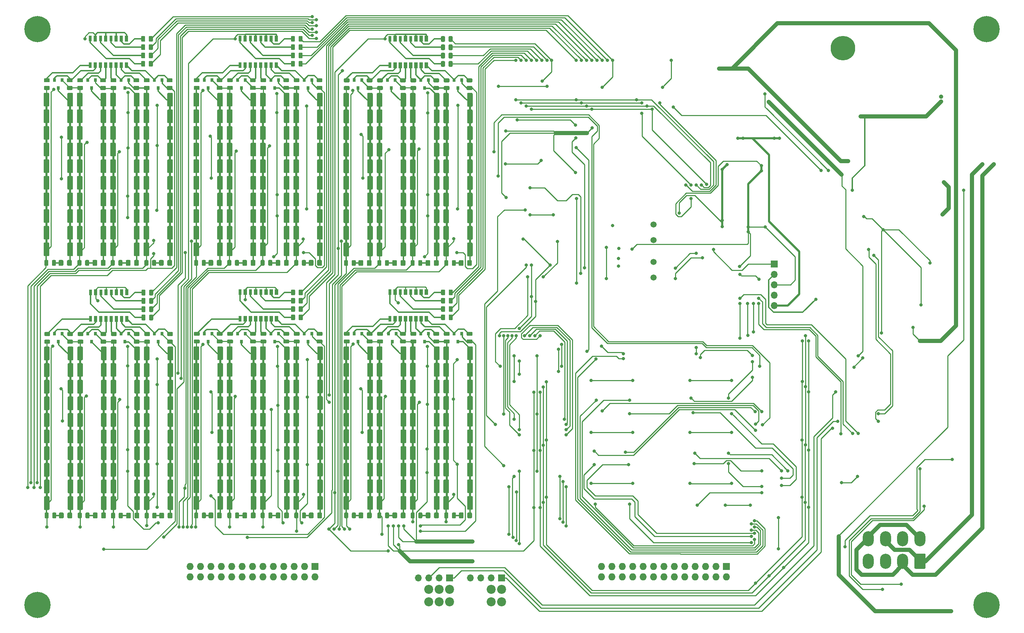
<source format=gbr>
G04 #@! TF.GenerationSoftware,KiCad,Pcbnew,(5.1.5)-3*
G04 #@! TF.CreationDate,2020-08-27T19:24:22-03:00*
G04 #@! TF.ProjectId,BMS_24S,424d535f-3234-4532-9e6b-696361645f70,A*
G04 #@! TF.SameCoordinates,Original*
G04 #@! TF.FileFunction,Copper,L2,Bot*
G04 #@! TF.FilePolarity,Positive*
%FSLAX46Y46*%
G04 Gerber Fmt 4.6, Leading zero omitted, Abs format (unit mm)*
G04 Created by KiCad (PCBNEW (5.1.5)-3) date 2020-08-27 19:24:22*
%MOMM*%
%LPD*%
G04 APERTURE LIST*
%ADD10C,1.500000*%
%ADD11O,1.700000X1.700000*%
%ADD12R,1.700000X1.700000*%
%ADD13O,2.700000X3.700000*%
%ADD14C,0.100000*%
%ADD15C,6.000000*%
%ADD16R,0.800000X0.900000*%
%ADD17R,0.800000X1.400000*%
%ADD18O,1.727200X1.727200*%
%ADD19R,1.727200X1.727200*%
%ADD20C,0.800000*%
%ADD21C,6.400000*%
%ADD22C,2.200000*%
%ADD23C,0.300000*%
%ADD24C,0.250000*%
%ADD25C,1.000000*%
%ADD26C,0.500000*%
G04 APERTURE END LIST*
D10*
X315976000Y-106182000D03*
X315976000Y-109982000D03*
X315976000Y-119116000D03*
X315976000Y-115316000D03*
D11*
X345440000Y-125984000D03*
X345440000Y-123444000D03*
X345440000Y-120904000D03*
X345440000Y-118364000D03*
D12*
X345440000Y-115824000D03*
D13*
X368400000Y-182968000D03*
X372600000Y-182968000D03*
X376800000Y-182968000D03*
X381000000Y-182968000D03*
X368400000Y-188468000D03*
X372600000Y-188468000D03*
X376800000Y-188468000D03*
G04 #@! TA.AperFunction,ComponentPad*
D14*
G36*
X382124503Y-186619204D02*
G01*
X382148772Y-186622804D01*
X382172570Y-186628765D01*
X382195670Y-186637030D01*
X382217849Y-186647520D01*
X382238892Y-186660133D01*
X382258598Y-186674748D01*
X382276776Y-186691224D01*
X382293252Y-186709402D01*
X382307867Y-186729108D01*
X382320480Y-186750151D01*
X382330970Y-186772330D01*
X382339235Y-186795430D01*
X382345196Y-186819228D01*
X382348796Y-186843497D01*
X382350000Y-186868001D01*
X382350000Y-190067999D01*
X382348796Y-190092503D01*
X382345196Y-190116772D01*
X382339235Y-190140570D01*
X382330970Y-190163670D01*
X382320480Y-190185849D01*
X382307867Y-190206892D01*
X382293252Y-190226598D01*
X382276776Y-190244776D01*
X382258598Y-190261252D01*
X382238892Y-190275867D01*
X382217849Y-190288480D01*
X382195670Y-190298970D01*
X382172570Y-190307235D01*
X382148772Y-190313196D01*
X382124503Y-190316796D01*
X382099999Y-190318000D01*
X379900001Y-190318000D01*
X379875497Y-190316796D01*
X379851228Y-190313196D01*
X379827430Y-190307235D01*
X379804330Y-190298970D01*
X379782151Y-190288480D01*
X379761108Y-190275867D01*
X379741402Y-190261252D01*
X379723224Y-190244776D01*
X379706748Y-190226598D01*
X379692133Y-190206892D01*
X379679520Y-190185849D01*
X379669030Y-190163670D01*
X379660765Y-190140570D01*
X379654804Y-190116772D01*
X379651204Y-190092503D01*
X379650000Y-190067999D01*
X379650000Y-186868001D01*
X379651204Y-186843497D01*
X379654804Y-186819228D01*
X379660765Y-186795430D01*
X379669030Y-186772330D01*
X379679520Y-186750151D01*
X379692133Y-186729108D01*
X379706748Y-186709402D01*
X379723224Y-186691224D01*
X379741402Y-186674748D01*
X379761108Y-186660133D01*
X379782151Y-186647520D01*
X379804330Y-186637030D01*
X379827430Y-186628765D01*
X379851228Y-186622804D01*
X379875497Y-186619204D01*
X379900001Y-186618000D01*
X382099999Y-186618000D01*
X382124503Y-186619204D01*
G37*
G04 #@! TD.AperFunction*
D15*
X362204000Y-63119000D03*
D16*
X268224000Y-134858000D03*
X269174000Y-132858000D03*
X267274000Y-132858000D03*
X260096000Y-134858000D03*
X261046000Y-132858000D03*
X259146000Y-132858000D03*
X252222000Y-134858000D03*
X253172000Y-132858000D03*
X251272000Y-132858000D03*
X243840000Y-134858000D03*
X244790000Y-132858000D03*
X242890000Y-132858000D03*
X268224000Y-72882000D03*
X269174000Y-70882000D03*
X267274000Y-70882000D03*
X260096000Y-72882000D03*
X261046000Y-70882000D03*
X259146000Y-70882000D03*
X251968000Y-72882000D03*
X252918000Y-70882000D03*
X251018000Y-70882000D03*
X243840000Y-72882000D03*
X244790000Y-70882000D03*
X242890000Y-70882000D03*
X231648000Y-134858000D03*
X232598000Y-132858000D03*
X230698000Y-132858000D03*
X223520000Y-134858000D03*
X224470000Y-132858000D03*
X222570000Y-132858000D03*
X215392000Y-134858000D03*
X216342000Y-132858000D03*
X214442000Y-132858000D03*
X207264000Y-134858000D03*
X208214000Y-132858000D03*
X206314000Y-132858000D03*
X231648000Y-72882000D03*
X232598000Y-70882000D03*
X230698000Y-70882000D03*
X223520000Y-72882000D03*
X224470000Y-70882000D03*
X222570000Y-70882000D03*
X215392000Y-72882000D03*
X216342000Y-70882000D03*
X214442000Y-70882000D03*
X207264000Y-72882000D03*
X208214000Y-70882000D03*
X206314000Y-70882000D03*
X195072000Y-134858000D03*
X196022000Y-132858000D03*
X194122000Y-132858000D03*
X186944000Y-134858000D03*
X187894000Y-132858000D03*
X185994000Y-132858000D03*
X178816000Y-134858000D03*
X179766000Y-132858000D03*
X177866000Y-132858000D03*
X170688000Y-134858000D03*
X171638000Y-132858000D03*
X169738000Y-132858000D03*
X195072000Y-72882000D03*
X196022000Y-70882000D03*
X194122000Y-70882000D03*
X186944000Y-72882000D03*
X187894000Y-70882000D03*
X185994000Y-70882000D03*
X178816000Y-72882000D03*
X179766000Y-70882000D03*
X177866000Y-70882000D03*
X170688000Y-72882000D03*
X171638000Y-70882000D03*
X169738000Y-70882000D03*
D11*
X271272000Y-192532000D03*
X273812000Y-192532000D03*
X276352000Y-192532000D03*
D12*
X278892000Y-192532000D03*
D11*
X258572000Y-192532000D03*
X261112000Y-192532000D03*
X263652000Y-192532000D03*
D12*
X266192000Y-192532000D03*
G04 #@! TA.AperFunction,SMDPad,CuDef*
D14*
G36*
X168237505Y-74018204D02*
G01*
X168261773Y-74021804D01*
X168285572Y-74027765D01*
X168308671Y-74036030D01*
X168330850Y-74046520D01*
X168351893Y-74059132D01*
X168371599Y-74073747D01*
X168389777Y-74090223D01*
X168406253Y-74108401D01*
X168420868Y-74128107D01*
X168433480Y-74149150D01*
X168443970Y-74171329D01*
X168452235Y-74194428D01*
X168458196Y-74218227D01*
X168461796Y-74242495D01*
X168463000Y-74266999D01*
X168463000Y-77117001D01*
X168461796Y-77141505D01*
X168458196Y-77165773D01*
X168452235Y-77189572D01*
X168443970Y-77212671D01*
X168433480Y-77234850D01*
X168420868Y-77255893D01*
X168406253Y-77275599D01*
X168389777Y-77293777D01*
X168371599Y-77310253D01*
X168351893Y-77324868D01*
X168330850Y-77337480D01*
X168308671Y-77347970D01*
X168285572Y-77356235D01*
X168261773Y-77362196D01*
X168237505Y-77365796D01*
X168213001Y-77367000D01*
X167362999Y-77367000D01*
X167338495Y-77365796D01*
X167314227Y-77362196D01*
X167290428Y-77356235D01*
X167267329Y-77347970D01*
X167245150Y-77337480D01*
X167224107Y-77324868D01*
X167204401Y-77310253D01*
X167186223Y-77293777D01*
X167169747Y-77275599D01*
X167155132Y-77255893D01*
X167142520Y-77234850D01*
X167132030Y-77212671D01*
X167123765Y-77189572D01*
X167117804Y-77165773D01*
X167114204Y-77141505D01*
X167113000Y-77117001D01*
X167113000Y-74266999D01*
X167114204Y-74242495D01*
X167117804Y-74218227D01*
X167123765Y-74194428D01*
X167132030Y-74171329D01*
X167142520Y-74149150D01*
X167155132Y-74128107D01*
X167169747Y-74108401D01*
X167186223Y-74090223D01*
X167204401Y-74073747D01*
X167224107Y-74059132D01*
X167245150Y-74046520D01*
X167267329Y-74036030D01*
X167290428Y-74027765D01*
X167314227Y-74021804D01*
X167338495Y-74018204D01*
X167362999Y-74017000D01*
X168213001Y-74017000D01*
X168237505Y-74018204D01*
G37*
G04 #@! TD.AperFunction*
G04 #@! TA.AperFunction,SMDPad,CuDef*
G36*
X174037505Y-74018204D02*
G01*
X174061773Y-74021804D01*
X174085572Y-74027765D01*
X174108671Y-74036030D01*
X174130850Y-74046520D01*
X174151893Y-74059132D01*
X174171599Y-74073747D01*
X174189777Y-74090223D01*
X174206253Y-74108401D01*
X174220868Y-74128107D01*
X174233480Y-74149150D01*
X174243970Y-74171329D01*
X174252235Y-74194428D01*
X174258196Y-74218227D01*
X174261796Y-74242495D01*
X174263000Y-74266999D01*
X174263000Y-77117001D01*
X174261796Y-77141505D01*
X174258196Y-77165773D01*
X174252235Y-77189572D01*
X174243970Y-77212671D01*
X174233480Y-77234850D01*
X174220868Y-77255893D01*
X174206253Y-77275599D01*
X174189777Y-77293777D01*
X174171599Y-77310253D01*
X174151893Y-77324868D01*
X174130850Y-77337480D01*
X174108671Y-77347970D01*
X174085572Y-77356235D01*
X174061773Y-77362196D01*
X174037505Y-77365796D01*
X174013001Y-77367000D01*
X173162999Y-77367000D01*
X173138495Y-77365796D01*
X173114227Y-77362196D01*
X173090428Y-77356235D01*
X173067329Y-77347970D01*
X173045150Y-77337480D01*
X173024107Y-77324868D01*
X173004401Y-77310253D01*
X172986223Y-77293777D01*
X172969747Y-77275599D01*
X172955132Y-77255893D01*
X172942520Y-77234850D01*
X172932030Y-77212671D01*
X172923765Y-77189572D01*
X172917804Y-77165773D01*
X172914204Y-77141505D01*
X172913000Y-77117001D01*
X172913000Y-74266999D01*
X172914204Y-74242495D01*
X172917804Y-74218227D01*
X172923765Y-74194428D01*
X172932030Y-74171329D01*
X172942520Y-74149150D01*
X172955132Y-74128107D01*
X172969747Y-74108401D01*
X172986223Y-74090223D01*
X173004401Y-74073747D01*
X173024107Y-74059132D01*
X173045150Y-74046520D01*
X173067329Y-74036030D01*
X173090428Y-74027765D01*
X173114227Y-74021804D01*
X173138495Y-74018204D01*
X173162999Y-74017000D01*
X174013001Y-74017000D01*
X174037505Y-74018204D01*
G37*
G04 #@! TD.AperFunction*
G04 #@! TA.AperFunction,SMDPad,CuDef*
G36*
X192705505Y-172598204D02*
G01*
X192729773Y-172601804D01*
X192753572Y-172607765D01*
X192776671Y-172616030D01*
X192798850Y-172626520D01*
X192819893Y-172639132D01*
X192839599Y-172653747D01*
X192857777Y-172670223D01*
X192874253Y-172688401D01*
X192888868Y-172708107D01*
X192901480Y-172729150D01*
X192911970Y-172751329D01*
X192920235Y-172774428D01*
X192926196Y-172798227D01*
X192929796Y-172822495D01*
X192931000Y-172846999D01*
X192931000Y-175697001D01*
X192929796Y-175721505D01*
X192926196Y-175745773D01*
X192920235Y-175769572D01*
X192911970Y-175792671D01*
X192901480Y-175814850D01*
X192888868Y-175835893D01*
X192874253Y-175855599D01*
X192857777Y-175873777D01*
X192839599Y-175890253D01*
X192819893Y-175904868D01*
X192798850Y-175917480D01*
X192776671Y-175927970D01*
X192753572Y-175936235D01*
X192729773Y-175942196D01*
X192705505Y-175945796D01*
X192681001Y-175947000D01*
X191830999Y-175947000D01*
X191806495Y-175945796D01*
X191782227Y-175942196D01*
X191758428Y-175936235D01*
X191735329Y-175927970D01*
X191713150Y-175917480D01*
X191692107Y-175904868D01*
X191672401Y-175890253D01*
X191654223Y-175873777D01*
X191637747Y-175855599D01*
X191623132Y-175835893D01*
X191610520Y-175814850D01*
X191600030Y-175792671D01*
X191591765Y-175769572D01*
X191585804Y-175745773D01*
X191582204Y-175721505D01*
X191581000Y-175697001D01*
X191581000Y-172846999D01*
X191582204Y-172822495D01*
X191585804Y-172798227D01*
X191591765Y-172774428D01*
X191600030Y-172751329D01*
X191610520Y-172729150D01*
X191623132Y-172708107D01*
X191637747Y-172688401D01*
X191654223Y-172670223D01*
X191672401Y-172653747D01*
X191692107Y-172639132D01*
X191713150Y-172626520D01*
X191735329Y-172616030D01*
X191758428Y-172607765D01*
X191782227Y-172601804D01*
X191806495Y-172598204D01*
X191830999Y-172597000D01*
X192681001Y-172597000D01*
X192705505Y-172598204D01*
G37*
G04 #@! TD.AperFunction*
G04 #@! TA.AperFunction,SMDPad,CuDef*
G36*
X198505505Y-172598204D02*
G01*
X198529773Y-172601804D01*
X198553572Y-172607765D01*
X198576671Y-172616030D01*
X198598850Y-172626520D01*
X198619893Y-172639132D01*
X198639599Y-172653747D01*
X198657777Y-172670223D01*
X198674253Y-172688401D01*
X198688868Y-172708107D01*
X198701480Y-172729150D01*
X198711970Y-172751329D01*
X198720235Y-172774428D01*
X198726196Y-172798227D01*
X198729796Y-172822495D01*
X198731000Y-172846999D01*
X198731000Y-175697001D01*
X198729796Y-175721505D01*
X198726196Y-175745773D01*
X198720235Y-175769572D01*
X198711970Y-175792671D01*
X198701480Y-175814850D01*
X198688868Y-175835893D01*
X198674253Y-175855599D01*
X198657777Y-175873777D01*
X198639599Y-175890253D01*
X198619893Y-175904868D01*
X198598850Y-175917480D01*
X198576671Y-175927970D01*
X198553572Y-175936235D01*
X198529773Y-175942196D01*
X198505505Y-175945796D01*
X198481001Y-175947000D01*
X197630999Y-175947000D01*
X197606495Y-175945796D01*
X197582227Y-175942196D01*
X197558428Y-175936235D01*
X197535329Y-175927970D01*
X197513150Y-175917480D01*
X197492107Y-175904868D01*
X197472401Y-175890253D01*
X197454223Y-175873777D01*
X197437747Y-175855599D01*
X197423132Y-175835893D01*
X197410520Y-175814850D01*
X197400030Y-175792671D01*
X197391765Y-175769572D01*
X197385804Y-175745773D01*
X197382204Y-175721505D01*
X197381000Y-175697001D01*
X197381000Y-172846999D01*
X197382204Y-172822495D01*
X197385804Y-172798227D01*
X197391765Y-172774428D01*
X197400030Y-172751329D01*
X197410520Y-172729150D01*
X197423132Y-172708107D01*
X197437747Y-172688401D01*
X197454223Y-172670223D01*
X197472401Y-172653747D01*
X197492107Y-172639132D01*
X197513150Y-172626520D01*
X197535329Y-172616030D01*
X197558428Y-172607765D01*
X197582227Y-172601804D01*
X197606495Y-172598204D01*
X197630999Y-172597000D01*
X198481001Y-172597000D01*
X198505505Y-172598204D01*
G37*
G04 #@! TD.AperFunction*
D17*
X215031000Y-129224000D03*
G04 #@! TA.AperFunction,SMDPad,CuDef*
D14*
G36*
X215901000Y-128524000D02*
G01*
X216701000Y-128524000D01*
X216701000Y-129924000D01*
X215901000Y-129924000D01*
X215901000Y-128524000D01*
G37*
G04 #@! TD.AperFunction*
G04 #@! TA.AperFunction,SMDPad,CuDef*
G36*
X217171000Y-128524000D02*
G01*
X217971000Y-128524000D01*
X217971000Y-129924000D01*
X217171000Y-129924000D01*
X217171000Y-128524000D01*
G37*
G04 #@! TD.AperFunction*
G04 #@! TA.AperFunction,SMDPad,CuDef*
G36*
X218441000Y-128524000D02*
G01*
X219241000Y-128524000D01*
X219241000Y-129924000D01*
X218441000Y-129924000D01*
X218441000Y-128524000D01*
G37*
G04 #@! TD.AperFunction*
G04 #@! TA.AperFunction,SMDPad,CuDef*
G36*
X219711000Y-128524000D02*
G01*
X220511000Y-128524000D01*
X220511000Y-129924000D01*
X219711000Y-129924000D01*
X219711000Y-128524000D01*
G37*
G04 #@! TD.AperFunction*
G04 #@! TA.AperFunction,SMDPad,CuDef*
G36*
X220981000Y-128524000D02*
G01*
X221781000Y-128524000D01*
X221781000Y-129924000D01*
X220981000Y-129924000D01*
X220981000Y-128524000D01*
G37*
G04 #@! TD.AperFunction*
G04 #@! TA.AperFunction,SMDPad,CuDef*
G36*
X222251000Y-128524000D02*
G01*
X223051000Y-128524000D01*
X223051000Y-129924000D01*
X222251000Y-129924000D01*
X222251000Y-128524000D01*
G37*
G04 #@! TD.AperFunction*
G04 #@! TA.AperFunction,SMDPad,CuDef*
G36*
X223521000Y-128524000D02*
G01*
X224321000Y-128524000D01*
X224321000Y-129924000D01*
X223521000Y-129924000D01*
X223521000Y-128524000D01*
G37*
G04 #@! TD.AperFunction*
G04 #@! TA.AperFunction,SMDPad,CuDef*
G36*
X223521000Y-122024000D02*
G01*
X224321000Y-122024000D01*
X224321000Y-123424000D01*
X223521000Y-123424000D01*
X223521000Y-122024000D01*
G37*
G04 #@! TD.AperFunction*
G04 #@! TA.AperFunction,SMDPad,CuDef*
G36*
X222251000Y-122024000D02*
G01*
X223051000Y-122024000D01*
X223051000Y-123424000D01*
X222251000Y-123424000D01*
X222251000Y-122024000D01*
G37*
G04 #@! TD.AperFunction*
G04 #@! TA.AperFunction,SMDPad,CuDef*
G36*
X220981000Y-122024000D02*
G01*
X221781000Y-122024000D01*
X221781000Y-123424000D01*
X220981000Y-123424000D01*
X220981000Y-122024000D01*
G37*
G04 #@! TD.AperFunction*
D17*
X220111000Y-122724000D03*
G04 #@! TA.AperFunction,SMDPad,CuDef*
D14*
G36*
X218441000Y-122024000D02*
G01*
X219241000Y-122024000D01*
X219241000Y-123424000D01*
X218441000Y-123424000D01*
X218441000Y-122024000D01*
G37*
G04 #@! TD.AperFunction*
D17*
X217571000Y-122724000D03*
G04 #@! TA.AperFunction,SMDPad,CuDef*
D14*
G36*
X215901000Y-122024000D02*
G01*
X216701000Y-122024000D01*
X216701000Y-123424000D01*
X215901000Y-123424000D01*
X215901000Y-122024000D01*
G37*
G04 #@! TD.AperFunction*
D17*
X215031000Y-122724000D03*
X215004400Y-67254200D03*
G04 #@! TA.AperFunction,SMDPad,CuDef*
D14*
G36*
X215874400Y-66554200D02*
G01*
X216674400Y-66554200D01*
X216674400Y-67954200D01*
X215874400Y-67954200D01*
X215874400Y-66554200D01*
G37*
G04 #@! TD.AperFunction*
G04 #@! TA.AperFunction,SMDPad,CuDef*
G36*
X217144400Y-66554200D02*
G01*
X217944400Y-66554200D01*
X217944400Y-67954200D01*
X217144400Y-67954200D01*
X217144400Y-66554200D01*
G37*
G04 #@! TD.AperFunction*
G04 #@! TA.AperFunction,SMDPad,CuDef*
G36*
X218414400Y-66554200D02*
G01*
X219214400Y-66554200D01*
X219214400Y-67954200D01*
X218414400Y-67954200D01*
X218414400Y-66554200D01*
G37*
G04 #@! TD.AperFunction*
G04 #@! TA.AperFunction,SMDPad,CuDef*
G36*
X219684400Y-66554200D02*
G01*
X220484400Y-66554200D01*
X220484400Y-67954200D01*
X219684400Y-67954200D01*
X219684400Y-66554200D01*
G37*
G04 #@! TD.AperFunction*
G04 #@! TA.AperFunction,SMDPad,CuDef*
G36*
X220954400Y-66554200D02*
G01*
X221754400Y-66554200D01*
X221754400Y-67954200D01*
X220954400Y-67954200D01*
X220954400Y-66554200D01*
G37*
G04 #@! TD.AperFunction*
G04 #@! TA.AperFunction,SMDPad,CuDef*
G36*
X222224400Y-66554200D02*
G01*
X223024400Y-66554200D01*
X223024400Y-67954200D01*
X222224400Y-67954200D01*
X222224400Y-66554200D01*
G37*
G04 #@! TD.AperFunction*
G04 #@! TA.AperFunction,SMDPad,CuDef*
G36*
X223494400Y-66554200D02*
G01*
X224294400Y-66554200D01*
X224294400Y-67954200D01*
X223494400Y-67954200D01*
X223494400Y-66554200D01*
G37*
G04 #@! TD.AperFunction*
G04 #@! TA.AperFunction,SMDPad,CuDef*
G36*
X223494400Y-60054200D02*
G01*
X224294400Y-60054200D01*
X224294400Y-61454200D01*
X223494400Y-61454200D01*
X223494400Y-60054200D01*
G37*
G04 #@! TD.AperFunction*
G04 #@! TA.AperFunction,SMDPad,CuDef*
G36*
X222224400Y-60054200D02*
G01*
X223024400Y-60054200D01*
X223024400Y-61454200D01*
X222224400Y-61454200D01*
X222224400Y-60054200D01*
G37*
G04 #@! TD.AperFunction*
G04 #@! TA.AperFunction,SMDPad,CuDef*
G36*
X220954400Y-60054200D02*
G01*
X221754400Y-60054200D01*
X221754400Y-61454200D01*
X220954400Y-61454200D01*
X220954400Y-60054200D01*
G37*
G04 #@! TD.AperFunction*
D17*
X220084400Y-60754200D03*
G04 #@! TA.AperFunction,SMDPad,CuDef*
D14*
G36*
X218414400Y-60054200D02*
G01*
X219214400Y-60054200D01*
X219214400Y-61454200D01*
X218414400Y-61454200D01*
X218414400Y-60054200D01*
G37*
G04 #@! TD.AperFunction*
D17*
X217544400Y-60754200D03*
G04 #@! TA.AperFunction,SMDPad,CuDef*
D14*
G36*
X215874400Y-60054200D02*
G01*
X216674400Y-60054200D01*
X216674400Y-61454200D01*
X215874400Y-61454200D01*
X215874400Y-60054200D01*
G37*
G04 #@! TD.AperFunction*
D17*
X215004400Y-60754200D03*
G04 #@! TA.AperFunction,SMDPad,CuDef*
D14*
G36*
X265825105Y-168491804D02*
G01*
X265849373Y-168495404D01*
X265873172Y-168501365D01*
X265896271Y-168509630D01*
X265918450Y-168520120D01*
X265939493Y-168532732D01*
X265959199Y-168547347D01*
X265977377Y-168563823D01*
X265993853Y-168582001D01*
X266008468Y-168601707D01*
X266021080Y-168622750D01*
X266031570Y-168644929D01*
X266039835Y-168668028D01*
X266045796Y-168691827D01*
X266049396Y-168716095D01*
X266050600Y-168740599D01*
X266050600Y-171590601D01*
X266049396Y-171615105D01*
X266045796Y-171639373D01*
X266039835Y-171663172D01*
X266031570Y-171686271D01*
X266021080Y-171708450D01*
X266008468Y-171729493D01*
X265993853Y-171749199D01*
X265977377Y-171767377D01*
X265959199Y-171783853D01*
X265939493Y-171798468D01*
X265918450Y-171811080D01*
X265896271Y-171821570D01*
X265873172Y-171829835D01*
X265849373Y-171835796D01*
X265825105Y-171839396D01*
X265800601Y-171840600D01*
X264950599Y-171840600D01*
X264926095Y-171839396D01*
X264901827Y-171835796D01*
X264878028Y-171829835D01*
X264854929Y-171821570D01*
X264832750Y-171811080D01*
X264811707Y-171798468D01*
X264792001Y-171783853D01*
X264773823Y-171767377D01*
X264757347Y-171749199D01*
X264742732Y-171729493D01*
X264730120Y-171708450D01*
X264719630Y-171686271D01*
X264711365Y-171663172D01*
X264705404Y-171639373D01*
X264701804Y-171615105D01*
X264700600Y-171590601D01*
X264700600Y-168740599D01*
X264701804Y-168716095D01*
X264705404Y-168691827D01*
X264711365Y-168668028D01*
X264719630Y-168644929D01*
X264730120Y-168622750D01*
X264742732Y-168601707D01*
X264757347Y-168582001D01*
X264773823Y-168563823D01*
X264792001Y-168547347D01*
X264811707Y-168532732D01*
X264832750Y-168520120D01*
X264854929Y-168509630D01*
X264878028Y-168501365D01*
X264901827Y-168495404D01*
X264926095Y-168491804D01*
X264950599Y-168490600D01*
X265800601Y-168490600D01*
X265825105Y-168491804D01*
G37*
G04 #@! TD.AperFunction*
G04 #@! TA.AperFunction,SMDPad,CuDef*
G36*
X271625105Y-168491804D02*
G01*
X271649373Y-168495404D01*
X271673172Y-168501365D01*
X271696271Y-168509630D01*
X271718450Y-168520120D01*
X271739493Y-168532732D01*
X271759199Y-168547347D01*
X271777377Y-168563823D01*
X271793853Y-168582001D01*
X271808468Y-168601707D01*
X271821080Y-168622750D01*
X271831570Y-168644929D01*
X271839835Y-168668028D01*
X271845796Y-168691827D01*
X271849396Y-168716095D01*
X271850600Y-168740599D01*
X271850600Y-171590601D01*
X271849396Y-171615105D01*
X271845796Y-171639373D01*
X271839835Y-171663172D01*
X271831570Y-171686271D01*
X271821080Y-171708450D01*
X271808468Y-171729493D01*
X271793853Y-171749199D01*
X271777377Y-171767377D01*
X271759199Y-171783853D01*
X271739493Y-171798468D01*
X271718450Y-171811080D01*
X271696271Y-171821570D01*
X271673172Y-171829835D01*
X271649373Y-171835796D01*
X271625105Y-171839396D01*
X271600601Y-171840600D01*
X270750599Y-171840600D01*
X270726095Y-171839396D01*
X270701827Y-171835796D01*
X270678028Y-171829835D01*
X270654929Y-171821570D01*
X270632750Y-171811080D01*
X270611707Y-171798468D01*
X270592001Y-171783853D01*
X270573823Y-171767377D01*
X270557347Y-171749199D01*
X270542732Y-171729493D01*
X270530120Y-171708450D01*
X270519630Y-171686271D01*
X270511365Y-171663172D01*
X270505404Y-171639373D01*
X270501804Y-171615105D01*
X270500600Y-171590601D01*
X270500600Y-168740599D01*
X270501804Y-168716095D01*
X270505404Y-168691827D01*
X270511365Y-168668028D01*
X270519630Y-168644929D01*
X270530120Y-168622750D01*
X270542732Y-168601707D01*
X270557347Y-168582001D01*
X270573823Y-168563823D01*
X270592001Y-168547347D01*
X270611707Y-168532732D01*
X270632750Y-168520120D01*
X270654929Y-168509630D01*
X270678028Y-168501365D01*
X270701827Y-168495404D01*
X270726095Y-168491804D01*
X270750599Y-168490600D01*
X271600601Y-168490600D01*
X271625105Y-168491804D01*
G37*
G04 #@! TD.AperFunction*
G04 #@! TA.AperFunction,SMDPad,CuDef*
G36*
X265825105Y-172555804D02*
G01*
X265849373Y-172559404D01*
X265873172Y-172565365D01*
X265896271Y-172573630D01*
X265918450Y-172584120D01*
X265939493Y-172596732D01*
X265959199Y-172611347D01*
X265977377Y-172627823D01*
X265993853Y-172646001D01*
X266008468Y-172665707D01*
X266021080Y-172686750D01*
X266031570Y-172708929D01*
X266039835Y-172732028D01*
X266045796Y-172755827D01*
X266049396Y-172780095D01*
X266050600Y-172804599D01*
X266050600Y-175654601D01*
X266049396Y-175679105D01*
X266045796Y-175703373D01*
X266039835Y-175727172D01*
X266031570Y-175750271D01*
X266021080Y-175772450D01*
X266008468Y-175793493D01*
X265993853Y-175813199D01*
X265977377Y-175831377D01*
X265959199Y-175847853D01*
X265939493Y-175862468D01*
X265918450Y-175875080D01*
X265896271Y-175885570D01*
X265873172Y-175893835D01*
X265849373Y-175899796D01*
X265825105Y-175903396D01*
X265800601Y-175904600D01*
X264950599Y-175904600D01*
X264926095Y-175903396D01*
X264901827Y-175899796D01*
X264878028Y-175893835D01*
X264854929Y-175885570D01*
X264832750Y-175875080D01*
X264811707Y-175862468D01*
X264792001Y-175847853D01*
X264773823Y-175831377D01*
X264757347Y-175813199D01*
X264742732Y-175793493D01*
X264730120Y-175772450D01*
X264719630Y-175750271D01*
X264711365Y-175727172D01*
X264705404Y-175703373D01*
X264701804Y-175679105D01*
X264700600Y-175654601D01*
X264700600Y-172804599D01*
X264701804Y-172780095D01*
X264705404Y-172755827D01*
X264711365Y-172732028D01*
X264719630Y-172708929D01*
X264730120Y-172686750D01*
X264742732Y-172665707D01*
X264757347Y-172646001D01*
X264773823Y-172627823D01*
X264792001Y-172611347D01*
X264811707Y-172596732D01*
X264832750Y-172584120D01*
X264854929Y-172573630D01*
X264878028Y-172565365D01*
X264901827Y-172559404D01*
X264926095Y-172555804D01*
X264950599Y-172554600D01*
X265800601Y-172554600D01*
X265825105Y-172555804D01*
G37*
G04 #@! TD.AperFunction*
G04 #@! TA.AperFunction,SMDPad,CuDef*
G36*
X271625105Y-172555804D02*
G01*
X271649373Y-172559404D01*
X271673172Y-172565365D01*
X271696271Y-172573630D01*
X271718450Y-172584120D01*
X271739493Y-172596732D01*
X271759199Y-172611347D01*
X271777377Y-172627823D01*
X271793853Y-172646001D01*
X271808468Y-172665707D01*
X271821080Y-172686750D01*
X271831570Y-172708929D01*
X271839835Y-172732028D01*
X271845796Y-172755827D01*
X271849396Y-172780095D01*
X271850600Y-172804599D01*
X271850600Y-175654601D01*
X271849396Y-175679105D01*
X271845796Y-175703373D01*
X271839835Y-175727172D01*
X271831570Y-175750271D01*
X271821080Y-175772450D01*
X271808468Y-175793493D01*
X271793853Y-175813199D01*
X271777377Y-175831377D01*
X271759199Y-175847853D01*
X271739493Y-175862468D01*
X271718450Y-175875080D01*
X271696271Y-175885570D01*
X271673172Y-175893835D01*
X271649373Y-175899796D01*
X271625105Y-175903396D01*
X271600601Y-175904600D01*
X270750599Y-175904600D01*
X270726095Y-175903396D01*
X270701827Y-175899796D01*
X270678028Y-175893835D01*
X270654929Y-175885570D01*
X270632750Y-175875080D01*
X270611707Y-175862468D01*
X270592001Y-175847853D01*
X270573823Y-175831377D01*
X270557347Y-175813199D01*
X270542732Y-175793493D01*
X270530120Y-175772450D01*
X270519630Y-175750271D01*
X270511365Y-175727172D01*
X270505404Y-175703373D01*
X270501804Y-175679105D01*
X270500600Y-175654601D01*
X270500600Y-172804599D01*
X270501804Y-172780095D01*
X270505404Y-172755827D01*
X270511365Y-172732028D01*
X270519630Y-172708929D01*
X270530120Y-172686750D01*
X270542732Y-172665707D01*
X270557347Y-172646001D01*
X270573823Y-172627823D01*
X270592001Y-172611347D01*
X270611707Y-172596732D01*
X270632750Y-172584120D01*
X270654929Y-172573630D01*
X270678028Y-172565365D01*
X270701827Y-172559404D01*
X270726095Y-172555804D01*
X270750599Y-172554600D01*
X271600601Y-172554600D01*
X271625105Y-172555804D01*
G37*
G04 #@! TD.AperFunction*
G04 #@! TA.AperFunction,SMDPad,CuDef*
G36*
X265825105Y-164427804D02*
G01*
X265849373Y-164431404D01*
X265873172Y-164437365D01*
X265896271Y-164445630D01*
X265918450Y-164456120D01*
X265939493Y-164468732D01*
X265959199Y-164483347D01*
X265977377Y-164499823D01*
X265993853Y-164518001D01*
X266008468Y-164537707D01*
X266021080Y-164558750D01*
X266031570Y-164580929D01*
X266039835Y-164604028D01*
X266045796Y-164627827D01*
X266049396Y-164652095D01*
X266050600Y-164676599D01*
X266050600Y-167526601D01*
X266049396Y-167551105D01*
X266045796Y-167575373D01*
X266039835Y-167599172D01*
X266031570Y-167622271D01*
X266021080Y-167644450D01*
X266008468Y-167665493D01*
X265993853Y-167685199D01*
X265977377Y-167703377D01*
X265959199Y-167719853D01*
X265939493Y-167734468D01*
X265918450Y-167747080D01*
X265896271Y-167757570D01*
X265873172Y-167765835D01*
X265849373Y-167771796D01*
X265825105Y-167775396D01*
X265800601Y-167776600D01*
X264950599Y-167776600D01*
X264926095Y-167775396D01*
X264901827Y-167771796D01*
X264878028Y-167765835D01*
X264854929Y-167757570D01*
X264832750Y-167747080D01*
X264811707Y-167734468D01*
X264792001Y-167719853D01*
X264773823Y-167703377D01*
X264757347Y-167685199D01*
X264742732Y-167665493D01*
X264730120Y-167644450D01*
X264719630Y-167622271D01*
X264711365Y-167599172D01*
X264705404Y-167575373D01*
X264701804Y-167551105D01*
X264700600Y-167526601D01*
X264700600Y-164676599D01*
X264701804Y-164652095D01*
X264705404Y-164627827D01*
X264711365Y-164604028D01*
X264719630Y-164580929D01*
X264730120Y-164558750D01*
X264742732Y-164537707D01*
X264757347Y-164518001D01*
X264773823Y-164499823D01*
X264792001Y-164483347D01*
X264811707Y-164468732D01*
X264832750Y-164456120D01*
X264854929Y-164445630D01*
X264878028Y-164437365D01*
X264901827Y-164431404D01*
X264926095Y-164427804D01*
X264950599Y-164426600D01*
X265800601Y-164426600D01*
X265825105Y-164427804D01*
G37*
G04 #@! TD.AperFunction*
G04 #@! TA.AperFunction,SMDPad,CuDef*
G36*
X271625105Y-164427804D02*
G01*
X271649373Y-164431404D01*
X271673172Y-164437365D01*
X271696271Y-164445630D01*
X271718450Y-164456120D01*
X271739493Y-164468732D01*
X271759199Y-164483347D01*
X271777377Y-164499823D01*
X271793853Y-164518001D01*
X271808468Y-164537707D01*
X271821080Y-164558750D01*
X271831570Y-164580929D01*
X271839835Y-164604028D01*
X271845796Y-164627827D01*
X271849396Y-164652095D01*
X271850600Y-164676599D01*
X271850600Y-167526601D01*
X271849396Y-167551105D01*
X271845796Y-167575373D01*
X271839835Y-167599172D01*
X271831570Y-167622271D01*
X271821080Y-167644450D01*
X271808468Y-167665493D01*
X271793853Y-167685199D01*
X271777377Y-167703377D01*
X271759199Y-167719853D01*
X271739493Y-167734468D01*
X271718450Y-167747080D01*
X271696271Y-167757570D01*
X271673172Y-167765835D01*
X271649373Y-167771796D01*
X271625105Y-167775396D01*
X271600601Y-167776600D01*
X270750599Y-167776600D01*
X270726095Y-167775396D01*
X270701827Y-167771796D01*
X270678028Y-167765835D01*
X270654929Y-167757570D01*
X270632750Y-167747080D01*
X270611707Y-167734468D01*
X270592001Y-167719853D01*
X270573823Y-167703377D01*
X270557347Y-167685199D01*
X270542732Y-167665493D01*
X270530120Y-167644450D01*
X270519630Y-167622271D01*
X270511365Y-167599172D01*
X270505404Y-167575373D01*
X270501804Y-167551105D01*
X270500600Y-167526601D01*
X270500600Y-164676599D01*
X270501804Y-164652095D01*
X270505404Y-164627827D01*
X270511365Y-164604028D01*
X270519630Y-164580929D01*
X270530120Y-164558750D01*
X270542732Y-164537707D01*
X270557347Y-164518001D01*
X270573823Y-164499823D01*
X270592001Y-164483347D01*
X270611707Y-164468732D01*
X270632750Y-164456120D01*
X270654929Y-164445630D01*
X270678028Y-164437365D01*
X270701827Y-164431404D01*
X270726095Y-164427804D01*
X270750599Y-164426600D01*
X271600601Y-164426600D01*
X271625105Y-164427804D01*
G37*
G04 #@! TD.AperFunction*
G04 #@! TA.AperFunction,SMDPad,CuDef*
G36*
X257697105Y-164427804D02*
G01*
X257721373Y-164431404D01*
X257745172Y-164437365D01*
X257768271Y-164445630D01*
X257790450Y-164456120D01*
X257811493Y-164468732D01*
X257831199Y-164483347D01*
X257849377Y-164499823D01*
X257865853Y-164518001D01*
X257880468Y-164537707D01*
X257893080Y-164558750D01*
X257903570Y-164580929D01*
X257911835Y-164604028D01*
X257917796Y-164627827D01*
X257921396Y-164652095D01*
X257922600Y-164676599D01*
X257922600Y-167526601D01*
X257921396Y-167551105D01*
X257917796Y-167575373D01*
X257911835Y-167599172D01*
X257903570Y-167622271D01*
X257893080Y-167644450D01*
X257880468Y-167665493D01*
X257865853Y-167685199D01*
X257849377Y-167703377D01*
X257831199Y-167719853D01*
X257811493Y-167734468D01*
X257790450Y-167747080D01*
X257768271Y-167757570D01*
X257745172Y-167765835D01*
X257721373Y-167771796D01*
X257697105Y-167775396D01*
X257672601Y-167776600D01*
X256822599Y-167776600D01*
X256798095Y-167775396D01*
X256773827Y-167771796D01*
X256750028Y-167765835D01*
X256726929Y-167757570D01*
X256704750Y-167747080D01*
X256683707Y-167734468D01*
X256664001Y-167719853D01*
X256645823Y-167703377D01*
X256629347Y-167685199D01*
X256614732Y-167665493D01*
X256602120Y-167644450D01*
X256591630Y-167622271D01*
X256583365Y-167599172D01*
X256577404Y-167575373D01*
X256573804Y-167551105D01*
X256572600Y-167526601D01*
X256572600Y-164676599D01*
X256573804Y-164652095D01*
X256577404Y-164627827D01*
X256583365Y-164604028D01*
X256591630Y-164580929D01*
X256602120Y-164558750D01*
X256614732Y-164537707D01*
X256629347Y-164518001D01*
X256645823Y-164499823D01*
X256664001Y-164483347D01*
X256683707Y-164468732D01*
X256704750Y-164456120D01*
X256726929Y-164445630D01*
X256750028Y-164437365D01*
X256773827Y-164431404D01*
X256798095Y-164427804D01*
X256822599Y-164426600D01*
X257672601Y-164426600D01*
X257697105Y-164427804D01*
G37*
G04 #@! TD.AperFunction*
G04 #@! TA.AperFunction,SMDPad,CuDef*
G36*
X263497105Y-164427804D02*
G01*
X263521373Y-164431404D01*
X263545172Y-164437365D01*
X263568271Y-164445630D01*
X263590450Y-164456120D01*
X263611493Y-164468732D01*
X263631199Y-164483347D01*
X263649377Y-164499823D01*
X263665853Y-164518001D01*
X263680468Y-164537707D01*
X263693080Y-164558750D01*
X263703570Y-164580929D01*
X263711835Y-164604028D01*
X263717796Y-164627827D01*
X263721396Y-164652095D01*
X263722600Y-164676599D01*
X263722600Y-167526601D01*
X263721396Y-167551105D01*
X263717796Y-167575373D01*
X263711835Y-167599172D01*
X263703570Y-167622271D01*
X263693080Y-167644450D01*
X263680468Y-167665493D01*
X263665853Y-167685199D01*
X263649377Y-167703377D01*
X263631199Y-167719853D01*
X263611493Y-167734468D01*
X263590450Y-167747080D01*
X263568271Y-167757570D01*
X263545172Y-167765835D01*
X263521373Y-167771796D01*
X263497105Y-167775396D01*
X263472601Y-167776600D01*
X262622599Y-167776600D01*
X262598095Y-167775396D01*
X262573827Y-167771796D01*
X262550028Y-167765835D01*
X262526929Y-167757570D01*
X262504750Y-167747080D01*
X262483707Y-167734468D01*
X262464001Y-167719853D01*
X262445823Y-167703377D01*
X262429347Y-167685199D01*
X262414732Y-167665493D01*
X262402120Y-167644450D01*
X262391630Y-167622271D01*
X262383365Y-167599172D01*
X262377404Y-167575373D01*
X262373804Y-167551105D01*
X262372600Y-167526601D01*
X262372600Y-164676599D01*
X262373804Y-164652095D01*
X262377404Y-164627827D01*
X262383365Y-164604028D01*
X262391630Y-164580929D01*
X262402120Y-164558750D01*
X262414732Y-164537707D01*
X262429347Y-164518001D01*
X262445823Y-164499823D01*
X262464001Y-164483347D01*
X262483707Y-164468732D01*
X262504750Y-164456120D01*
X262526929Y-164445630D01*
X262550028Y-164437365D01*
X262573827Y-164431404D01*
X262598095Y-164427804D01*
X262622599Y-164426600D01*
X263472601Y-164426600D01*
X263497105Y-164427804D01*
G37*
G04 #@! TD.AperFunction*
G04 #@! TA.AperFunction,SMDPad,CuDef*
G36*
X257697105Y-168491804D02*
G01*
X257721373Y-168495404D01*
X257745172Y-168501365D01*
X257768271Y-168509630D01*
X257790450Y-168520120D01*
X257811493Y-168532732D01*
X257831199Y-168547347D01*
X257849377Y-168563823D01*
X257865853Y-168582001D01*
X257880468Y-168601707D01*
X257893080Y-168622750D01*
X257903570Y-168644929D01*
X257911835Y-168668028D01*
X257917796Y-168691827D01*
X257921396Y-168716095D01*
X257922600Y-168740599D01*
X257922600Y-171590601D01*
X257921396Y-171615105D01*
X257917796Y-171639373D01*
X257911835Y-171663172D01*
X257903570Y-171686271D01*
X257893080Y-171708450D01*
X257880468Y-171729493D01*
X257865853Y-171749199D01*
X257849377Y-171767377D01*
X257831199Y-171783853D01*
X257811493Y-171798468D01*
X257790450Y-171811080D01*
X257768271Y-171821570D01*
X257745172Y-171829835D01*
X257721373Y-171835796D01*
X257697105Y-171839396D01*
X257672601Y-171840600D01*
X256822599Y-171840600D01*
X256798095Y-171839396D01*
X256773827Y-171835796D01*
X256750028Y-171829835D01*
X256726929Y-171821570D01*
X256704750Y-171811080D01*
X256683707Y-171798468D01*
X256664001Y-171783853D01*
X256645823Y-171767377D01*
X256629347Y-171749199D01*
X256614732Y-171729493D01*
X256602120Y-171708450D01*
X256591630Y-171686271D01*
X256583365Y-171663172D01*
X256577404Y-171639373D01*
X256573804Y-171615105D01*
X256572600Y-171590601D01*
X256572600Y-168740599D01*
X256573804Y-168716095D01*
X256577404Y-168691827D01*
X256583365Y-168668028D01*
X256591630Y-168644929D01*
X256602120Y-168622750D01*
X256614732Y-168601707D01*
X256629347Y-168582001D01*
X256645823Y-168563823D01*
X256664001Y-168547347D01*
X256683707Y-168532732D01*
X256704750Y-168520120D01*
X256726929Y-168509630D01*
X256750028Y-168501365D01*
X256773827Y-168495404D01*
X256798095Y-168491804D01*
X256822599Y-168490600D01*
X257672601Y-168490600D01*
X257697105Y-168491804D01*
G37*
G04 #@! TD.AperFunction*
G04 #@! TA.AperFunction,SMDPad,CuDef*
G36*
X263497105Y-168491804D02*
G01*
X263521373Y-168495404D01*
X263545172Y-168501365D01*
X263568271Y-168509630D01*
X263590450Y-168520120D01*
X263611493Y-168532732D01*
X263631199Y-168547347D01*
X263649377Y-168563823D01*
X263665853Y-168582001D01*
X263680468Y-168601707D01*
X263693080Y-168622750D01*
X263703570Y-168644929D01*
X263711835Y-168668028D01*
X263717796Y-168691827D01*
X263721396Y-168716095D01*
X263722600Y-168740599D01*
X263722600Y-171590601D01*
X263721396Y-171615105D01*
X263717796Y-171639373D01*
X263711835Y-171663172D01*
X263703570Y-171686271D01*
X263693080Y-171708450D01*
X263680468Y-171729493D01*
X263665853Y-171749199D01*
X263649377Y-171767377D01*
X263631199Y-171783853D01*
X263611493Y-171798468D01*
X263590450Y-171811080D01*
X263568271Y-171821570D01*
X263545172Y-171829835D01*
X263521373Y-171835796D01*
X263497105Y-171839396D01*
X263472601Y-171840600D01*
X262622599Y-171840600D01*
X262598095Y-171839396D01*
X262573827Y-171835796D01*
X262550028Y-171829835D01*
X262526929Y-171821570D01*
X262504750Y-171811080D01*
X262483707Y-171798468D01*
X262464001Y-171783853D01*
X262445823Y-171767377D01*
X262429347Y-171749199D01*
X262414732Y-171729493D01*
X262402120Y-171708450D01*
X262391630Y-171686271D01*
X262383365Y-171663172D01*
X262377404Y-171639373D01*
X262373804Y-171615105D01*
X262372600Y-171590601D01*
X262372600Y-168740599D01*
X262373804Y-168716095D01*
X262377404Y-168691827D01*
X262383365Y-168668028D01*
X262391630Y-168644929D01*
X262402120Y-168622750D01*
X262414732Y-168601707D01*
X262429347Y-168582001D01*
X262445823Y-168563823D01*
X262464001Y-168547347D01*
X262483707Y-168532732D01*
X262504750Y-168520120D01*
X262526929Y-168509630D01*
X262550028Y-168501365D01*
X262573827Y-168495404D01*
X262598095Y-168491804D01*
X262622599Y-168490600D01*
X263472601Y-168490600D01*
X263497105Y-168491804D01*
G37*
G04 #@! TD.AperFunction*
G04 #@! TA.AperFunction,SMDPad,CuDef*
G36*
X257697105Y-172555804D02*
G01*
X257721373Y-172559404D01*
X257745172Y-172565365D01*
X257768271Y-172573630D01*
X257790450Y-172584120D01*
X257811493Y-172596732D01*
X257831199Y-172611347D01*
X257849377Y-172627823D01*
X257865853Y-172646001D01*
X257880468Y-172665707D01*
X257893080Y-172686750D01*
X257903570Y-172708929D01*
X257911835Y-172732028D01*
X257917796Y-172755827D01*
X257921396Y-172780095D01*
X257922600Y-172804599D01*
X257922600Y-175654601D01*
X257921396Y-175679105D01*
X257917796Y-175703373D01*
X257911835Y-175727172D01*
X257903570Y-175750271D01*
X257893080Y-175772450D01*
X257880468Y-175793493D01*
X257865853Y-175813199D01*
X257849377Y-175831377D01*
X257831199Y-175847853D01*
X257811493Y-175862468D01*
X257790450Y-175875080D01*
X257768271Y-175885570D01*
X257745172Y-175893835D01*
X257721373Y-175899796D01*
X257697105Y-175903396D01*
X257672601Y-175904600D01*
X256822599Y-175904600D01*
X256798095Y-175903396D01*
X256773827Y-175899796D01*
X256750028Y-175893835D01*
X256726929Y-175885570D01*
X256704750Y-175875080D01*
X256683707Y-175862468D01*
X256664001Y-175847853D01*
X256645823Y-175831377D01*
X256629347Y-175813199D01*
X256614732Y-175793493D01*
X256602120Y-175772450D01*
X256591630Y-175750271D01*
X256583365Y-175727172D01*
X256577404Y-175703373D01*
X256573804Y-175679105D01*
X256572600Y-175654601D01*
X256572600Y-172804599D01*
X256573804Y-172780095D01*
X256577404Y-172755827D01*
X256583365Y-172732028D01*
X256591630Y-172708929D01*
X256602120Y-172686750D01*
X256614732Y-172665707D01*
X256629347Y-172646001D01*
X256645823Y-172627823D01*
X256664001Y-172611347D01*
X256683707Y-172596732D01*
X256704750Y-172584120D01*
X256726929Y-172573630D01*
X256750028Y-172565365D01*
X256773827Y-172559404D01*
X256798095Y-172555804D01*
X256822599Y-172554600D01*
X257672601Y-172554600D01*
X257697105Y-172555804D01*
G37*
G04 #@! TD.AperFunction*
G04 #@! TA.AperFunction,SMDPad,CuDef*
G36*
X263497105Y-172555804D02*
G01*
X263521373Y-172559404D01*
X263545172Y-172565365D01*
X263568271Y-172573630D01*
X263590450Y-172584120D01*
X263611493Y-172596732D01*
X263631199Y-172611347D01*
X263649377Y-172627823D01*
X263665853Y-172646001D01*
X263680468Y-172665707D01*
X263693080Y-172686750D01*
X263703570Y-172708929D01*
X263711835Y-172732028D01*
X263717796Y-172755827D01*
X263721396Y-172780095D01*
X263722600Y-172804599D01*
X263722600Y-175654601D01*
X263721396Y-175679105D01*
X263717796Y-175703373D01*
X263711835Y-175727172D01*
X263703570Y-175750271D01*
X263693080Y-175772450D01*
X263680468Y-175793493D01*
X263665853Y-175813199D01*
X263649377Y-175831377D01*
X263631199Y-175847853D01*
X263611493Y-175862468D01*
X263590450Y-175875080D01*
X263568271Y-175885570D01*
X263545172Y-175893835D01*
X263521373Y-175899796D01*
X263497105Y-175903396D01*
X263472601Y-175904600D01*
X262622599Y-175904600D01*
X262598095Y-175903396D01*
X262573827Y-175899796D01*
X262550028Y-175893835D01*
X262526929Y-175885570D01*
X262504750Y-175875080D01*
X262483707Y-175862468D01*
X262464001Y-175847853D01*
X262445823Y-175831377D01*
X262429347Y-175813199D01*
X262414732Y-175793493D01*
X262402120Y-175772450D01*
X262391630Y-175750271D01*
X262383365Y-175727172D01*
X262377404Y-175703373D01*
X262373804Y-175679105D01*
X262372600Y-175654601D01*
X262372600Y-172804599D01*
X262373804Y-172780095D01*
X262377404Y-172755827D01*
X262383365Y-172732028D01*
X262391630Y-172708929D01*
X262402120Y-172686750D01*
X262414732Y-172665707D01*
X262429347Y-172646001D01*
X262445823Y-172627823D01*
X262464001Y-172611347D01*
X262483707Y-172596732D01*
X262504750Y-172584120D01*
X262526929Y-172573630D01*
X262550028Y-172565365D01*
X262573827Y-172559404D01*
X262598095Y-172555804D01*
X262622599Y-172554600D01*
X263472601Y-172554600D01*
X263497105Y-172555804D01*
G37*
G04 #@! TD.AperFunction*
G04 #@! TA.AperFunction,SMDPad,CuDef*
G36*
X249569105Y-164427804D02*
G01*
X249593373Y-164431404D01*
X249617172Y-164437365D01*
X249640271Y-164445630D01*
X249662450Y-164456120D01*
X249683493Y-164468732D01*
X249703199Y-164483347D01*
X249721377Y-164499823D01*
X249737853Y-164518001D01*
X249752468Y-164537707D01*
X249765080Y-164558750D01*
X249775570Y-164580929D01*
X249783835Y-164604028D01*
X249789796Y-164627827D01*
X249793396Y-164652095D01*
X249794600Y-164676599D01*
X249794600Y-167526601D01*
X249793396Y-167551105D01*
X249789796Y-167575373D01*
X249783835Y-167599172D01*
X249775570Y-167622271D01*
X249765080Y-167644450D01*
X249752468Y-167665493D01*
X249737853Y-167685199D01*
X249721377Y-167703377D01*
X249703199Y-167719853D01*
X249683493Y-167734468D01*
X249662450Y-167747080D01*
X249640271Y-167757570D01*
X249617172Y-167765835D01*
X249593373Y-167771796D01*
X249569105Y-167775396D01*
X249544601Y-167776600D01*
X248694599Y-167776600D01*
X248670095Y-167775396D01*
X248645827Y-167771796D01*
X248622028Y-167765835D01*
X248598929Y-167757570D01*
X248576750Y-167747080D01*
X248555707Y-167734468D01*
X248536001Y-167719853D01*
X248517823Y-167703377D01*
X248501347Y-167685199D01*
X248486732Y-167665493D01*
X248474120Y-167644450D01*
X248463630Y-167622271D01*
X248455365Y-167599172D01*
X248449404Y-167575373D01*
X248445804Y-167551105D01*
X248444600Y-167526601D01*
X248444600Y-164676599D01*
X248445804Y-164652095D01*
X248449404Y-164627827D01*
X248455365Y-164604028D01*
X248463630Y-164580929D01*
X248474120Y-164558750D01*
X248486732Y-164537707D01*
X248501347Y-164518001D01*
X248517823Y-164499823D01*
X248536001Y-164483347D01*
X248555707Y-164468732D01*
X248576750Y-164456120D01*
X248598929Y-164445630D01*
X248622028Y-164437365D01*
X248645827Y-164431404D01*
X248670095Y-164427804D01*
X248694599Y-164426600D01*
X249544601Y-164426600D01*
X249569105Y-164427804D01*
G37*
G04 #@! TD.AperFunction*
G04 #@! TA.AperFunction,SMDPad,CuDef*
G36*
X255369105Y-164427804D02*
G01*
X255393373Y-164431404D01*
X255417172Y-164437365D01*
X255440271Y-164445630D01*
X255462450Y-164456120D01*
X255483493Y-164468732D01*
X255503199Y-164483347D01*
X255521377Y-164499823D01*
X255537853Y-164518001D01*
X255552468Y-164537707D01*
X255565080Y-164558750D01*
X255575570Y-164580929D01*
X255583835Y-164604028D01*
X255589796Y-164627827D01*
X255593396Y-164652095D01*
X255594600Y-164676599D01*
X255594600Y-167526601D01*
X255593396Y-167551105D01*
X255589796Y-167575373D01*
X255583835Y-167599172D01*
X255575570Y-167622271D01*
X255565080Y-167644450D01*
X255552468Y-167665493D01*
X255537853Y-167685199D01*
X255521377Y-167703377D01*
X255503199Y-167719853D01*
X255483493Y-167734468D01*
X255462450Y-167747080D01*
X255440271Y-167757570D01*
X255417172Y-167765835D01*
X255393373Y-167771796D01*
X255369105Y-167775396D01*
X255344601Y-167776600D01*
X254494599Y-167776600D01*
X254470095Y-167775396D01*
X254445827Y-167771796D01*
X254422028Y-167765835D01*
X254398929Y-167757570D01*
X254376750Y-167747080D01*
X254355707Y-167734468D01*
X254336001Y-167719853D01*
X254317823Y-167703377D01*
X254301347Y-167685199D01*
X254286732Y-167665493D01*
X254274120Y-167644450D01*
X254263630Y-167622271D01*
X254255365Y-167599172D01*
X254249404Y-167575373D01*
X254245804Y-167551105D01*
X254244600Y-167526601D01*
X254244600Y-164676599D01*
X254245804Y-164652095D01*
X254249404Y-164627827D01*
X254255365Y-164604028D01*
X254263630Y-164580929D01*
X254274120Y-164558750D01*
X254286732Y-164537707D01*
X254301347Y-164518001D01*
X254317823Y-164499823D01*
X254336001Y-164483347D01*
X254355707Y-164468732D01*
X254376750Y-164456120D01*
X254398929Y-164445630D01*
X254422028Y-164437365D01*
X254445827Y-164431404D01*
X254470095Y-164427804D01*
X254494599Y-164426600D01*
X255344601Y-164426600D01*
X255369105Y-164427804D01*
G37*
G04 #@! TD.AperFunction*
G04 #@! TA.AperFunction,SMDPad,CuDef*
G36*
X249569105Y-168491804D02*
G01*
X249593373Y-168495404D01*
X249617172Y-168501365D01*
X249640271Y-168509630D01*
X249662450Y-168520120D01*
X249683493Y-168532732D01*
X249703199Y-168547347D01*
X249721377Y-168563823D01*
X249737853Y-168582001D01*
X249752468Y-168601707D01*
X249765080Y-168622750D01*
X249775570Y-168644929D01*
X249783835Y-168668028D01*
X249789796Y-168691827D01*
X249793396Y-168716095D01*
X249794600Y-168740599D01*
X249794600Y-171590601D01*
X249793396Y-171615105D01*
X249789796Y-171639373D01*
X249783835Y-171663172D01*
X249775570Y-171686271D01*
X249765080Y-171708450D01*
X249752468Y-171729493D01*
X249737853Y-171749199D01*
X249721377Y-171767377D01*
X249703199Y-171783853D01*
X249683493Y-171798468D01*
X249662450Y-171811080D01*
X249640271Y-171821570D01*
X249617172Y-171829835D01*
X249593373Y-171835796D01*
X249569105Y-171839396D01*
X249544601Y-171840600D01*
X248694599Y-171840600D01*
X248670095Y-171839396D01*
X248645827Y-171835796D01*
X248622028Y-171829835D01*
X248598929Y-171821570D01*
X248576750Y-171811080D01*
X248555707Y-171798468D01*
X248536001Y-171783853D01*
X248517823Y-171767377D01*
X248501347Y-171749199D01*
X248486732Y-171729493D01*
X248474120Y-171708450D01*
X248463630Y-171686271D01*
X248455365Y-171663172D01*
X248449404Y-171639373D01*
X248445804Y-171615105D01*
X248444600Y-171590601D01*
X248444600Y-168740599D01*
X248445804Y-168716095D01*
X248449404Y-168691827D01*
X248455365Y-168668028D01*
X248463630Y-168644929D01*
X248474120Y-168622750D01*
X248486732Y-168601707D01*
X248501347Y-168582001D01*
X248517823Y-168563823D01*
X248536001Y-168547347D01*
X248555707Y-168532732D01*
X248576750Y-168520120D01*
X248598929Y-168509630D01*
X248622028Y-168501365D01*
X248645827Y-168495404D01*
X248670095Y-168491804D01*
X248694599Y-168490600D01*
X249544601Y-168490600D01*
X249569105Y-168491804D01*
G37*
G04 #@! TD.AperFunction*
G04 #@! TA.AperFunction,SMDPad,CuDef*
G36*
X255369105Y-168491804D02*
G01*
X255393373Y-168495404D01*
X255417172Y-168501365D01*
X255440271Y-168509630D01*
X255462450Y-168520120D01*
X255483493Y-168532732D01*
X255503199Y-168547347D01*
X255521377Y-168563823D01*
X255537853Y-168582001D01*
X255552468Y-168601707D01*
X255565080Y-168622750D01*
X255575570Y-168644929D01*
X255583835Y-168668028D01*
X255589796Y-168691827D01*
X255593396Y-168716095D01*
X255594600Y-168740599D01*
X255594600Y-171590601D01*
X255593396Y-171615105D01*
X255589796Y-171639373D01*
X255583835Y-171663172D01*
X255575570Y-171686271D01*
X255565080Y-171708450D01*
X255552468Y-171729493D01*
X255537853Y-171749199D01*
X255521377Y-171767377D01*
X255503199Y-171783853D01*
X255483493Y-171798468D01*
X255462450Y-171811080D01*
X255440271Y-171821570D01*
X255417172Y-171829835D01*
X255393373Y-171835796D01*
X255369105Y-171839396D01*
X255344601Y-171840600D01*
X254494599Y-171840600D01*
X254470095Y-171839396D01*
X254445827Y-171835796D01*
X254422028Y-171829835D01*
X254398929Y-171821570D01*
X254376750Y-171811080D01*
X254355707Y-171798468D01*
X254336001Y-171783853D01*
X254317823Y-171767377D01*
X254301347Y-171749199D01*
X254286732Y-171729493D01*
X254274120Y-171708450D01*
X254263630Y-171686271D01*
X254255365Y-171663172D01*
X254249404Y-171639373D01*
X254245804Y-171615105D01*
X254244600Y-171590601D01*
X254244600Y-168740599D01*
X254245804Y-168716095D01*
X254249404Y-168691827D01*
X254255365Y-168668028D01*
X254263630Y-168644929D01*
X254274120Y-168622750D01*
X254286732Y-168601707D01*
X254301347Y-168582001D01*
X254317823Y-168563823D01*
X254336001Y-168547347D01*
X254355707Y-168532732D01*
X254376750Y-168520120D01*
X254398929Y-168509630D01*
X254422028Y-168501365D01*
X254445827Y-168495404D01*
X254470095Y-168491804D01*
X254494599Y-168490600D01*
X255344601Y-168490600D01*
X255369105Y-168491804D01*
G37*
G04 #@! TD.AperFunction*
G04 #@! TA.AperFunction,SMDPad,CuDef*
G36*
X249569105Y-172555804D02*
G01*
X249593373Y-172559404D01*
X249617172Y-172565365D01*
X249640271Y-172573630D01*
X249662450Y-172584120D01*
X249683493Y-172596732D01*
X249703199Y-172611347D01*
X249721377Y-172627823D01*
X249737853Y-172646001D01*
X249752468Y-172665707D01*
X249765080Y-172686750D01*
X249775570Y-172708929D01*
X249783835Y-172732028D01*
X249789796Y-172755827D01*
X249793396Y-172780095D01*
X249794600Y-172804599D01*
X249794600Y-175654601D01*
X249793396Y-175679105D01*
X249789796Y-175703373D01*
X249783835Y-175727172D01*
X249775570Y-175750271D01*
X249765080Y-175772450D01*
X249752468Y-175793493D01*
X249737853Y-175813199D01*
X249721377Y-175831377D01*
X249703199Y-175847853D01*
X249683493Y-175862468D01*
X249662450Y-175875080D01*
X249640271Y-175885570D01*
X249617172Y-175893835D01*
X249593373Y-175899796D01*
X249569105Y-175903396D01*
X249544601Y-175904600D01*
X248694599Y-175904600D01*
X248670095Y-175903396D01*
X248645827Y-175899796D01*
X248622028Y-175893835D01*
X248598929Y-175885570D01*
X248576750Y-175875080D01*
X248555707Y-175862468D01*
X248536001Y-175847853D01*
X248517823Y-175831377D01*
X248501347Y-175813199D01*
X248486732Y-175793493D01*
X248474120Y-175772450D01*
X248463630Y-175750271D01*
X248455365Y-175727172D01*
X248449404Y-175703373D01*
X248445804Y-175679105D01*
X248444600Y-175654601D01*
X248444600Y-172804599D01*
X248445804Y-172780095D01*
X248449404Y-172755827D01*
X248455365Y-172732028D01*
X248463630Y-172708929D01*
X248474120Y-172686750D01*
X248486732Y-172665707D01*
X248501347Y-172646001D01*
X248517823Y-172627823D01*
X248536001Y-172611347D01*
X248555707Y-172596732D01*
X248576750Y-172584120D01*
X248598929Y-172573630D01*
X248622028Y-172565365D01*
X248645827Y-172559404D01*
X248670095Y-172555804D01*
X248694599Y-172554600D01*
X249544601Y-172554600D01*
X249569105Y-172555804D01*
G37*
G04 #@! TD.AperFunction*
G04 #@! TA.AperFunction,SMDPad,CuDef*
G36*
X255369105Y-172555804D02*
G01*
X255393373Y-172559404D01*
X255417172Y-172565365D01*
X255440271Y-172573630D01*
X255462450Y-172584120D01*
X255483493Y-172596732D01*
X255503199Y-172611347D01*
X255521377Y-172627823D01*
X255537853Y-172646001D01*
X255552468Y-172665707D01*
X255565080Y-172686750D01*
X255575570Y-172708929D01*
X255583835Y-172732028D01*
X255589796Y-172755827D01*
X255593396Y-172780095D01*
X255594600Y-172804599D01*
X255594600Y-175654601D01*
X255593396Y-175679105D01*
X255589796Y-175703373D01*
X255583835Y-175727172D01*
X255575570Y-175750271D01*
X255565080Y-175772450D01*
X255552468Y-175793493D01*
X255537853Y-175813199D01*
X255521377Y-175831377D01*
X255503199Y-175847853D01*
X255483493Y-175862468D01*
X255462450Y-175875080D01*
X255440271Y-175885570D01*
X255417172Y-175893835D01*
X255393373Y-175899796D01*
X255369105Y-175903396D01*
X255344601Y-175904600D01*
X254494599Y-175904600D01*
X254470095Y-175903396D01*
X254445827Y-175899796D01*
X254422028Y-175893835D01*
X254398929Y-175885570D01*
X254376750Y-175875080D01*
X254355707Y-175862468D01*
X254336001Y-175847853D01*
X254317823Y-175831377D01*
X254301347Y-175813199D01*
X254286732Y-175793493D01*
X254274120Y-175772450D01*
X254263630Y-175750271D01*
X254255365Y-175727172D01*
X254249404Y-175703373D01*
X254245804Y-175679105D01*
X254244600Y-175654601D01*
X254244600Y-172804599D01*
X254245804Y-172780095D01*
X254249404Y-172755827D01*
X254255365Y-172732028D01*
X254263630Y-172708929D01*
X254274120Y-172686750D01*
X254286732Y-172665707D01*
X254301347Y-172646001D01*
X254317823Y-172627823D01*
X254336001Y-172611347D01*
X254355707Y-172596732D01*
X254376750Y-172584120D01*
X254398929Y-172573630D01*
X254422028Y-172565365D01*
X254445827Y-172559404D01*
X254470095Y-172555804D01*
X254494599Y-172554600D01*
X255344601Y-172554600D01*
X255369105Y-172555804D01*
G37*
G04 #@! TD.AperFunction*
G04 #@! TA.AperFunction,SMDPad,CuDef*
G36*
X241441105Y-172555804D02*
G01*
X241465373Y-172559404D01*
X241489172Y-172565365D01*
X241512271Y-172573630D01*
X241534450Y-172584120D01*
X241555493Y-172596732D01*
X241575199Y-172611347D01*
X241593377Y-172627823D01*
X241609853Y-172646001D01*
X241624468Y-172665707D01*
X241637080Y-172686750D01*
X241647570Y-172708929D01*
X241655835Y-172732028D01*
X241661796Y-172755827D01*
X241665396Y-172780095D01*
X241666600Y-172804599D01*
X241666600Y-175654601D01*
X241665396Y-175679105D01*
X241661796Y-175703373D01*
X241655835Y-175727172D01*
X241647570Y-175750271D01*
X241637080Y-175772450D01*
X241624468Y-175793493D01*
X241609853Y-175813199D01*
X241593377Y-175831377D01*
X241575199Y-175847853D01*
X241555493Y-175862468D01*
X241534450Y-175875080D01*
X241512271Y-175885570D01*
X241489172Y-175893835D01*
X241465373Y-175899796D01*
X241441105Y-175903396D01*
X241416601Y-175904600D01*
X240566599Y-175904600D01*
X240542095Y-175903396D01*
X240517827Y-175899796D01*
X240494028Y-175893835D01*
X240470929Y-175885570D01*
X240448750Y-175875080D01*
X240427707Y-175862468D01*
X240408001Y-175847853D01*
X240389823Y-175831377D01*
X240373347Y-175813199D01*
X240358732Y-175793493D01*
X240346120Y-175772450D01*
X240335630Y-175750271D01*
X240327365Y-175727172D01*
X240321404Y-175703373D01*
X240317804Y-175679105D01*
X240316600Y-175654601D01*
X240316600Y-172804599D01*
X240317804Y-172780095D01*
X240321404Y-172755827D01*
X240327365Y-172732028D01*
X240335630Y-172708929D01*
X240346120Y-172686750D01*
X240358732Y-172665707D01*
X240373347Y-172646001D01*
X240389823Y-172627823D01*
X240408001Y-172611347D01*
X240427707Y-172596732D01*
X240448750Y-172584120D01*
X240470929Y-172573630D01*
X240494028Y-172565365D01*
X240517827Y-172559404D01*
X240542095Y-172555804D01*
X240566599Y-172554600D01*
X241416601Y-172554600D01*
X241441105Y-172555804D01*
G37*
G04 #@! TD.AperFunction*
G04 #@! TA.AperFunction,SMDPad,CuDef*
G36*
X247241105Y-172555804D02*
G01*
X247265373Y-172559404D01*
X247289172Y-172565365D01*
X247312271Y-172573630D01*
X247334450Y-172584120D01*
X247355493Y-172596732D01*
X247375199Y-172611347D01*
X247393377Y-172627823D01*
X247409853Y-172646001D01*
X247424468Y-172665707D01*
X247437080Y-172686750D01*
X247447570Y-172708929D01*
X247455835Y-172732028D01*
X247461796Y-172755827D01*
X247465396Y-172780095D01*
X247466600Y-172804599D01*
X247466600Y-175654601D01*
X247465396Y-175679105D01*
X247461796Y-175703373D01*
X247455835Y-175727172D01*
X247447570Y-175750271D01*
X247437080Y-175772450D01*
X247424468Y-175793493D01*
X247409853Y-175813199D01*
X247393377Y-175831377D01*
X247375199Y-175847853D01*
X247355493Y-175862468D01*
X247334450Y-175875080D01*
X247312271Y-175885570D01*
X247289172Y-175893835D01*
X247265373Y-175899796D01*
X247241105Y-175903396D01*
X247216601Y-175904600D01*
X246366599Y-175904600D01*
X246342095Y-175903396D01*
X246317827Y-175899796D01*
X246294028Y-175893835D01*
X246270929Y-175885570D01*
X246248750Y-175875080D01*
X246227707Y-175862468D01*
X246208001Y-175847853D01*
X246189823Y-175831377D01*
X246173347Y-175813199D01*
X246158732Y-175793493D01*
X246146120Y-175772450D01*
X246135630Y-175750271D01*
X246127365Y-175727172D01*
X246121404Y-175703373D01*
X246117804Y-175679105D01*
X246116600Y-175654601D01*
X246116600Y-172804599D01*
X246117804Y-172780095D01*
X246121404Y-172755827D01*
X246127365Y-172732028D01*
X246135630Y-172708929D01*
X246146120Y-172686750D01*
X246158732Y-172665707D01*
X246173347Y-172646001D01*
X246189823Y-172627823D01*
X246208001Y-172611347D01*
X246227707Y-172596732D01*
X246248750Y-172584120D01*
X246270929Y-172573630D01*
X246294028Y-172565365D01*
X246317827Y-172559404D01*
X246342095Y-172555804D01*
X246366599Y-172554600D01*
X247216601Y-172554600D01*
X247241105Y-172555804D01*
G37*
G04 #@! TD.AperFunction*
G04 #@! TA.AperFunction,SMDPad,CuDef*
G36*
X241441105Y-164427804D02*
G01*
X241465373Y-164431404D01*
X241489172Y-164437365D01*
X241512271Y-164445630D01*
X241534450Y-164456120D01*
X241555493Y-164468732D01*
X241575199Y-164483347D01*
X241593377Y-164499823D01*
X241609853Y-164518001D01*
X241624468Y-164537707D01*
X241637080Y-164558750D01*
X241647570Y-164580929D01*
X241655835Y-164604028D01*
X241661796Y-164627827D01*
X241665396Y-164652095D01*
X241666600Y-164676599D01*
X241666600Y-167526601D01*
X241665396Y-167551105D01*
X241661796Y-167575373D01*
X241655835Y-167599172D01*
X241647570Y-167622271D01*
X241637080Y-167644450D01*
X241624468Y-167665493D01*
X241609853Y-167685199D01*
X241593377Y-167703377D01*
X241575199Y-167719853D01*
X241555493Y-167734468D01*
X241534450Y-167747080D01*
X241512271Y-167757570D01*
X241489172Y-167765835D01*
X241465373Y-167771796D01*
X241441105Y-167775396D01*
X241416601Y-167776600D01*
X240566599Y-167776600D01*
X240542095Y-167775396D01*
X240517827Y-167771796D01*
X240494028Y-167765835D01*
X240470929Y-167757570D01*
X240448750Y-167747080D01*
X240427707Y-167734468D01*
X240408001Y-167719853D01*
X240389823Y-167703377D01*
X240373347Y-167685199D01*
X240358732Y-167665493D01*
X240346120Y-167644450D01*
X240335630Y-167622271D01*
X240327365Y-167599172D01*
X240321404Y-167575373D01*
X240317804Y-167551105D01*
X240316600Y-167526601D01*
X240316600Y-164676599D01*
X240317804Y-164652095D01*
X240321404Y-164627827D01*
X240327365Y-164604028D01*
X240335630Y-164580929D01*
X240346120Y-164558750D01*
X240358732Y-164537707D01*
X240373347Y-164518001D01*
X240389823Y-164499823D01*
X240408001Y-164483347D01*
X240427707Y-164468732D01*
X240448750Y-164456120D01*
X240470929Y-164445630D01*
X240494028Y-164437365D01*
X240517827Y-164431404D01*
X240542095Y-164427804D01*
X240566599Y-164426600D01*
X241416601Y-164426600D01*
X241441105Y-164427804D01*
G37*
G04 #@! TD.AperFunction*
G04 #@! TA.AperFunction,SMDPad,CuDef*
G36*
X247241105Y-164427804D02*
G01*
X247265373Y-164431404D01*
X247289172Y-164437365D01*
X247312271Y-164445630D01*
X247334450Y-164456120D01*
X247355493Y-164468732D01*
X247375199Y-164483347D01*
X247393377Y-164499823D01*
X247409853Y-164518001D01*
X247424468Y-164537707D01*
X247437080Y-164558750D01*
X247447570Y-164580929D01*
X247455835Y-164604028D01*
X247461796Y-164627827D01*
X247465396Y-164652095D01*
X247466600Y-164676599D01*
X247466600Y-167526601D01*
X247465396Y-167551105D01*
X247461796Y-167575373D01*
X247455835Y-167599172D01*
X247447570Y-167622271D01*
X247437080Y-167644450D01*
X247424468Y-167665493D01*
X247409853Y-167685199D01*
X247393377Y-167703377D01*
X247375199Y-167719853D01*
X247355493Y-167734468D01*
X247334450Y-167747080D01*
X247312271Y-167757570D01*
X247289172Y-167765835D01*
X247265373Y-167771796D01*
X247241105Y-167775396D01*
X247216601Y-167776600D01*
X246366599Y-167776600D01*
X246342095Y-167775396D01*
X246317827Y-167771796D01*
X246294028Y-167765835D01*
X246270929Y-167757570D01*
X246248750Y-167747080D01*
X246227707Y-167734468D01*
X246208001Y-167719853D01*
X246189823Y-167703377D01*
X246173347Y-167685199D01*
X246158732Y-167665493D01*
X246146120Y-167644450D01*
X246135630Y-167622271D01*
X246127365Y-167599172D01*
X246121404Y-167575373D01*
X246117804Y-167551105D01*
X246116600Y-167526601D01*
X246116600Y-164676599D01*
X246117804Y-164652095D01*
X246121404Y-164627827D01*
X246127365Y-164604028D01*
X246135630Y-164580929D01*
X246146120Y-164558750D01*
X246158732Y-164537707D01*
X246173347Y-164518001D01*
X246189823Y-164499823D01*
X246208001Y-164483347D01*
X246227707Y-164468732D01*
X246248750Y-164456120D01*
X246270929Y-164445630D01*
X246294028Y-164437365D01*
X246317827Y-164431404D01*
X246342095Y-164427804D01*
X246366599Y-164426600D01*
X247216601Y-164426600D01*
X247241105Y-164427804D01*
G37*
G04 #@! TD.AperFunction*
G04 #@! TA.AperFunction,SMDPad,CuDef*
G36*
X241441105Y-168491804D02*
G01*
X241465373Y-168495404D01*
X241489172Y-168501365D01*
X241512271Y-168509630D01*
X241534450Y-168520120D01*
X241555493Y-168532732D01*
X241575199Y-168547347D01*
X241593377Y-168563823D01*
X241609853Y-168582001D01*
X241624468Y-168601707D01*
X241637080Y-168622750D01*
X241647570Y-168644929D01*
X241655835Y-168668028D01*
X241661796Y-168691827D01*
X241665396Y-168716095D01*
X241666600Y-168740599D01*
X241666600Y-171590601D01*
X241665396Y-171615105D01*
X241661796Y-171639373D01*
X241655835Y-171663172D01*
X241647570Y-171686271D01*
X241637080Y-171708450D01*
X241624468Y-171729493D01*
X241609853Y-171749199D01*
X241593377Y-171767377D01*
X241575199Y-171783853D01*
X241555493Y-171798468D01*
X241534450Y-171811080D01*
X241512271Y-171821570D01*
X241489172Y-171829835D01*
X241465373Y-171835796D01*
X241441105Y-171839396D01*
X241416601Y-171840600D01*
X240566599Y-171840600D01*
X240542095Y-171839396D01*
X240517827Y-171835796D01*
X240494028Y-171829835D01*
X240470929Y-171821570D01*
X240448750Y-171811080D01*
X240427707Y-171798468D01*
X240408001Y-171783853D01*
X240389823Y-171767377D01*
X240373347Y-171749199D01*
X240358732Y-171729493D01*
X240346120Y-171708450D01*
X240335630Y-171686271D01*
X240327365Y-171663172D01*
X240321404Y-171639373D01*
X240317804Y-171615105D01*
X240316600Y-171590601D01*
X240316600Y-168740599D01*
X240317804Y-168716095D01*
X240321404Y-168691827D01*
X240327365Y-168668028D01*
X240335630Y-168644929D01*
X240346120Y-168622750D01*
X240358732Y-168601707D01*
X240373347Y-168582001D01*
X240389823Y-168563823D01*
X240408001Y-168547347D01*
X240427707Y-168532732D01*
X240448750Y-168520120D01*
X240470929Y-168509630D01*
X240494028Y-168501365D01*
X240517827Y-168495404D01*
X240542095Y-168491804D01*
X240566599Y-168490600D01*
X241416601Y-168490600D01*
X241441105Y-168491804D01*
G37*
G04 #@! TD.AperFunction*
G04 #@! TA.AperFunction,SMDPad,CuDef*
G36*
X247241105Y-168491804D02*
G01*
X247265373Y-168495404D01*
X247289172Y-168501365D01*
X247312271Y-168509630D01*
X247334450Y-168520120D01*
X247355493Y-168532732D01*
X247375199Y-168547347D01*
X247393377Y-168563823D01*
X247409853Y-168582001D01*
X247424468Y-168601707D01*
X247437080Y-168622750D01*
X247447570Y-168644929D01*
X247455835Y-168668028D01*
X247461796Y-168691827D01*
X247465396Y-168716095D01*
X247466600Y-168740599D01*
X247466600Y-171590601D01*
X247465396Y-171615105D01*
X247461796Y-171639373D01*
X247455835Y-171663172D01*
X247447570Y-171686271D01*
X247437080Y-171708450D01*
X247424468Y-171729493D01*
X247409853Y-171749199D01*
X247393377Y-171767377D01*
X247375199Y-171783853D01*
X247355493Y-171798468D01*
X247334450Y-171811080D01*
X247312271Y-171821570D01*
X247289172Y-171829835D01*
X247265373Y-171835796D01*
X247241105Y-171839396D01*
X247216601Y-171840600D01*
X246366599Y-171840600D01*
X246342095Y-171839396D01*
X246317827Y-171835796D01*
X246294028Y-171829835D01*
X246270929Y-171821570D01*
X246248750Y-171811080D01*
X246227707Y-171798468D01*
X246208001Y-171783853D01*
X246189823Y-171767377D01*
X246173347Y-171749199D01*
X246158732Y-171729493D01*
X246146120Y-171708450D01*
X246135630Y-171686271D01*
X246127365Y-171663172D01*
X246121404Y-171639373D01*
X246117804Y-171615105D01*
X246116600Y-171590601D01*
X246116600Y-168740599D01*
X246117804Y-168716095D01*
X246121404Y-168691827D01*
X246127365Y-168668028D01*
X246135630Y-168644929D01*
X246146120Y-168622750D01*
X246158732Y-168601707D01*
X246173347Y-168582001D01*
X246189823Y-168563823D01*
X246208001Y-168547347D01*
X246227707Y-168532732D01*
X246248750Y-168520120D01*
X246270929Y-168509630D01*
X246294028Y-168501365D01*
X246317827Y-168495404D01*
X246342095Y-168491804D01*
X246366599Y-168490600D01*
X247216601Y-168490600D01*
X247241105Y-168491804D01*
G37*
G04 #@! TD.AperFunction*
G04 #@! TA.AperFunction,SMDPad,CuDef*
G36*
X265798505Y-106557204D02*
G01*
X265822773Y-106560804D01*
X265846572Y-106566765D01*
X265869671Y-106575030D01*
X265891850Y-106585520D01*
X265912893Y-106598132D01*
X265932599Y-106612747D01*
X265950777Y-106629223D01*
X265967253Y-106647401D01*
X265981868Y-106667107D01*
X265994480Y-106688150D01*
X266004970Y-106710329D01*
X266013235Y-106733428D01*
X266019196Y-106757227D01*
X266022796Y-106781495D01*
X266024000Y-106805999D01*
X266024000Y-109656001D01*
X266022796Y-109680505D01*
X266019196Y-109704773D01*
X266013235Y-109728572D01*
X266004970Y-109751671D01*
X265994480Y-109773850D01*
X265981868Y-109794893D01*
X265967253Y-109814599D01*
X265950777Y-109832777D01*
X265932599Y-109849253D01*
X265912893Y-109863868D01*
X265891850Y-109876480D01*
X265869671Y-109886970D01*
X265846572Y-109895235D01*
X265822773Y-109901196D01*
X265798505Y-109904796D01*
X265774001Y-109906000D01*
X264923999Y-109906000D01*
X264899495Y-109904796D01*
X264875227Y-109901196D01*
X264851428Y-109895235D01*
X264828329Y-109886970D01*
X264806150Y-109876480D01*
X264785107Y-109863868D01*
X264765401Y-109849253D01*
X264747223Y-109832777D01*
X264730747Y-109814599D01*
X264716132Y-109794893D01*
X264703520Y-109773850D01*
X264693030Y-109751671D01*
X264684765Y-109728572D01*
X264678804Y-109704773D01*
X264675204Y-109680505D01*
X264674000Y-109656001D01*
X264674000Y-106805999D01*
X264675204Y-106781495D01*
X264678804Y-106757227D01*
X264684765Y-106733428D01*
X264693030Y-106710329D01*
X264703520Y-106688150D01*
X264716132Y-106667107D01*
X264730747Y-106647401D01*
X264747223Y-106629223D01*
X264765401Y-106612747D01*
X264785107Y-106598132D01*
X264806150Y-106585520D01*
X264828329Y-106575030D01*
X264851428Y-106566765D01*
X264875227Y-106560804D01*
X264899495Y-106557204D01*
X264923999Y-106556000D01*
X265774001Y-106556000D01*
X265798505Y-106557204D01*
G37*
G04 #@! TD.AperFunction*
G04 #@! TA.AperFunction,SMDPad,CuDef*
G36*
X271598505Y-106557204D02*
G01*
X271622773Y-106560804D01*
X271646572Y-106566765D01*
X271669671Y-106575030D01*
X271691850Y-106585520D01*
X271712893Y-106598132D01*
X271732599Y-106612747D01*
X271750777Y-106629223D01*
X271767253Y-106647401D01*
X271781868Y-106667107D01*
X271794480Y-106688150D01*
X271804970Y-106710329D01*
X271813235Y-106733428D01*
X271819196Y-106757227D01*
X271822796Y-106781495D01*
X271824000Y-106805999D01*
X271824000Y-109656001D01*
X271822796Y-109680505D01*
X271819196Y-109704773D01*
X271813235Y-109728572D01*
X271804970Y-109751671D01*
X271794480Y-109773850D01*
X271781868Y-109794893D01*
X271767253Y-109814599D01*
X271750777Y-109832777D01*
X271732599Y-109849253D01*
X271712893Y-109863868D01*
X271691850Y-109876480D01*
X271669671Y-109886970D01*
X271646572Y-109895235D01*
X271622773Y-109901196D01*
X271598505Y-109904796D01*
X271574001Y-109906000D01*
X270723999Y-109906000D01*
X270699495Y-109904796D01*
X270675227Y-109901196D01*
X270651428Y-109895235D01*
X270628329Y-109886970D01*
X270606150Y-109876480D01*
X270585107Y-109863868D01*
X270565401Y-109849253D01*
X270547223Y-109832777D01*
X270530747Y-109814599D01*
X270516132Y-109794893D01*
X270503520Y-109773850D01*
X270493030Y-109751671D01*
X270484765Y-109728572D01*
X270478804Y-109704773D01*
X270475204Y-109680505D01*
X270474000Y-109656001D01*
X270474000Y-106805999D01*
X270475204Y-106781495D01*
X270478804Y-106757227D01*
X270484765Y-106733428D01*
X270493030Y-106710329D01*
X270503520Y-106688150D01*
X270516132Y-106667107D01*
X270530747Y-106647401D01*
X270547223Y-106629223D01*
X270565401Y-106612747D01*
X270585107Y-106598132D01*
X270606150Y-106585520D01*
X270628329Y-106575030D01*
X270651428Y-106566765D01*
X270675227Y-106560804D01*
X270699495Y-106557204D01*
X270723999Y-106556000D01*
X271574001Y-106556000D01*
X271598505Y-106557204D01*
G37*
G04 #@! TD.AperFunction*
G04 #@! TA.AperFunction,SMDPad,CuDef*
G36*
X265798505Y-110621204D02*
G01*
X265822773Y-110624804D01*
X265846572Y-110630765D01*
X265869671Y-110639030D01*
X265891850Y-110649520D01*
X265912893Y-110662132D01*
X265932599Y-110676747D01*
X265950777Y-110693223D01*
X265967253Y-110711401D01*
X265981868Y-110731107D01*
X265994480Y-110752150D01*
X266004970Y-110774329D01*
X266013235Y-110797428D01*
X266019196Y-110821227D01*
X266022796Y-110845495D01*
X266024000Y-110869999D01*
X266024000Y-113720001D01*
X266022796Y-113744505D01*
X266019196Y-113768773D01*
X266013235Y-113792572D01*
X266004970Y-113815671D01*
X265994480Y-113837850D01*
X265981868Y-113858893D01*
X265967253Y-113878599D01*
X265950777Y-113896777D01*
X265932599Y-113913253D01*
X265912893Y-113927868D01*
X265891850Y-113940480D01*
X265869671Y-113950970D01*
X265846572Y-113959235D01*
X265822773Y-113965196D01*
X265798505Y-113968796D01*
X265774001Y-113970000D01*
X264923999Y-113970000D01*
X264899495Y-113968796D01*
X264875227Y-113965196D01*
X264851428Y-113959235D01*
X264828329Y-113950970D01*
X264806150Y-113940480D01*
X264785107Y-113927868D01*
X264765401Y-113913253D01*
X264747223Y-113896777D01*
X264730747Y-113878599D01*
X264716132Y-113858893D01*
X264703520Y-113837850D01*
X264693030Y-113815671D01*
X264684765Y-113792572D01*
X264678804Y-113768773D01*
X264675204Y-113744505D01*
X264674000Y-113720001D01*
X264674000Y-110869999D01*
X264675204Y-110845495D01*
X264678804Y-110821227D01*
X264684765Y-110797428D01*
X264693030Y-110774329D01*
X264703520Y-110752150D01*
X264716132Y-110731107D01*
X264730747Y-110711401D01*
X264747223Y-110693223D01*
X264765401Y-110676747D01*
X264785107Y-110662132D01*
X264806150Y-110649520D01*
X264828329Y-110639030D01*
X264851428Y-110630765D01*
X264875227Y-110624804D01*
X264899495Y-110621204D01*
X264923999Y-110620000D01*
X265774001Y-110620000D01*
X265798505Y-110621204D01*
G37*
G04 #@! TD.AperFunction*
G04 #@! TA.AperFunction,SMDPad,CuDef*
G36*
X271598505Y-110621204D02*
G01*
X271622773Y-110624804D01*
X271646572Y-110630765D01*
X271669671Y-110639030D01*
X271691850Y-110649520D01*
X271712893Y-110662132D01*
X271732599Y-110676747D01*
X271750777Y-110693223D01*
X271767253Y-110711401D01*
X271781868Y-110731107D01*
X271794480Y-110752150D01*
X271804970Y-110774329D01*
X271813235Y-110797428D01*
X271819196Y-110821227D01*
X271822796Y-110845495D01*
X271824000Y-110869999D01*
X271824000Y-113720001D01*
X271822796Y-113744505D01*
X271819196Y-113768773D01*
X271813235Y-113792572D01*
X271804970Y-113815671D01*
X271794480Y-113837850D01*
X271781868Y-113858893D01*
X271767253Y-113878599D01*
X271750777Y-113896777D01*
X271732599Y-113913253D01*
X271712893Y-113927868D01*
X271691850Y-113940480D01*
X271669671Y-113950970D01*
X271646572Y-113959235D01*
X271622773Y-113965196D01*
X271598505Y-113968796D01*
X271574001Y-113970000D01*
X270723999Y-113970000D01*
X270699495Y-113968796D01*
X270675227Y-113965196D01*
X270651428Y-113959235D01*
X270628329Y-113950970D01*
X270606150Y-113940480D01*
X270585107Y-113927868D01*
X270565401Y-113913253D01*
X270547223Y-113896777D01*
X270530747Y-113878599D01*
X270516132Y-113858893D01*
X270503520Y-113837850D01*
X270493030Y-113815671D01*
X270484765Y-113792572D01*
X270478804Y-113768773D01*
X270475204Y-113744505D01*
X270474000Y-113720001D01*
X270474000Y-110869999D01*
X270475204Y-110845495D01*
X270478804Y-110821227D01*
X270484765Y-110797428D01*
X270493030Y-110774329D01*
X270503520Y-110752150D01*
X270516132Y-110731107D01*
X270530747Y-110711401D01*
X270547223Y-110693223D01*
X270565401Y-110676747D01*
X270585107Y-110662132D01*
X270606150Y-110649520D01*
X270628329Y-110639030D01*
X270651428Y-110630765D01*
X270675227Y-110624804D01*
X270699495Y-110621204D01*
X270723999Y-110620000D01*
X271574001Y-110620000D01*
X271598505Y-110621204D01*
G37*
G04 #@! TD.AperFunction*
G04 #@! TA.AperFunction,SMDPad,CuDef*
G36*
X265798505Y-102493204D02*
G01*
X265822773Y-102496804D01*
X265846572Y-102502765D01*
X265869671Y-102511030D01*
X265891850Y-102521520D01*
X265912893Y-102534132D01*
X265932599Y-102548747D01*
X265950777Y-102565223D01*
X265967253Y-102583401D01*
X265981868Y-102603107D01*
X265994480Y-102624150D01*
X266004970Y-102646329D01*
X266013235Y-102669428D01*
X266019196Y-102693227D01*
X266022796Y-102717495D01*
X266024000Y-102741999D01*
X266024000Y-105592001D01*
X266022796Y-105616505D01*
X266019196Y-105640773D01*
X266013235Y-105664572D01*
X266004970Y-105687671D01*
X265994480Y-105709850D01*
X265981868Y-105730893D01*
X265967253Y-105750599D01*
X265950777Y-105768777D01*
X265932599Y-105785253D01*
X265912893Y-105799868D01*
X265891850Y-105812480D01*
X265869671Y-105822970D01*
X265846572Y-105831235D01*
X265822773Y-105837196D01*
X265798505Y-105840796D01*
X265774001Y-105842000D01*
X264923999Y-105842000D01*
X264899495Y-105840796D01*
X264875227Y-105837196D01*
X264851428Y-105831235D01*
X264828329Y-105822970D01*
X264806150Y-105812480D01*
X264785107Y-105799868D01*
X264765401Y-105785253D01*
X264747223Y-105768777D01*
X264730747Y-105750599D01*
X264716132Y-105730893D01*
X264703520Y-105709850D01*
X264693030Y-105687671D01*
X264684765Y-105664572D01*
X264678804Y-105640773D01*
X264675204Y-105616505D01*
X264674000Y-105592001D01*
X264674000Y-102741999D01*
X264675204Y-102717495D01*
X264678804Y-102693227D01*
X264684765Y-102669428D01*
X264693030Y-102646329D01*
X264703520Y-102624150D01*
X264716132Y-102603107D01*
X264730747Y-102583401D01*
X264747223Y-102565223D01*
X264765401Y-102548747D01*
X264785107Y-102534132D01*
X264806150Y-102521520D01*
X264828329Y-102511030D01*
X264851428Y-102502765D01*
X264875227Y-102496804D01*
X264899495Y-102493204D01*
X264923999Y-102492000D01*
X265774001Y-102492000D01*
X265798505Y-102493204D01*
G37*
G04 #@! TD.AperFunction*
G04 #@! TA.AperFunction,SMDPad,CuDef*
G36*
X271598505Y-102493204D02*
G01*
X271622773Y-102496804D01*
X271646572Y-102502765D01*
X271669671Y-102511030D01*
X271691850Y-102521520D01*
X271712893Y-102534132D01*
X271732599Y-102548747D01*
X271750777Y-102565223D01*
X271767253Y-102583401D01*
X271781868Y-102603107D01*
X271794480Y-102624150D01*
X271804970Y-102646329D01*
X271813235Y-102669428D01*
X271819196Y-102693227D01*
X271822796Y-102717495D01*
X271824000Y-102741999D01*
X271824000Y-105592001D01*
X271822796Y-105616505D01*
X271819196Y-105640773D01*
X271813235Y-105664572D01*
X271804970Y-105687671D01*
X271794480Y-105709850D01*
X271781868Y-105730893D01*
X271767253Y-105750599D01*
X271750777Y-105768777D01*
X271732599Y-105785253D01*
X271712893Y-105799868D01*
X271691850Y-105812480D01*
X271669671Y-105822970D01*
X271646572Y-105831235D01*
X271622773Y-105837196D01*
X271598505Y-105840796D01*
X271574001Y-105842000D01*
X270723999Y-105842000D01*
X270699495Y-105840796D01*
X270675227Y-105837196D01*
X270651428Y-105831235D01*
X270628329Y-105822970D01*
X270606150Y-105812480D01*
X270585107Y-105799868D01*
X270565401Y-105785253D01*
X270547223Y-105768777D01*
X270530747Y-105750599D01*
X270516132Y-105730893D01*
X270503520Y-105709850D01*
X270493030Y-105687671D01*
X270484765Y-105664572D01*
X270478804Y-105640773D01*
X270475204Y-105616505D01*
X270474000Y-105592001D01*
X270474000Y-102741999D01*
X270475204Y-102717495D01*
X270478804Y-102693227D01*
X270484765Y-102669428D01*
X270493030Y-102646329D01*
X270503520Y-102624150D01*
X270516132Y-102603107D01*
X270530747Y-102583401D01*
X270547223Y-102565223D01*
X270565401Y-102548747D01*
X270585107Y-102534132D01*
X270606150Y-102521520D01*
X270628329Y-102511030D01*
X270651428Y-102502765D01*
X270675227Y-102496804D01*
X270699495Y-102493204D01*
X270723999Y-102492000D01*
X271574001Y-102492000D01*
X271598505Y-102493204D01*
G37*
G04 #@! TD.AperFunction*
G04 #@! TA.AperFunction,SMDPad,CuDef*
G36*
X257670505Y-102493204D02*
G01*
X257694773Y-102496804D01*
X257718572Y-102502765D01*
X257741671Y-102511030D01*
X257763850Y-102521520D01*
X257784893Y-102534132D01*
X257804599Y-102548747D01*
X257822777Y-102565223D01*
X257839253Y-102583401D01*
X257853868Y-102603107D01*
X257866480Y-102624150D01*
X257876970Y-102646329D01*
X257885235Y-102669428D01*
X257891196Y-102693227D01*
X257894796Y-102717495D01*
X257896000Y-102741999D01*
X257896000Y-105592001D01*
X257894796Y-105616505D01*
X257891196Y-105640773D01*
X257885235Y-105664572D01*
X257876970Y-105687671D01*
X257866480Y-105709850D01*
X257853868Y-105730893D01*
X257839253Y-105750599D01*
X257822777Y-105768777D01*
X257804599Y-105785253D01*
X257784893Y-105799868D01*
X257763850Y-105812480D01*
X257741671Y-105822970D01*
X257718572Y-105831235D01*
X257694773Y-105837196D01*
X257670505Y-105840796D01*
X257646001Y-105842000D01*
X256795999Y-105842000D01*
X256771495Y-105840796D01*
X256747227Y-105837196D01*
X256723428Y-105831235D01*
X256700329Y-105822970D01*
X256678150Y-105812480D01*
X256657107Y-105799868D01*
X256637401Y-105785253D01*
X256619223Y-105768777D01*
X256602747Y-105750599D01*
X256588132Y-105730893D01*
X256575520Y-105709850D01*
X256565030Y-105687671D01*
X256556765Y-105664572D01*
X256550804Y-105640773D01*
X256547204Y-105616505D01*
X256546000Y-105592001D01*
X256546000Y-102741999D01*
X256547204Y-102717495D01*
X256550804Y-102693227D01*
X256556765Y-102669428D01*
X256565030Y-102646329D01*
X256575520Y-102624150D01*
X256588132Y-102603107D01*
X256602747Y-102583401D01*
X256619223Y-102565223D01*
X256637401Y-102548747D01*
X256657107Y-102534132D01*
X256678150Y-102521520D01*
X256700329Y-102511030D01*
X256723428Y-102502765D01*
X256747227Y-102496804D01*
X256771495Y-102493204D01*
X256795999Y-102492000D01*
X257646001Y-102492000D01*
X257670505Y-102493204D01*
G37*
G04 #@! TD.AperFunction*
G04 #@! TA.AperFunction,SMDPad,CuDef*
G36*
X263470505Y-102493204D02*
G01*
X263494773Y-102496804D01*
X263518572Y-102502765D01*
X263541671Y-102511030D01*
X263563850Y-102521520D01*
X263584893Y-102534132D01*
X263604599Y-102548747D01*
X263622777Y-102565223D01*
X263639253Y-102583401D01*
X263653868Y-102603107D01*
X263666480Y-102624150D01*
X263676970Y-102646329D01*
X263685235Y-102669428D01*
X263691196Y-102693227D01*
X263694796Y-102717495D01*
X263696000Y-102741999D01*
X263696000Y-105592001D01*
X263694796Y-105616505D01*
X263691196Y-105640773D01*
X263685235Y-105664572D01*
X263676970Y-105687671D01*
X263666480Y-105709850D01*
X263653868Y-105730893D01*
X263639253Y-105750599D01*
X263622777Y-105768777D01*
X263604599Y-105785253D01*
X263584893Y-105799868D01*
X263563850Y-105812480D01*
X263541671Y-105822970D01*
X263518572Y-105831235D01*
X263494773Y-105837196D01*
X263470505Y-105840796D01*
X263446001Y-105842000D01*
X262595999Y-105842000D01*
X262571495Y-105840796D01*
X262547227Y-105837196D01*
X262523428Y-105831235D01*
X262500329Y-105822970D01*
X262478150Y-105812480D01*
X262457107Y-105799868D01*
X262437401Y-105785253D01*
X262419223Y-105768777D01*
X262402747Y-105750599D01*
X262388132Y-105730893D01*
X262375520Y-105709850D01*
X262365030Y-105687671D01*
X262356765Y-105664572D01*
X262350804Y-105640773D01*
X262347204Y-105616505D01*
X262346000Y-105592001D01*
X262346000Y-102741999D01*
X262347204Y-102717495D01*
X262350804Y-102693227D01*
X262356765Y-102669428D01*
X262365030Y-102646329D01*
X262375520Y-102624150D01*
X262388132Y-102603107D01*
X262402747Y-102583401D01*
X262419223Y-102565223D01*
X262437401Y-102548747D01*
X262457107Y-102534132D01*
X262478150Y-102521520D01*
X262500329Y-102511030D01*
X262523428Y-102502765D01*
X262547227Y-102496804D01*
X262571495Y-102493204D01*
X262595999Y-102492000D01*
X263446001Y-102492000D01*
X263470505Y-102493204D01*
G37*
G04 #@! TD.AperFunction*
G04 #@! TA.AperFunction,SMDPad,CuDef*
G36*
X257670505Y-106557204D02*
G01*
X257694773Y-106560804D01*
X257718572Y-106566765D01*
X257741671Y-106575030D01*
X257763850Y-106585520D01*
X257784893Y-106598132D01*
X257804599Y-106612747D01*
X257822777Y-106629223D01*
X257839253Y-106647401D01*
X257853868Y-106667107D01*
X257866480Y-106688150D01*
X257876970Y-106710329D01*
X257885235Y-106733428D01*
X257891196Y-106757227D01*
X257894796Y-106781495D01*
X257896000Y-106805999D01*
X257896000Y-109656001D01*
X257894796Y-109680505D01*
X257891196Y-109704773D01*
X257885235Y-109728572D01*
X257876970Y-109751671D01*
X257866480Y-109773850D01*
X257853868Y-109794893D01*
X257839253Y-109814599D01*
X257822777Y-109832777D01*
X257804599Y-109849253D01*
X257784893Y-109863868D01*
X257763850Y-109876480D01*
X257741671Y-109886970D01*
X257718572Y-109895235D01*
X257694773Y-109901196D01*
X257670505Y-109904796D01*
X257646001Y-109906000D01*
X256795999Y-109906000D01*
X256771495Y-109904796D01*
X256747227Y-109901196D01*
X256723428Y-109895235D01*
X256700329Y-109886970D01*
X256678150Y-109876480D01*
X256657107Y-109863868D01*
X256637401Y-109849253D01*
X256619223Y-109832777D01*
X256602747Y-109814599D01*
X256588132Y-109794893D01*
X256575520Y-109773850D01*
X256565030Y-109751671D01*
X256556765Y-109728572D01*
X256550804Y-109704773D01*
X256547204Y-109680505D01*
X256546000Y-109656001D01*
X256546000Y-106805999D01*
X256547204Y-106781495D01*
X256550804Y-106757227D01*
X256556765Y-106733428D01*
X256565030Y-106710329D01*
X256575520Y-106688150D01*
X256588132Y-106667107D01*
X256602747Y-106647401D01*
X256619223Y-106629223D01*
X256637401Y-106612747D01*
X256657107Y-106598132D01*
X256678150Y-106585520D01*
X256700329Y-106575030D01*
X256723428Y-106566765D01*
X256747227Y-106560804D01*
X256771495Y-106557204D01*
X256795999Y-106556000D01*
X257646001Y-106556000D01*
X257670505Y-106557204D01*
G37*
G04 #@! TD.AperFunction*
G04 #@! TA.AperFunction,SMDPad,CuDef*
G36*
X263470505Y-106557204D02*
G01*
X263494773Y-106560804D01*
X263518572Y-106566765D01*
X263541671Y-106575030D01*
X263563850Y-106585520D01*
X263584893Y-106598132D01*
X263604599Y-106612747D01*
X263622777Y-106629223D01*
X263639253Y-106647401D01*
X263653868Y-106667107D01*
X263666480Y-106688150D01*
X263676970Y-106710329D01*
X263685235Y-106733428D01*
X263691196Y-106757227D01*
X263694796Y-106781495D01*
X263696000Y-106805999D01*
X263696000Y-109656001D01*
X263694796Y-109680505D01*
X263691196Y-109704773D01*
X263685235Y-109728572D01*
X263676970Y-109751671D01*
X263666480Y-109773850D01*
X263653868Y-109794893D01*
X263639253Y-109814599D01*
X263622777Y-109832777D01*
X263604599Y-109849253D01*
X263584893Y-109863868D01*
X263563850Y-109876480D01*
X263541671Y-109886970D01*
X263518572Y-109895235D01*
X263494773Y-109901196D01*
X263470505Y-109904796D01*
X263446001Y-109906000D01*
X262595999Y-109906000D01*
X262571495Y-109904796D01*
X262547227Y-109901196D01*
X262523428Y-109895235D01*
X262500329Y-109886970D01*
X262478150Y-109876480D01*
X262457107Y-109863868D01*
X262437401Y-109849253D01*
X262419223Y-109832777D01*
X262402747Y-109814599D01*
X262388132Y-109794893D01*
X262375520Y-109773850D01*
X262365030Y-109751671D01*
X262356765Y-109728572D01*
X262350804Y-109704773D01*
X262347204Y-109680505D01*
X262346000Y-109656001D01*
X262346000Y-106805999D01*
X262347204Y-106781495D01*
X262350804Y-106757227D01*
X262356765Y-106733428D01*
X262365030Y-106710329D01*
X262375520Y-106688150D01*
X262388132Y-106667107D01*
X262402747Y-106647401D01*
X262419223Y-106629223D01*
X262437401Y-106612747D01*
X262457107Y-106598132D01*
X262478150Y-106585520D01*
X262500329Y-106575030D01*
X262523428Y-106566765D01*
X262547227Y-106560804D01*
X262571495Y-106557204D01*
X262595999Y-106556000D01*
X263446001Y-106556000D01*
X263470505Y-106557204D01*
G37*
G04 #@! TD.AperFunction*
G04 #@! TA.AperFunction,SMDPad,CuDef*
G36*
X257670505Y-110621204D02*
G01*
X257694773Y-110624804D01*
X257718572Y-110630765D01*
X257741671Y-110639030D01*
X257763850Y-110649520D01*
X257784893Y-110662132D01*
X257804599Y-110676747D01*
X257822777Y-110693223D01*
X257839253Y-110711401D01*
X257853868Y-110731107D01*
X257866480Y-110752150D01*
X257876970Y-110774329D01*
X257885235Y-110797428D01*
X257891196Y-110821227D01*
X257894796Y-110845495D01*
X257896000Y-110869999D01*
X257896000Y-113720001D01*
X257894796Y-113744505D01*
X257891196Y-113768773D01*
X257885235Y-113792572D01*
X257876970Y-113815671D01*
X257866480Y-113837850D01*
X257853868Y-113858893D01*
X257839253Y-113878599D01*
X257822777Y-113896777D01*
X257804599Y-113913253D01*
X257784893Y-113927868D01*
X257763850Y-113940480D01*
X257741671Y-113950970D01*
X257718572Y-113959235D01*
X257694773Y-113965196D01*
X257670505Y-113968796D01*
X257646001Y-113970000D01*
X256795999Y-113970000D01*
X256771495Y-113968796D01*
X256747227Y-113965196D01*
X256723428Y-113959235D01*
X256700329Y-113950970D01*
X256678150Y-113940480D01*
X256657107Y-113927868D01*
X256637401Y-113913253D01*
X256619223Y-113896777D01*
X256602747Y-113878599D01*
X256588132Y-113858893D01*
X256575520Y-113837850D01*
X256565030Y-113815671D01*
X256556765Y-113792572D01*
X256550804Y-113768773D01*
X256547204Y-113744505D01*
X256546000Y-113720001D01*
X256546000Y-110869999D01*
X256547204Y-110845495D01*
X256550804Y-110821227D01*
X256556765Y-110797428D01*
X256565030Y-110774329D01*
X256575520Y-110752150D01*
X256588132Y-110731107D01*
X256602747Y-110711401D01*
X256619223Y-110693223D01*
X256637401Y-110676747D01*
X256657107Y-110662132D01*
X256678150Y-110649520D01*
X256700329Y-110639030D01*
X256723428Y-110630765D01*
X256747227Y-110624804D01*
X256771495Y-110621204D01*
X256795999Y-110620000D01*
X257646001Y-110620000D01*
X257670505Y-110621204D01*
G37*
G04 #@! TD.AperFunction*
G04 #@! TA.AperFunction,SMDPad,CuDef*
G36*
X263470505Y-110621204D02*
G01*
X263494773Y-110624804D01*
X263518572Y-110630765D01*
X263541671Y-110639030D01*
X263563850Y-110649520D01*
X263584893Y-110662132D01*
X263604599Y-110676747D01*
X263622777Y-110693223D01*
X263639253Y-110711401D01*
X263653868Y-110731107D01*
X263666480Y-110752150D01*
X263676970Y-110774329D01*
X263685235Y-110797428D01*
X263691196Y-110821227D01*
X263694796Y-110845495D01*
X263696000Y-110869999D01*
X263696000Y-113720001D01*
X263694796Y-113744505D01*
X263691196Y-113768773D01*
X263685235Y-113792572D01*
X263676970Y-113815671D01*
X263666480Y-113837850D01*
X263653868Y-113858893D01*
X263639253Y-113878599D01*
X263622777Y-113896777D01*
X263604599Y-113913253D01*
X263584893Y-113927868D01*
X263563850Y-113940480D01*
X263541671Y-113950970D01*
X263518572Y-113959235D01*
X263494773Y-113965196D01*
X263470505Y-113968796D01*
X263446001Y-113970000D01*
X262595999Y-113970000D01*
X262571495Y-113968796D01*
X262547227Y-113965196D01*
X262523428Y-113959235D01*
X262500329Y-113950970D01*
X262478150Y-113940480D01*
X262457107Y-113927868D01*
X262437401Y-113913253D01*
X262419223Y-113896777D01*
X262402747Y-113878599D01*
X262388132Y-113858893D01*
X262375520Y-113837850D01*
X262365030Y-113815671D01*
X262356765Y-113792572D01*
X262350804Y-113768773D01*
X262347204Y-113744505D01*
X262346000Y-113720001D01*
X262346000Y-110869999D01*
X262347204Y-110845495D01*
X262350804Y-110821227D01*
X262356765Y-110797428D01*
X262365030Y-110774329D01*
X262375520Y-110752150D01*
X262388132Y-110731107D01*
X262402747Y-110711401D01*
X262419223Y-110693223D01*
X262437401Y-110676747D01*
X262457107Y-110662132D01*
X262478150Y-110649520D01*
X262500329Y-110639030D01*
X262523428Y-110630765D01*
X262547227Y-110624804D01*
X262571495Y-110621204D01*
X262595999Y-110620000D01*
X263446001Y-110620000D01*
X263470505Y-110621204D01*
G37*
G04 #@! TD.AperFunction*
G04 #@! TA.AperFunction,SMDPad,CuDef*
G36*
X249542505Y-102493204D02*
G01*
X249566773Y-102496804D01*
X249590572Y-102502765D01*
X249613671Y-102511030D01*
X249635850Y-102521520D01*
X249656893Y-102534132D01*
X249676599Y-102548747D01*
X249694777Y-102565223D01*
X249711253Y-102583401D01*
X249725868Y-102603107D01*
X249738480Y-102624150D01*
X249748970Y-102646329D01*
X249757235Y-102669428D01*
X249763196Y-102693227D01*
X249766796Y-102717495D01*
X249768000Y-102741999D01*
X249768000Y-105592001D01*
X249766796Y-105616505D01*
X249763196Y-105640773D01*
X249757235Y-105664572D01*
X249748970Y-105687671D01*
X249738480Y-105709850D01*
X249725868Y-105730893D01*
X249711253Y-105750599D01*
X249694777Y-105768777D01*
X249676599Y-105785253D01*
X249656893Y-105799868D01*
X249635850Y-105812480D01*
X249613671Y-105822970D01*
X249590572Y-105831235D01*
X249566773Y-105837196D01*
X249542505Y-105840796D01*
X249518001Y-105842000D01*
X248667999Y-105842000D01*
X248643495Y-105840796D01*
X248619227Y-105837196D01*
X248595428Y-105831235D01*
X248572329Y-105822970D01*
X248550150Y-105812480D01*
X248529107Y-105799868D01*
X248509401Y-105785253D01*
X248491223Y-105768777D01*
X248474747Y-105750599D01*
X248460132Y-105730893D01*
X248447520Y-105709850D01*
X248437030Y-105687671D01*
X248428765Y-105664572D01*
X248422804Y-105640773D01*
X248419204Y-105616505D01*
X248418000Y-105592001D01*
X248418000Y-102741999D01*
X248419204Y-102717495D01*
X248422804Y-102693227D01*
X248428765Y-102669428D01*
X248437030Y-102646329D01*
X248447520Y-102624150D01*
X248460132Y-102603107D01*
X248474747Y-102583401D01*
X248491223Y-102565223D01*
X248509401Y-102548747D01*
X248529107Y-102534132D01*
X248550150Y-102521520D01*
X248572329Y-102511030D01*
X248595428Y-102502765D01*
X248619227Y-102496804D01*
X248643495Y-102493204D01*
X248667999Y-102492000D01*
X249518001Y-102492000D01*
X249542505Y-102493204D01*
G37*
G04 #@! TD.AperFunction*
G04 #@! TA.AperFunction,SMDPad,CuDef*
G36*
X255342505Y-102493204D02*
G01*
X255366773Y-102496804D01*
X255390572Y-102502765D01*
X255413671Y-102511030D01*
X255435850Y-102521520D01*
X255456893Y-102534132D01*
X255476599Y-102548747D01*
X255494777Y-102565223D01*
X255511253Y-102583401D01*
X255525868Y-102603107D01*
X255538480Y-102624150D01*
X255548970Y-102646329D01*
X255557235Y-102669428D01*
X255563196Y-102693227D01*
X255566796Y-102717495D01*
X255568000Y-102741999D01*
X255568000Y-105592001D01*
X255566796Y-105616505D01*
X255563196Y-105640773D01*
X255557235Y-105664572D01*
X255548970Y-105687671D01*
X255538480Y-105709850D01*
X255525868Y-105730893D01*
X255511253Y-105750599D01*
X255494777Y-105768777D01*
X255476599Y-105785253D01*
X255456893Y-105799868D01*
X255435850Y-105812480D01*
X255413671Y-105822970D01*
X255390572Y-105831235D01*
X255366773Y-105837196D01*
X255342505Y-105840796D01*
X255318001Y-105842000D01*
X254467999Y-105842000D01*
X254443495Y-105840796D01*
X254419227Y-105837196D01*
X254395428Y-105831235D01*
X254372329Y-105822970D01*
X254350150Y-105812480D01*
X254329107Y-105799868D01*
X254309401Y-105785253D01*
X254291223Y-105768777D01*
X254274747Y-105750599D01*
X254260132Y-105730893D01*
X254247520Y-105709850D01*
X254237030Y-105687671D01*
X254228765Y-105664572D01*
X254222804Y-105640773D01*
X254219204Y-105616505D01*
X254218000Y-105592001D01*
X254218000Y-102741999D01*
X254219204Y-102717495D01*
X254222804Y-102693227D01*
X254228765Y-102669428D01*
X254237030Y-102646329D01*
X254247520Y-102624150D01*
X254260132Y-102603107D01*
X254274747Y-102583401D01*
X254291223Y-102565223D01*
X254309401Y-102548747D01*
X254329107Y-102534132D01*
X254350150Y-102521520D01*
X254372329Y-102511030D01*
X254395428Y-102502765D01*
X254419227Y-102496804D01*
X254443495Y-102493204D01*
X254467999Y-102492000D01*
X255318001Y-102492000D01*
X255342505Y-102493204D01*
G37*
G04 #@! TD.AperFunction*
G04 #@! TA.AperFunction,SMDPad,CuDef*
G36*
X249542505Y-106557204D02*
G01*
X249566773Y-106560804D01*
X249590572Y-106566765D01*
X249613671Y-106575030D01*
X249635850Y-106585520D01*
X249656893Y-106598132D01*
X249676599Y-106612747D01*
X249694777Y-106629223D01*
X249711253Y-106647401D01*
X249725868Y-106667107D01*
X249738480Y-106688150D01*
X249748970Y-106710329D01*
X249757235Y-106733428D01*
X249763196Y-106757227D01*
X249766796Y-106781495D01*
X249768000Y-106805999D01*
X249768000Y-109656001D01*
X249766796Y-109680505D01*
X249763196Y-109704773D01*
X249757235Y-109728572D01*
X249748970Y-109751671D01*
X249738480Y-109773850D01*
X249725868Y-109794893D01*
X249711253Y-109814599D01*
X249694777Y-109832777D01*
X249676599Y-109849253D01*
X249656893Y-109863868D01*
X249635850Y-109876480D01*
X249613671Y-109886970D01*
X249590572Y-109895235D01*
X249566773Y-109901196D01*
X249542505Y-109904796D01*
X249518001Y-109906000D01*
X248667999Y-109906000D01*
X248643495Y-109904796D01*
X248619227Y-109901196D01*
X248595428Y-109895235D01*
X248572329Y-109886970D01*
X248550150Y-109876480D01*
X248529107Y-109863868D01*
X248509401Y-109849253D01*
X248491223Y-109832777D01*
X248474747Y-109814599D01*
X248460132Y-109794893D01*
X248447520Y-109773850D01*
X248437030Y-109751671D01*
X248428765Y-109728572D01*
X248422804Y-109704773D01*
X248419204Y-109680505D01*
X248418000Y-109656001D01*
X248418000Y-106805999D01*
X248419204Y-106781495D01*
X248422804Y-106757227D01*
X248428765Y-106733428D01*
X248437030Y-106710329D01*
X248447520Y-106688150D01*
X248460132Y-106667107D01*
X248474747Y-106647401D01*
X248491223Y-106629223D01*
X248509401Y-106612747D01*
X248529107Y-106598132D01*
X248550150Y-106585520D01*
X248572329Y-106575030D01*
X248595428Y-106566765D01*
X248619227Y-106560804D01*
X248643495Y-106557204D01*
X248667999Y-106556000D01*
X249518001Y-106556000D01*
X249542505Y-106557204D01*
G37*
G04 #@! TD.AperFunction*
G04 #@! TA.AperFunction,SMDPad,CuDef*
G36*
X255342505Y-106557204D02*
G01*
X255366773Y-106560804D01*
X255390572Y-106566765D01*
X255413671Y-106575030D01*
X255435850Y-106585520D01*
X255456893Y-106598132D01*
X255476599Y-106612747D01*
X255494777Y-106629223D01*
X255511253Y-106647401D01*
X255525868Y-106667107D01*
X255538480Y-106688150D01*
X255548970Y-106710329D01*
X255557235Y-106733428D01*
X255563196Y-106757227D01*
X255566796Y-106781495D01*
X255568000Y-106805999D01*
X255568000Y-109656001D01*
X255566796Y-109680505D01*
X255563196Y-109704773D01*
X255557235Y-109728572D01*
X255548970Y-109751671D01*
X255538480Y-109773850D01*
X255525868Y-109794893D01*
X255511253Y-109814599D01*
X255494777Y-109832777D01*
X255476599Y-109849253D01*
X255456893Y-109863868D01*
X255435850Y-109876480D01*
X255413671Y-109886970D01*
X255390572Y-109895235D01*
X255366773Y-109901196D01*
X255342505Y-109904796D01*
X255318001Y-109906000D01*
X254467999Y-109906000D01*
X254443495Y-109904796D01*
X254419227Y-109901196D01*
X254395428Y-109895235D01*
X254372329Y-109886970D01*
X254350150Y-109876480D01*
X254329107Y-109863868D01*
X254309401Y-109849253D01*
X254291223Y-109832777D01*
X254274747Y-109814599D01*
X254260132Y-109794893D01*
X254247520Y-109773850D01*
X254237030Y-109751671D01*
X254228765Y-109728572D01*
X254222804Y-109704773D01*
X254219204Y-109680505D01*
X254218000Y-109656001D01*
X254218000Y-106805999D01*
X254219204Y-106781495D01*
X254222804Y-106757227D01*
X254228765Y-106733428D01*
X254237030Y-106710329D01*
X254247520Y-106688150D01*
X254260132Y-106667107D01*
X254274747Y-106647401D01*
X254291223Y-106629223D01*
X254309401Y-106612747D01*
X254329107Y-106598132D01*
X254350150Y-106585520D01*
X254372329Y-106575030D01*
X254395428Y-106566765D01*
X254419227Y-106560804D01*
X254443495Y-106557204D01*
X254467999Y-106556000D01*
X255318001Y-106556000D01*
X255342505Y-106557204D01*
G37*
G04 #@! TD.AperFunction*
G04 #@! TA.AperFunction,SMDPad,CuDef*
G36*
X249542505Y-110621204D02*
G01*
X249566773Y-110624804D01*
X249590572Y-110630765D01*
X249613671Y-110639030D01*
X249635850Y-110649520D01*
X249656893Y-110662132D01*
X249676599Y-110676747D01*
X249694777Y-110693223D01*
X249711253Y-110711401D01*
X249725868Y-110731107D01*
X249738480Y-110752150D01*
X249748970Y-110774329D01*
X249757235Y-110797428D01*
X249763196Y-110821227D01*
X249766796Y-110845495D01*
X249768000Y-110869999D01*
X249768000Y-113720001D01*
X249766796Y-113744505D01*
X249763196Y-113768773D01*
X249757235Y-113792572D01*
X249748970Y-113815671D01*
X249738480Y-113837850D01*
X249725868Y-113858893D01*
X249711253Y-113878599D01*
X249694777Y-113896777D01*
X249676599Y-113913253D01*
X249656893Y-113927868D01*
X249635850Y-113940480D01*
X249613671Y-113950970D01*
X249590572Y-113959235D01*
X249566773Y-113965196D01*
X249542505Y-113968796D01*
X249518001Y-113970000D01*
X248667999Y-113970000D01*
X248643495Y-113968796D01*
X248619227Y-113965196D01*
X248595428Y-113959235D01*
X248572329Y-113950970D01*
X248550150Y-113940480D01*
X248529107Y-113927868D01*
X248509401Y-113913253D01*
X248491223Y-113896777D01*
X248474747Y-113878599D01*
X248460132Y-113858893D01*
X248447520Y-113837850D01*
X248437030Y-113815671D01*
X248428765Y-113792572D01*
X248422804Y-113768773D01*
X248419204Y-113744505D01*
X248418000Y-113720001D01*
X248418000Y-110869999D01*
X248419204Y-110845495D01*
X248422804Y-110821227D01*
X248428765Y-110797428D01*
X248437030Y-110774329D01*
X248447520Y-110752150D01*
X248460132Y-110731107D01*
X248474747Y-110711401D01*
X248491223Y-110693223D01*
X248509401Y-110676747D01*
X248529107Y-110662132D01*
X248550150Y-110649520D01*
X248572329Y-110639030D01*
X248595428Y-110630765D01*
X248619227Y-110624804D01*
X248643495Y-110621204D01*
X248667999Y-110620000D01*
X249518001Y-110620000D01*
X249542505Y-110621204D01*
G37*
G04 #@! TD.AperFunction*
G04 #@! TA.AperFunction,SMDPad,CuDef*
G36*
X255342505Y-110621204D02*
G01*
X255366773Y-110624804D01*
X255390572Y-110630765D01*
X255413671Y-110639030D01*
X255435850Y-110649520D01*
X255456893Y-110662132D01*
X255476599Y-110676747D01*
X255494777Y-110693223D01*
X255511253Y-110711401D01*
X255525868Y-110731107D01*
X255538480Y-110752150D01*
X255548970Y-110774329D01*
X255557235Y-110797428D01*
X255563196Y-110821227D01*
X255566796Y-110845495D01*
X255568000Y-110869999D01*
X255568000Y-113720001D01*
X255566796Y-113744505D01*
X255563196Y-113768773D01*
X255557235Y-113792572D01*
X255548970Y-113815671D01*
X255538480Y-113837850D01*
X255525868Y-113858893D01*
X255511253Y-113878599D01*
X255494777Y-113896777D01*
X255476599Y-113913253D01*
X255456893Y-113927868D01*
X255435850Y-113940480D01*
X255413671Y-113950970D01*
X255390572Y-113959235D01*
X255366773Y-113965196D01*
X255342505Y-113968796D01*
X255318001Y-113970000D01*
X254467999Y-113970000D01*
X254443495Y-113968796D01*
X254419227Y-113965196D01*
X254395428Y-113959235D01*
X254372329Y-113950970D01*
X254350150Y-113940480D01*
X254329107Y-113927868D01*
X254309401Y-113913253D01*
X254291223Y-113896777D01*
X254274747Y-113878599D01*
X254260132Y-113858893D01*
X254247520Y-113837850D01*
X254237030Y-113815671D01*
X254228765Y-113792572D01*
X254222804Y-113768773D01*
X254219204Y-113744505D01*
X254218000Y-113720001D01*
X254218000Y-110869999D01*
X254219204Y-110845495D01*
X254222804Y-110821227D01*
X254228765Y-110797428D01*
X254237030Y-110774329D01*
X254247520Y-110752150D01*
X254260132Y-110731107D01*
X254274747Y-110711401D01*
X254291223Y-110693223D01*
X254309401Y-110676747D01*
X254329107Y-110662132D01*
X254350150Y-110649520D01*
X254372329Y-110639030D01*
X254395428Y-110630765D01*
X254419227Y-110624804D01*
X254443495Y-110621204D01*
X254467999Y-110620000D01*
X255318001Y-110620000D01*
X255342505Y-110621204D01*
G37*
G04 #@! TD.AperFunction*
G04 #@! TA.AperFunction,SMDPad,CuDef*
G36*
X241414505Y-110621204D02*
G01*
X241438773Y-110624804D01*
X241462572Y-110630765D01*
X241485671Y-110639030D01*
X241507850Y-110649520D01*
X241528893Y-110662132D01*
X241548599Y-110676747D01*
X241566777Y-110693223D01*
X241583253Y-110711401D01*
X241597868Y-110731107D01*
X241610480Y-110752150D01*
X241620970Y-110774329D01*
X241629235Y-110797428D01*
X241635196Y-110821227D01*
X241638796Y-110845495D01*
X241640000Y-110869999D01*
X241640000Y-113720001D01*
X241638796Y-113744505D01*
X241635196Y-113768773D01*
X241629235Y-113792572D01*
X241620970Y-113815671D01*
X241610480Y-113837850D01*
X241597868Y-113858893D01*
X241583253Y-113878599D01*
X241566777Y-113896777D01*
X241548599Y-113913253D01*
X241528893Y-113927868D01*
X241507850Y-113940480D01*
X241485671Y-113950970D01*
X241462572Y-113959235D01*
X241438773Y-113965196D01*
X241414505Y-113968796D01*
X241390001Y-113970000D01*
X240539999Y-113970000D01*
X240515495Y-113968796D01*
X240491227Y-113965196D01*
X240467428Y-113959235D01*
X240444329Y-113950970D01*
X240422150Y-113940480D01*
X240401107Y-113927868D01*
X240381401Y-113913253D01*
X240363223Y-113896777D01*
X240346747Y-113878599D01*
X240332132Y-113858893D01*
X240319520Y-113837850D01*
X240309030Y-113815671D01*
X240300765Y-113792572D01*
X240294804Y-113768773D01*
X240291204Y-113744505D01*
X240290000Y-113720001D01*
X240290000Y-110869999D01*
X240291204Y-110845495D01*
X240294804Y-110821227D01*
X240300765Y-110797428D01*
X240309030Y-110774329D01*
X240319520Y-110752150D01*
X240332132Y-110731107D01*
X240346747Y-110711401D01*
X240363223Y-110693223D01*
X240381401Y-110676747D01*
X240401107Y-110662132D01*
X240422150Y-110649520D01*
X240444329Y-110639030D01*
X240467428Y-110630765D01*
X240491227Y-110624804D01*
X240515495Y-110621204D01*
X240539999Y-110620000D01*
X241390001Y-110620000D01*
X241414505Y-110621204D01*
G37*
G04 #@! TD.AperFunction*
G04 #@! TA.AperFunction,SMDPad,CuDef*
G36*
X247214505Y-110621204D02*
G01*
X247238773Y-110624804D01*
X247262572Y-110630765D01*
X247285671Y-110639030D01*
X247307850Y-110649520D01*
X247328893Y-110662132D01*
X247348599Y-110676747D01*
X247366777Y-110693223D01*
X247383253Y-110711401D01*
X247397868Y-110731107D01*
X247410480Y-110752150D01*
X247420970Y-110774329D01*
X247429235Y-110797428D01*
X247435196Y-110821227D01*
X247438796Y-110845495D01*
X247440000Y-110869999D01*
X247440000Y-113720001D01*
X247438796Y-113744505D01*
X247435196Y-113768773D01*
X247429235Y-113792572D01*
X247420970Y-113815671D01*
X247410480Y-113837850D01*
X247397868Y-113858893D01*
X247383253Y-113878599D01*
X247366777Y-113896777D01*
X247348599Y-113913253D01*
X247328893Y-113927868D01*
X247307850Y-113940480D01*
X247285671Y-113950970D01*
X247262572Y-113959235D01*
X247238773Y-113965196D01*
X247214505Y-113968796D01*
X247190001Y-113970000D01*
X246339999Y-113970000D01*
X246315495Y-113968796D01*
X246291227Y-113965196D01*
X246267428Y-113959235D01*
X246244329Y-113950970D01*
X246222150Y-113940480D01*
X246201107Y-113927868D01*
X246181401Y-113913253D01*
X246163223Y-113896777D01*
X246146747Y-113878599D01*
X246132132Y-113858893D01*
X246119520Y-113837850D01*
X246109030Y-113815671D01*
X246100765Y-113792572D01*
X246094804Y-113768773D01*
X246091204Y-113744505D01*
X246090000Y-113720001D01*
X246090000Y-110869999D01*
X246091204Y-110845495D01*
X246094804Y-110821227D01*
X246100765Y-110797428D01*
X246109030Y-110774329D01*
X246119520Y-110752150D01*
X246132132Y-110731107D01*
X246146747Y-110711401D01*
X246163223Y-110693223D01*
X246181401Y-110676747D01*
X246201107Y-110662132D01*
X246222150Y-110649520D01*
X246244329Y-110639030D01*
X246267428Y-110630765D01*
X246291227Y-110624804D01*
X246315495Y-110621204D01*
X246339999Y-110620000D01*
X247190001Y-110620000D01*
X247214505Y-110621204D01*
G37*
G04 #@! TD.AperFunction*
G04 #@! TA.AperFunction,SMDPad,CuDef*
G36*
X241414505Y-102493204D02*
G01*
X241438773Y-102496804D01*
X241462572Y-102502765D01*
X241485671Y-102511030D01*
X241507850Y-102521520D01*
X241528893Y-102534132D01*
X241548599Y-102548747D01*
X241566777Y-102565223D01*
X241583253Y-102583401D01*
X241597868Y-102603107D01*
X241610480Y-102624150D01*
X241620970Y-102646329D01*
X241629235Y-102669428D01*
X241635196Y-102693227D01*
X241638796Y-102717495D01*
X241640000Y-102741999D01*
X241640000Y-105592001D01*
X241638796Y-105616505D01*
X241635196Y-105640773D01*
X241629235Y-105664572D01*
X241620970Y-105687671D01*
X241610480Y-105709850D01*
X241597868Y-105730893D01*
X241583253Y-105750599D01*
X241566777Y-105768777D01*
X241548599Y-105785253D01*
X241528893Y-105799868D01*
X241507850Y-105812480D01*
X241485671Y-105822970D01*
X241462572Y-105831235D01*
X241438773Y-105837196D01*
X241414505Y-105840796D01*
X241390001Y-105842000D01*
X240539999Y-105842000D01*
X240515495Y-105840796D01*
X240491227Y-105837196D01*
X240467428Y-105831235D01*
X240444329Y-105822970D01*
X240422150Y-105812480D01*
X240401107Y-105799868D01*
X240381401Y-105785253D01*
X240363223Y-105768777D01*
X240346747Y-105750599D01*
X240332132Y-105730893D01*
X240319520Y-105709850D01*
X240309030Y-105687671D01*
X240300765Y-105664572D01*
X240294804Y-105640773D01*
X240291204Y-105616505D01*
X240290000Y-105592001D01*
X240290000Y-102741999D01*
X240291204Y-102717495D01*
X240294804Y-102693227D01*
X240300765Y-102669428D01*
X240309030Y-102646329D01*
X240319520Y-102624150D01*
X240332132Y-102603107D01*
X240346747Y-102583401D01*
X240363223Y-102565223D01*
X240381401Y-102548747D01*
X240401107Y-102534132D01*
X240422150Y-102521520D01*
X240444329Y-102511030D01*
X240467428Y-102502765D01*
X240491227Y-102496804D01*
X240515495Y-102493204D01*
X240539999Y-102492000D01*
X241390001Y-102492000D01*
X241414505Y-102493204D01*
G37*
G04 #@! TD.AperFunction*
G04 #@! TA.AperFunction,SMDPad,CuDef*
G36*
X247214505Y-102493204D02*
G01*
X247238773Y-102496804D01*
X247262572Y-102502765D01*
X247285671Y-102511030D01*
X247307850Y-102521520D01*
X247328893Y-102534132D01*
X247348599Y-102548747D01*
X247366777Y-102565223D01*
X247383253Y-102583401D01*
X247397868Y-102603107D01*
X247410480Y-102624150D01*
X247420970Y-102646329D01*
X247429235Y-102669428D01*
X247435196Y-102693227D01*
X247438796Y-102717495D01*
X247440000Y-102741999D01*
X247440000Y-105592001D01*
X247438796Y-105616505D01*
X247435196Y-105640773D01*
X247429235Y-105664572D01*
X247420970Y-105687671D01*
X247410480Y-105709850D01*
X247397868Y-105730893D01*
X247383253Y-105750599D01*
X247366777Y-105768777D01*
X247348599Y-105785253D01*
X247328893Y-105799868D01*
X247307850Y-105812480D01*
X247285671Y-105822970D01*
X247262572Y-105831235D01*
X247238773Y-105837196D01*
X247214505Y-105840796D01*
X247190001Y-105842000D01*
X246339999Y-105842000D01*
X246315495Y-105840796D01*
X246291227Y-105837196D01*
X246267428Y-105831235D01*
X246244329Y-105822970D01*
X246222150Y-105812480D01*
X246201107Y-105799868D01*
X246181401Y-105785253D01*
X246163223Y-105768777D01*
X246146747Y-105750599D01*
X246132132Y-105730893D01*
X246119520Y-105709850D01*
X246109030Y-105687671D01*
X246100765Y-105664572D01*
X246094804Y-105640773D01*
X246091204Y-105616505D01*
X246090000Y-105592001D01*
X246090000Y-102741999D01*
X246091204Y-102717495D01*
X246094804Y-102693227D01*
X246100765Y-102669428D01*
X246109030Y-102646329D01*
X246119520Y-102624150D01*
X246132132Y-102603107D01*
X246146747Y-102583401D01*
X246163223Y-102565223D01*
X246181401Y-102548747D01*
X246201107Y-102534132D01*
X246222150Y-102521520D01*
X246244329Y-102511030D01*
X246267428Y-102502765D01*
X246291227Y-102496804D01*
X246315495Y-102493204D01*
X246339999Y-102492000D01*
X247190001Y-102492000D01*
X247214505Y-102493204D01*
G37*
G04 #@! TD.AperFunction*
G04 #@! TA.AperFunction,SMDPad,CuDef*
G36*
X241414505Y-106557204D02*
G01*
X241438773Y-106560804D01*
X241462572Y-106566765D01*
X241485671Y-106575030D01*
X241507850Y-106585520D01*
X241528893Y-106598132D01*
X241548599Y-106612747D01*
X241566777Y-106629223D01*
X241583253Y-106647401D01*
X241597868Y-106667107D01*
X241610480Y-106688150D01*
X241620970Y-106710329D01*
X241629235Y-106733428D01*
X241635196Y-106757227D01*
X241638796Y-106781495D01*
X241640000Y-106805999D01*
X241640000Y-109656001D01*
X241638796Y-109680505D01*
X241635196Y-109704773D01*
X241629235Y-109728572D01*
X241620970Y-109751671D01*
X241610480Y-109773850D01*
X241597868Y-109794893D01*
X241583253Y-109814599D01*
X241566777Y-109832777D01*
X241548599Y-109849253D01*
X241528893Y-109863868D01*
X241507850Y-109876480D01*
X241485671Y-109886970D01*
X241462572Y-109895235D01*
X241438773Y-109901196D01*
X241414505Y-109904796D01*
X241390001Y-109906000D01*
X240539999Y-109906000D01*
X240515495Y-109904796D01*
X240491227Y-109901196D01*
X240467428Y-109895235D01*
X240444329Y-109886970D01*
X240422150Y-109876480D01*
X240401107Y-109863868D01*
X240381401Y-109849253D01*
X240363223Y-109832777D01*
X240346747Y-109814599D01*
X240332132Y-109794893D01*
X240319520Y-109773850D01*
X240309030Y-109751671D01*
X240300765Y-109728572D01*
X240294804Y-109704773D01*
X240291204Y-109680505D01*
X240290000Y-109656001D01*
X240290000Y-106805999D01*
X240291204Y-106781495D01*
X240294804Y-106757227D01*
X240300765Y-106733428D01*
X240309030Y-106710329D01*
X240319520Y-106688150D01*
X240332132Y-106667107D01*
X240346747Y-106647401D01*
X240363223Y-106629223D01*
X240381401Y-106612747D01*
X240401107Y-106598132D01*
X240422150Y-106585520D01*
X240444329Y-106575030D01*
X240467428Y-106566765D01*
X240491227Y-106560804D01*
X240515495Y-106557204D01*
X240539999Y-106556000D01*
X241390001Y-106556000D01*
X241414505Y-106557204D01*
G37*
G04 #@! TD.AperFunction*
G04 #@! TA.AperFunction,SMDPad,CuDef*
G36*
X247214505Y-106557204D02*
G01*
X247238773Y-106560804D01*
X247262572Y-106566765D01*
X247285671Y-106575030D01*
X247307850Y-106585520D01*
X247328893Y-106598132D01*
X247348599Y-106612747D01*
X247366777Y-106629223D01*
X247383253Y-106647401D01*
X247397868Y-106667107D01*
X247410480Y-106688150D01*
X247420970Y-106710329D01*
X247429235Y-106733428D01*
X247435196Y-106757227D01*
X247438796Y-106781495D01*
X247440000Y-106805999D01*
X247440000Y-109656001D01*
X247438796Y-109680505D01*
X247435196Y-109704773D01*
X247429235Y-109728572D01*
X247420970Y-109751671D01*
X247410480Y-109773850D01*
X247397868Y-109794893D01*
X247383253Y-109814599D01*
X247366777Y-109832777D01*
X247348599Y-109849253D01*
X247328893Y-109863868D01*
X247307850Y-109876480D01*
X247285671Y-109886970D01*
X247262572Y-109895235D01*
X247238773Y-109901196D01*
X247214505Y-109904796D01*
X247190001Y-109906000D01*
X246339999Y-109906000D01*
X246315495Y-109904796D01*
X246291227Y-109901196D01*
X246267428Y-109895235D01*
X246244329Y-109886970D01*
X246222150Y-109876480D01*
X246201107Y-109863868D01*
X246181401Y-109849253D01*
X246163223Y-109832777D01*
X246146747Y-109814599D01*
X246132132Y-109794893D01*
X246119520Y-109773850D01*
X246109030Y-109751671D01*
X246100765Y-109728572D01*
X246094804Y-109704773D01*
X246091204Y-109680505D01*
X246090000Y-109656001D01*
X246090000Y-106805999D01*
X246091204Y-106781495D01*
X246094804Y-106757227D01*
X246100765Y-106733428D01*
X246109030Y-106710329D01*
X246119520Y-106688150D01*
X246132132Y-106667107D01*
X246146747Y-106647401D01*
X246163223Y-106629223D01*
X246181401Y-106612747D01*
X246201107Y-106598132D01*
X246222150Y-106585520D01*
X246244329Y-106575030D01*
X246267428Y-106566765D01*
X246291227Y-106560804D01*
X246315495Y-106557204D01*
X246339999Y-106556000D01*
X247190001Y-106556000D01*
X247214505Y-106557204D01*
G37*
G04 #@! TD.AperFunction*
G04 #@! TA.AperFunction,SMDPad,CuDef*
G36*
X229217505Y-168496204D02*
G01*
X229241773Y-168499804D01*
X229265572Y-168505765D01*
X229288671Y-168514030D01*
X229310850Y-168524520D01*
X229331893Y-168537132D01*
X229351599Y-168551747D01*
X229369777Y-168568223D01*
X229386253Y-168586401D01*
X229400868Y-168606107D01*
X229413480Y-168627150D01*
X229423970Y-168649329D01*
X229432235Y-168672428D01*
X229438196Y-168696227D01*
X229441796Y-168720495D01*
X229443000Y-168744999D01*
X229443000Y-171595001D01*
X229441796Y-171619505D01*
X229438196Y-171643773D01*
X229432235Y-171667572D01*
X229423970Y-171690671D01*
X229413480Y-171712850D01*
X229400868Y-171733893D01*
X229386253Y-171753599D01*
X229369777Y-171771777D01*
X229351599Y-171788253D01*
X229331893Y-171802868D01*
X229310850Y-171815480D01*
X229288671Y-171825970D01*
X229265572Y-171834235D01*
X229241773Y-171840196D01*
X229217505Y-171843796D01*
X229193001Y-171845000D01*
X228342999Y-171845000D01*
X228318495Y-171843796D01*
X228294227Y-171840196D01*
X228270428Y-171834235D01*
X228247329Y-171825970D01*
X228225150Y-171815480D01*
X228204107Y-171802868D01*
X228184401Y-171788253D01*
X228166223Y-171771777D01*
X228149747Y-171753599D01*
X228135132Y-171733893D01*
X228122520Y-171712850D01*
X228112030Y-171690671D01*
X228103765Y-171667572D01*
X228097804Y-171643773D01*
X228094204Y-171619505D01*
X228093000Y-171595001D01*
X228093000Y-168744999D01*
X228094204Y-168720495D01*
X228097804Y-168696227D01*
X228103765Y-168672428D01*
X228112030Y-168649329D01*
X228122520Y-168627150D01*
X228135132Y-168606107D01*
X228149747Y-168586401D01*
X228166223Y-168568223D01*
X228184401Y-168551747D01*
X228204107Y-168537132D01*
X228225150Y-168524520D01*
X228247329Y-168514030D01*
X228270428Y-168505765D01*
X228294227Y-168499804D01*
X228318495Y-168496204D01*
X228342999Y-168495000D01*
X229193001Y-168495000D01*
X229217505Y-168496204D01*
G37*
G04 #@! TD.AperFunction*
G04 #@! TA.AperFunction,SMDPad,CuDef*
G36*
X235017505Y-168496204D02*
G01*
X235041773Y-168499804D01*
X235065572Y-168505765D01*
X235088671Y-168514030D01*
X235110850Y-168524520D01*
X235131893Y-168537132D01*
X235151599Y-168551747D01*
X235169777Y-168568223D01*
X235186253Y-168586401D01*
X235200868Y-168606107D01*
X235213480Y-168627150D01*
X235223970Y-168649329D01*
X235232235Y-168672428D01*
X235238196Y-168696227D01*
X235241796Y-168720495D01*
X235243000Y-168744999D01*
X235243000Y-171595001D01*
X235241796Y-171619505D01*
X235238196Y-171643773D01*
X235232235Y-171667572D01*
X235223970Y-171690671D01*
X235213480Y-171712850D01*
X235200868Y-171733893D01*
X235186253Y-171753599D01*
X235169777Y-171771777D01*
X235151599Y-171788253D01*
X235131893Y-171802868D01*
X235110850Y-171815480D01*
X235088671Y-171825970D01*
X235065572Y-171834235D01*
X235041773Y-171840196D01*
X235017505Y-171843796D01*
X234993001Y-171845000D01*
X234142999Y-171845000D01*
X234118495Y-171843796D01*
X234094227Y-171840196D01*
X234070428Y-171834235D01*
X234047329Y-171825970D01*
X234025150Y-171815480D01*
X234004107Y-171802868D01*
X233984401Y-171788253D01*
X233966223Y-171771777D01*
X233949747Y-171753599D01*
X233935132Y-171733893D01*
X233922520Y-171712850D01*
X233912030Y-171690671D01*
X233903765Y-171667572D01*
X233897804Y-171643773D01*
X233894204Y-171619505D01*
X233893000Y-171595001D01*
X233893000Y-168744999D01*
X233894204Y-168720495D01*
X233897804Y-168696227D01*
X233903765Y-168672428D01*
X233912030Y-168649329D01*
X233922520Y-168627150D01*
X233935132Y-168606107D01*
X233949747Y-168586401D01*
X233966223Y-168568223D01*
X233984401Y-168551747D01*
X234004107Y-168537132D01*
X234025150Y-168524520D01*
X234047329Y-168514030D01*
X234070428Y-168505765D01*
X234094227Y-168499804D01*
X234118495Y-168496204D01*
X234142999Y-168495000D01*
X234993001Y-168495000D01*
X235017505Y-168496204D01*
G37*
G04 #@! TD.AperFunction*
G04 #@! TA.AperFunction,SMDPad,CuDef*
G36*
X229217505Y-172560204D02*
G01*
X229241773Y-172563804D01*
X229265572Y-172569765D01*
X229288671Y-172578030D01*
X229310850Y-172588520D01*
X229331893Y-172601132D01*
X229351599Y-172615747D01*
X229369777Y-172632223D01*
X229386253Y-172650401D01*
X229400868Y-172670107D01*
X229413480Y-172691150D01*
X229423970Y-172713329D01*
X229432235Y-172736428D01*
X229438196Y-172760227D01*
X229441796Y-172784495D01*
X229443000Y-172808999D01*
X229443000Y-175659001D01*
X229441796Y-175683505D01*
X229438196Y-175707773D01*
X229432235Y-175731572D01*
X229423970Y-175754671D01*
X229413480Y-175776850D01*
X229400868Y-175797893D01*
X229386253Y-175817599D01*
X229369777Y-175835777D01*
X229351599Y-175852253D01*
X229331893Y-175866868D01*
X229310850Y-175879480D01*
X229288671Y-175889970D01*
X229265572Y-175898235D01*
X229241773Y-175904196D01*
X229217505Y-175907796D01*
X229193001Y-175909000D01*
X228342999Y-175909000D01*
X228318495Y-175907796D01*
X228294227Y-175904196D01*
X228270428Y-175898235D01*
X228247329Y-175889970D01*
X228225150Y-175879480D01*
X228204107Y-175866868D01*
X228184401Y-175852253D01*
X228166223Y-175835777D01*
X228149747Y-175817599D01*
X228135132Y-175797893D01*
X228122520Y-175776850D01*
X228112030Y-175754671D01*
X228103765Y-175731572D01*
X228097804Y-175707773D01*
X228094204Y-175683505D01*
X228093000Y-175659001D01*
X228093000Y-172808999D01*
X228094204Y-172784495D01*
X228097804Y-172760227D01*
X228103765Y-172736428D01*
X228112030Y-172713329D01*
X228122520Y-172691150D01*
X228135132Y-172670107D01*
X228149747Y-172650401D01*
X228166223Y-172632223D01*
X228184401Y-172615747D01*
X228204107Y-172601132D01*
X228225150Y-172588520D01*
X228247329Y-172578030D01*
X228270428Y-172569765D01*
X228294227Y-172563804D01*
X228318495Y-172560204D01*
X228342999Y-172559000D01*
X229193001Y-172559000D01*
X229217505Y-172560204D01*
G37*
G04 #@! TD.AperFunction*
G04 #@! TA.AperFunction,SMDPad,CuDef*
G36*
X235017505Y-172560204D02*
G01*
X235041773Y-172563804D01*
X235065572Y-172569765D01*
X235088671Y-172578030D01*
X235110850Y-172588520D01*
X235131893Y-172601132D01*
X235151599Y-172615747D01*
X235169777Y-172632223D01*
X235186253Y-172650401D01*
X235200868Y-172670107D01*
X235213480Y-172691150D01*
X235223970Y-172713329D01*
X235232235Y-172736428D01*
X235238196Y-172760227D01*
X235241796Y-172784495D01*
X235243000Y-172808999D01*
X235243000Y-175659001D01*
X235241796Y-175683505D01*
X235238196Y-175707773D01*
X235232235Y-175731572D01*
X235223970Y-175754671D01*
X235213480Y-175776850D01*
X235200868Y-175797893D01*
X235186253Y-175817599D01*
X235169777Y-175835777D01*
X235151599Y-175852253D01*
X235131893Y-175866868D01*
X235110850Y-175879480D01*
X235088671Y-175889970D01*
X235065572Y-175898235D01*
X235041773Y-175904196D01*
X235017505Y-175907796D01*
X234993001Y-175909000D01*
X234142999Y-175909000D01*
X234118495Y-175907796D01*
X234094227Y-175904196D01*
X234070428Y-175898235D01*
X234047329Y-175889970D01*
X234025150Y-175879480D01*
X234004107Y-175866868D01*
X233984401Y-175852253D01*
X233966223Y-175835777D01*
X233949747Y-175817599D01*
X233935132Y-175797893D01*
X233922520Y-175776850D01*
X233912030Y-175754671D01*
X233903765Y-175731572D01*
X233897804Y-175707773D01*
X233894204Y-175683505D01*
X233893000Y-175659001D01*
X233893000Y-172808999D01*
X233894204Y-172784495D01*
X233897804Y-172760227D01*
X233903765Y-172736428D01*
X233912030Y-172713329D01*
X233922520Y-172691150D01*
X233935132Y-172670107D01*
X233949747Y-172650401D01*
X233966223Y-172632223D01*
X233984401Y-172615747D01*
X234004107Y-172601132D01*
X234025150Y-172588520D01*
X234047329Y-172578030D01*
X234070428Y-172569765D01*
X234094227Y-172563804D01*
X234118495Y-172560204D01*
X234142999Y-172559000D01*
X234993001Y-172559000D01*
X235017505Y-172560204D01*
G37*
G04 #@! TD.AperFunction*
G04 #@! TA.AperFunction,SMDPad,CuDef*
G36*
X229217505Y-164432204D02*
G01*
X229241773Y-164435804D01*
X229265572Y-164441765D01*
X229288671Y-164450030D01*
X229310850Y-164460520D01*
X229331893Y-164473132D01*
X229351599Y-164487747D01*
X229369777Y-164504223D01*
X229386253Y-164522401D01*
X229400868Y-164542107D01*
X229413480Y-164563150D01*
X229423970Y-164585329D01*
X229432235Y-164608428D01*
X229438196Y-164632227D01*
X229441796Y-164656495D01*
X229443000Y-164680999D01*
X229443000Y-167531001D01*
X229441796Y-167555505D01*
X229438196Y-167579773D01*
X229432235Y-167603572D01*
X229423970Y-167626671D01*
X229413480Y-167648850D01*
X229400868Y-167669893D01*
X229386253Y-167689599D01*
X229369777Y-167707777D01*
X229351599Y-167724253D01*
X229331893Y-167738868D01*
X229310850Y-167751480D01*
X229288671Y-167761970D01*
X229265572Y-167770235D01*
X229241773Y-167776196D01*
X229217505Y-167779796D01*
X229193001Y-167781000D01*
X228342999Y-167781000D01*
X228318495Y-167779796D01*
X228294227Y-167776196D01*
X228270428Y-167770235D01*
X228247329Y-167761970D01*
X228225150Y-167751480D01*
X228204107Y-167738868D01*
X228184401Y-167724253D01*
X228166223Y-167707777D01*
X228149747Y-167689599D01*
X228135132Y-167669893D01*
X228122520Y-167648850D01*
X228112030Y-167626671D01*
X228103765Y-167603572D01*
X228097804Y-167579773D01*
X228094204Y-167555505D01*
X228093000Y-167531001D01*
X228093000Y-164680999D01*
X228094204Y-164656495D01*
X228097804Y-164632227D01*
X228103765Y-164608428D01*
X228112030Y-164585329D01*
X228122520Y-164563150D01*
X228135132Y-164542107D01*
X228149747Y-164522401D01*
X228166223Y-164504223D01*
X228184401Y-164487747D01*
X228204107Y-164473132D01*
X228225150Y-164460520D01*
X228247329Y-164450030D01*
X228270428Y-164441765D01*
X228294227Y-164435804D01*
X228318495Y-164432204D01*
X228342999Y-164431000D01*
X229193001Y-164431000D01*
X229217505Y-164432204D01*
G37*
G04 #@! TD.AperFunction*
G04 #@! TA.AperFunction,SMDPad,CuDef*
G36*
X235017505Y-164432204D02*
G01*
X235041773Y-164435804D01*
X235065572Y-164441765D01*
X235088671Y-164450030D01*
X235110850Y-164460520D01*
X235131893Y-164473132D01*
X235151599Y-164487747D01*
X235169777Y-164504223D01*
X235186253Y-164522401D01*
X235200868Y-164542107D01*
X235213480Y-164563150D01*
X235223970Y-164585329D01*
X235232235Y-164608428D01*
X235238196Y-164632227D01*
X235241796Y-164656495D01*
X235243000Y-164680999D01*
X235243000Y-167531001D01*
X235241796Y-167555505D01*
X235238196Y-167579773D01*
X235232235Y-167603572D01*
X235223970Y-167626671D01*
X235213480Y-167648850D01*
X235200868Y-167669893D01*
X235186253Y-167689599D01*
X235169777Y-167707777D01*
X235151599Y-167724253D01*
X235131893Y-167738868D01*
X235110850Y-167751480D01*
X235088671Y-167761970D01*
X235065572Y-167770235D01*
X235041773Y-167776196D01*
X235017505Y-167779796D01*
X234993001Y-167781000D01*
X234142999Y-167781000D01*
X234118495Y-167779796D01*
X234094227Y-167776196D01*
X234070428Y-167770235D01*
X234047329Y-167761970D01*
X234025150Y-167751480D01*
X234004107Y-167738868D01*
X233984401Y-167724253D01*
X233966223Y-167707777D01*
X233949747Y-167689599D01*
X233935132Y-167669893D01*
X233922520Y-167648850D01*
X233912030Y-167626671D01*
X233903765Y-167603572D01*
X233897804Y-167579773D01*
X233894204Y-167555505D01*
X233893000Y-167531001D01*
X233893000Y-164680999D01*
X233894204Y-164656495D01*
X233897804Y-164632227D01*
X233903765Y-164608428D01*
X233912030Y-164585329D01*
X233922520Y-164563150D01*
X233935132Y-164542107D01*
X233949747Y-164522401D01*
X233966223Y-164504223D01*
X233984401Y-164487747D01*
X234004107Y-164473132D01*
X234025150Y-164460520D01*
X234047329Y-164450030D01*
X234070428Y-164441765D01*
X234094227Y-164435804D01*
X234118495Y-164432204D01*
X234142999Y-164431000D01*
X234993001Y-164431000D01*
X235017505Y-164432204D01*
G37*
G04 #@! TD.AperFunction*
G04 #@! TA.AperFunction,SMDPad,CuDef*
G36*
X221089505Y-164432204D02*
G01*
X221113773Y-164435804D01*
X221137572Y-164441765D01*
X221160671Y-164450030D01*
X221182850Y-164460520D01*
X221203893Y-164473132D01*
X221223599Y-164487747D01*
X221241777Y-164504223D01*
X221258253Y-164522401D01*
X221272868Y-164542107D01*
X221285480Y-164563150D01*
X221295970Y-164585329D01*
X221304235Y-164608428D01*
X221310196Y-164632227D01*
X221313796Y-164656495D01*
X221315000Y-164680999D01*
X221315000Y-167531001D01*
X221313796Y-167555505D01*
X221310196Y-167579773D01*
X221304235Y-167603572D01*
X221295970Y-167626671D01*
X221285480Y-167648850D01*
X221272868Y-167669893D01*
X221258253Y-167689599D01*
X221241777Y-167707777D01*
X221223599Y-167724253D01*
X221203893Y-167738868D01*
X221182850Y-167751480D01*
X221160671Y-167761970D01*
X221137572Y-167770235D01*
X221113773Y-167776196D01*
X221089505Y-167779796D01*
X221065001Y-167781000D01*
X220214999Y-167781000D01*
X220190495Y-167779796D01*
X220166227Y-167776196D01*
X220142428Y-167770235D01*
X220119329Y-167761970D01*
X220097150Y-167751480D01*
X220076107Y-167738868D01*
X220056401Y-167724253D01*
X220038223Y-167707777D01*
X220021747Y-167689599D01*
X220007132Y-167669893D01*
X219994520Y-167648850D01*
X219984030Y-167626671D01*
X219975765Y-167603572D01*
X219969804Y-167579773D01*
X219966204Y-167555505D01*
X219965000Y-167531001D01*
X219965000Y-164680999D01*
X219966204Y-164656495D01*
X219969804Y-164632227D01*
X219975765Y-164608428D01*
X219984030Y-164585329D01*
X219994520Y-164563150D01*
X220007132Y-164542107D01*
X220021747Y-164522401D01*
X220038223Y-164504223D01*
X220056401Y-164487747D01*
X220076107Y-164473132D01*
X220097150Y-164460520D01*
X220119329Y-164450030D01*
X220142428Y-164441765D01*
X220166227Y-164435804D01*
X220190495Y-164432204D01*
X220214999Y-164431000D01*
X221065001Y-164431000D01*
X221089505Y-164432204D01*
G37*
G04 #@! TD.AperFunction*
G04 #@! TA.AperFunction,SMDPad,CuDef*
G36*
X226889505Y-164432204D02*
G01*
X226913773Y-164435804D01*
X226937572Y-164441765D01*
X226960671Y-164450030D01*
X226982850Y-164460520D01*
X227003893Y-164473132D01*
X227023599Y-164487747D01*
X227041777Y-164504223D01*
X227058253Y-164522401D01*
X227072868Y-164542107D01*
X227085480Y-164563150D01*
X227095970Y-164585329D01*
X227104235Y-164608428D01*
X227110196Y-164632227D01*
X227113796Y-164656495D01*
X227115000Y-164680999D01*
X227115000Y-167531001D01*
X227113796Y-167555505D01*
X227110196Y-167579773D01*
X227104235Y-167603572D01*
X227095970Y-167626671D01*
X227085480Y-167648850D01*
X227072868Y-167669893D01*
X227058253Y-167689599D01*
X227041777Y-167707777D01*
X227023599Y-167724253D01*
X227003893Y-167738868D01*
X226982850Y-167751480D01*
X226960671Y-167761970D01*
X226937572Y-167770235D01*
X226913773Y-167776196D01*
X226889505Y-167779796D01*
X226865001Y-167781000D01*
X226014999Y-167781000D01*
X225990495Y-167779796D01*
X225966227Y-167776196D01*
X225942428Y-167770235D01*
X225919329Y-167761970D01*
X225897150Y-167751480D01*
X225876107Y-167738868D01*
X225856401Y-167724253D01*
X225838223Y-167707777D01*
X225821747Y-167689599D01*
X225807132Y-167669893D01*
X225794520Y-167648850D01*
X225784030Y-167626671D01*
X225775765Y-167603572D01*
X225769804Y-167579773D01*
X225766204Y-167555505D01*
X225765000Y-167531001D01*
X225765000Y-164680999D01*
X225766204Y-164656495D01*
X225769804Y-164632227D01*
X225775765Y-164608428D01*
X225784030Y-164585329D01*
X225794520Y-164563150D01*
X225807132Y-164542107D01*
X225821747Y-164522401D01*
X225838223Y-164504223D01*
X225856401Y-164487747D01*
X225876107Y-164473132D01*
X225897150Y-164460520D01*
X225919329Y-164450030D01*
X225942428Y-164441765D01*
X225966227Y-164435804D01*
X225990495Y-164432204D01*
X226014999Y-164431000D01*
X226865001Y-164431000D01*
X226889505Y-164432204D01*
G37*
G04 #@! TD.AperFunction*
G04 #@! TA.AperFunction,SMDPad,CuDef*
G36*
X221089505Y-168496204D02*
G01*
X221113773Y-168499804D01*
X221137572Y-168505765D01*
X221160671Y-168514030D01*
X221182850Y-168524520D01*
X221203893Y-168537132D01*
X221223599Y-168551747D01*
X221241777Y-168568223D01*
X221258253Y-168586401D01*
X221272868Y-168606107D01*
X221285480Y-168627150D01*
X221295970Y-168649329D01*
X221304235Y-168672428D01*
X221310196Y-168696227D01*
X221313796Y-168720495D01*
X221315000Y-168744999D01*
X221315000Y-171595001D01*
X221313796Y-171619505D01*
X221310196Y-171643773D01*
X221304235Y-171667572D01*
X221295970Y-171690671D01*
X221285480Y-171712850D01*
X221272868Y-171733893D01*
X221258253Y-171753599D01*
X221241777Y-171771777D01*
X221223599Y-171788253D01*
X221203893Y-171802868D01*
X221182850Y-171815480D01*
X221160671Y-171825970D01*
X221137572Y-171834235D01*
X221113773Y-171840196D01*
X221089505Y-171843796D01*
X221065001Y-171845000D01*
X220214999Y-171845000D01*
X220190495Y-171843796D01*
X220166227Y-171840196D01*
X220142428Y-171834235D01*
X220119329Y-171825970D01*
X220097150Y-171815480D01*
X220076107Y-171802868D01*
X220056401Y-171788253D01*
X220038223Y-171771777D01*
X220021747Y-171753599D01*
X220007132Y-171733893D01*
X219994520Y-171712850D01*
X219984030Y-171690671D01*
X219975765Y-171667572D01*
X219969804Y-171643773D01*
X219966204Y-171619505D01*
X219965000Y-171595001D01*
X219965000Y-168744999D01*
X219966204Y-168720495D01*
X219969804Y-168696227D01*
X219975765Y-168672428D01*
X219984030Y-168649329D01*
X219994520Y-168627150D01*
X220007132Y-168606107D01*
X220021747Y-168586401D01*
X220038223Y-168568223D01*
X220056401Y-168551747D01*
X220076107Y-168537132D01*
X220097150Y-168524520D01*
X220119329Y-168514030D01*
X220142428Y-168505765D01*
X220166227Y-168499804D01*
X220190495Y-168496204D01*
X220214999Y-168495000D01*
X221065001Y-168495000D01*
X221089505Y-168496204D01*
G37*
G04 #@! TD.AperFunction*
G04 #@! TA.AperFunction,SMDPad,CuDef*
G36*
X226889505Y-168496204D02*
G01*
X226913773Y-168499804D01*
X226937572Y-168505765D01*
X226960671Y-168514030D01*
X226982850Y-168524520D01*
X227003893Y-168537132D01*
X227023599Y-168551747D01*
X227041777Y-168568223D01*
X227058253Y-168586401D01*
X227072868Y-168606107D01*
X227085480Y-168627150D01*
X227095970Y-168649329D01*
X227104235Y-168672428D01*
X227110196Y-168696227D01*
X227113796Y-168720495D01*
X227115000Y-168744999D01*
X227115000Y-171595001D01*
X227113796Y-171619505D01*
X227110196Y-171643773D01*
X227104235Y-171667572D01*
X227095970Y-171690671D01*
X227085480Y-171712850D01*
X227072868Y-171733893D01*
X227058253Y-171753599D01*
X227041777Y-171771777D01*
X227023599Y-171788253D01*
X227003893Y-171802868D01*
X226982850Y-171815480D01*
X226960671Y-171825970D01*
X226937572Y-171834235D01*
X226913773Y-171840196D01*
X226889505Y-171843796D01*
X226865001Y-171845000D01*
X226014999Y-171845000D01*
X225990495Y-171843796D01*
X225966227Y-171840196D01*
X225942428Y-171834235D01*
X225919329Y-171825970D01*
X225897150Y-171815480D01*
X225876107Y-171802868D01*
X225856401Y-171788253D01*
X225838223Y-171771777D01*
X225821747Y-171753599D01*
X225807132Y-171733893D01*
X225794520Y-171712850D01*
X225784030Y-171690671D01*
X225775765Y-171667572D01*
X225769804Y-171643773D01*
X225766204Y-171619505D01*
X225765000Y-171595001D01*
X225765000Y-168744999D01*
X225766204Y-168720495D01*
X225769804Y-168696227D01*
X225775765Y-168672428D01*
X225784030Y-168649329D01*
X225794520Y-168627150D01*
X225807132Y-168606107D01*
X225821747Y-168586401D01*
X225838223Y-168568223D01*
X225856401Y-168551747D01*
X225876107Y-168537132D01*
X225897150Y-168524520D01*
X225919329Y-168514030D01*
X225942428Y-168505765D01*
X225966227Y-168499804D01*
X225990495Y-168496204D01*
X226014999Y-168495000D01*
X226865001Y-168495000D01*
X226889505Y-168496204D01*
G37*
G04 #@! TD.AperFunction*
G04 #@! TA.AperFunction,SMDPad,CuDef*
G36*
X221089505Y-172560204D02*
G01*
X221113773Y-172563804D01*
X221137572Y-172569765D01*
X221160671Y-172578030D01*
X221182850Y-172588520D01*
X221203893Y-172601132D01*
X221223599Y-172615747D01*
X221241777Y-172632223D01*
X221258253Y-172650401D01*
X221272868Y-172670107D01*
X221285480Y-172691150D01*
X221295970Y-172713329D01*
X221304235Y-172736428D01*
X221310196Y-172760227D01*
X221313796Y-172784495D01*
X221315000Y-172808999D01*
X221315000Y-175659001D01*
X221313796Y-175683505D01*
X221310196Y-175707773D01*
X221304235Y-175731572D01*
X221295970Y-175754671D01*
X221285480Y-175776850D01*
X221272868Y-175797893D01*
X221258253Y-175817599D01*
X221241777Y-175835777D01*
X221223599Y-175852253D01*
X221203893Y-175866868D01*
X221182850Y-175879480D01*
X221160671Y-175889970D01*
X221137572Y-175898235D01*
X221113773Y-175904196D01*
X221089505Y-175907796D01*
X221065001Y-175909000D01*
X220214999Y-175909000D01*
X220190495Y-175907796D01*
X220166227Y-175904196D01*
X220142428Y-175898235D01*
X220119329Y-175889970D01*
X220097150Y-175879480D01*
X220076107Y-175866868D01*
X220056401Y-175852253D01*
X220038223Y-175835777D01*
X220021747Y-175817599D01*
X220007132Y-175797893D01*
X219994520Y-175776850D01*
X219984030Y-175754671D01*
X219975765Y-175731572D01*
X219969804Y-175707773D01*
X219966204Y-175683505D01*
X219965000Y-175659001D01*
X219965000Y-172808999D01*
X219966204Y-172784495D01*
X219969804Y-172760227D01*
X219975765Y-172736428D01*
X219984030Y-172713329D01*
X219994520Y-172691150D01*
X220007132Y-172670107D01*
X220021747Y-172650401D01*
X220038223Y-172632223D01*
X220056401Y-172615747D01*
X220076107Y-172601132D01*
X220097150Y-172588520D01*
X220119329Y-172578030D01*
X220142428Y-172569765D01*
X220166227Y-172563804D01*
X220190495Y-172560204D01*
X220214999Y-172559000D01*
X221065001Y-172559000D01*
X221089505Y-172560204D01*
G37*
G04 #@! TD.AperFunction*
G04 #@! TA.AperFunction,SMDPad,CuDef*
G36*
X226889505Y-172560204D02*
G01*
X226913773Y-172563804D01*
X226937572Y-172569765D01*
X226960671Y-172578030D01*
X226982850Y-172588520D01*
X227003893Y-172601132D01*
X227023599Y-172615747D01*
X227041777Y-172632223D01*
X227058253Y-172650401D01*
X227072868Y-172670107D01*
X227085480Y-172691150D01*
X227095970Y-172713329D01*
X227104235Y-172736428D01*
X227110196Y-172760227D01*
X227113796Y-172784495D01*
X227115000Y-172808999D01*
X227115000Y-175659001D01*
X227113796Y-175683505D01*
X227110196Y-175707773D01*
X227104235Y-175731572D01*
X227095970Y-175754671D01*
X227085480Y-175776850D01*
X227072868Y-175797893D01*
X227058253Y-175817599D01*
X227041777Y-175835777D01*
X227023599Y-175852253D01*
X227003893Y-175866868D01*
X226982850Y-175879480D01*
X226960671Y-175889970D01*
X226937572Y-175898235D01*
X226913773Y-175904196D01*
X226889505Y-175907796D01*
X226865001Y-175909000D01*
X226014999Y-175909000D01*
X225990495Y-175907796D01*
X225966227Y-175904196D01*
X225942428Y-175898235D01*
X225919329Y-175889970D01*
X225897150Y-175879480D01*
X225876107Y-175866868D01*
X225856401Y-175852253D01*
X225838223Y-175835777D01*
X225821747Y-175817599D01*
X225807132Y-175797893D01*
X225794520Y-175776850D01*
X225784030Y-175754671D01*
X225775765Y-175731572D01*
X225769804Y-175707773D01*
X225766204Y-175683505D01*
X225765000Y-175659001D01*
X225765000Y-172808999D01*
X225766204Y-172784495D01*
X225769804Y-172760227D01*
X225775765Y-172736428D01*
X225784030Y-172713329D01*
X225794520Y-172691150D01*
X225807132Y-172670107D01*
X225821747Y-172650401D01*
X225838223Y-172632223D01*
X225856401Y-172615747D01*
X225876107Y-172601132D01*
X225897150Y-172588520D01*
X225919329Y-172578030D01*
X225942428Y-172569765D01*
X225966227Y-172563804D01*
X225990495Y-172560204D01*
X226014999Y-172559000D01*
X226865001Y-172559000D01*
X226889505Y-172560204D01*
G37*
G04 #@! TD.AperFunction*
G04 #@! TA.AperFunction,SMDPad,CuDef*
G36*
X212961505Y-164432204D02*
G01*
X212985773Y-164435804D01*
X213009572Y-164441765D01*
X213032671Y-164450030D01*
X213054850Y-164460520D01*
X213075893Y-164473132D01*
X213095599Y-164487747D01*
X213113777Y-164504223D01*
X213130253Y-164522401D01*
X213144868Y-164542107D01*
X213157480Y-164563150D01*
X213167970Y-164585329D01*
X213176235Y-164608428D01*
X213182196Y-164632227D01*
X213185796Y-164656495D01*
X213187000Y-164680999D01*
X213187000Y-167531001D01*
X213185796Y-167555505D01*
X213182196Y-167579773D01*
X213176235Y-167603572D01*
X213167970Y-167626671D01*
X213157480Y-167648850D01*
X213144868Y-167669893D01*
X213130253Y-167689599D01*
X213113777Y-167707777D01*
X213095599Y-167724253D01*
X213075893Y-167738868D01*
X213054850Y-167751480D01*
X213032671Y-167761970D01*
X213009572Y-167770235D01*
X212985773Y-167776196D01*
X212961505Y-167779796D01*
X212937001Y-167781000D01*
X212086999Y-167781000D01*
X212062495Y-167779796D01*
X212038227Y-167776196D01*
X212014428Y-167770235D01*
X211991329Y-167761970D01*
X211969150Y-167751480D01*
X211948107Y-167738868D01*
X211928401Y-167724253D01*
X211910223Y-167707777D01*
X211893747Y-167689599D01*
X211879132Y-167669893D01*
X211866520Y-167648850D01*
X211856030Y-167626671D01*
X211847765Y-167603572D01*
X211841804Y-167579773D01*
X211838204Y-167555505D01*
X211837000Y-167531001D01*
X211837000Y-164680999D01*
X211838204Y-164656495D01*
X211841804Y-164632227D01*
X211847765Y-164608428D01*
X211856030Y-164585329D01*
X211866520Y-164563150D01*
X211879132Y-164542107D01*
X211893747Y-164522401D01*
X211910223Y-164504223D01*
X211928401Y-164487747D01*
X211948107Y-164473132D01*
X211969150Y-164460520D01*
X211991329Y-164450030D01*
X212014428Y-164441765D01*
X212038227Y-164435804D01*
X212062495Y-164432204D01*
X212086999Y-164431000D01*
X212937001Y-164431000D01*
X212961505Y-164432204D01*
G37*
G04 #@! TD.AperFunction*
G04 #@! TA.AperFunction,SMDPad,CuDef*
G36*
X218761505Y-164432204D02*
G01*
X218785773Y-164435804D01*
X218809572Y-164441765D01*
X218832671Y-164450030D01*
X218854850Y-164460520D01*
X218875893Y-164473132D01*
X218895599Y-164487747D01*
X218913777Y-164504223D01*
X218930253Y-164522401D01*
X218944868Y-164542107D01*
X218957480Y-164563150D01*
X218967970Y-164585329D01*
X218976235Y-164608428D01*
X218982196Y-164632227D01*
X218985796Y-164656495D01*
X218987000Y-164680999D01*
X218987000Y-167531001D01*
X218985796Y-167555505D01*
X218982196Y-167579773D01*
X218976235Y-167603572D01*
X218967970Y-167626671D01*
X218957480Y-167648850D01*
X218944868Y-167669893D01*
X218930253Y-167689599D01*
X218913777Y-167707777D01*
X218895599Y-167724253D01*
X218875893Y-167738868D01*
X218854850Y-167751480D01*
X218832671Y-167761970D01*
X218809572Y-167770235D01*
X218785773Y-167776196D01*
X218761505Y-167779796D01*
X218737001Y-167781000D01*
X217886999Y-167781000D01*
X217862495Y-167779796D01*
X217838227Y-167776196D01*
X217814428Y-167770235D01*
X217791329Y-167761970D01*
X217769150Y-167751480D01*
X217748107Y-167738868D01*
X217728401Y-167724253D01*
X217710223Y-167707777D01*
X217693747Y-167689599D01*
X217679132Y-167669893D01*
X217666520Y-167648850D01*
X217656030Y-167626671D01*
X217647765Y-167603572D01*
X217641804Y-167579773D01*
X217638204Y-167555505D01*
X217637000Y-167531001D01*
X217637000Y-164680999D01*
X217638204Y-164656495D01*
X217641804Y-164632227D01*
X217647765Y-164608428D01*
X217656030Y-164585329D01*
X217666520Y-164563150D01*
X217679132Y-164542107D01*
X217693747Y-164522401D01*
X217710223Y-164504223D01*
X217728401Y-164487747D01*
X217748107Y-164473132D01*
X217769150Y-164460520D01*
X217791329Y-164450030D01*
X217814428Y-164441765D01*
X217838227Y-164435804D01*
X217862495Y-164432204D01*
X217886999Y-164431000D01*
X218737001Y-164431000D01*
X218761505Y-164432204D01*
G37*
G04 #@! TD.AperFunction*
G04 #@! TA.AperFunction,SMDPad,CuDef*
G36*
X212961505Y-168496204D02*
G01*
X212985773Y-168499804D01*
X213009572Y-168505765D01*
X213032671Y-168514030D01*
X213054850Y-168524520D01*
X213075893Y-168537132D01*
X213095599Y-168551747D01*
X213113777Y-168568223D01*
X213130253Y-168586401D01*
X213144868Y-168606107D01*
X213157480Y-168627150D01*
X213167970Y-168649329D01*
X213176235Y-168672428D01*
X213182196Y-168696227D01*
X213185796Y-168720495D01*
X213187000Y-168744999D01*
X213187000Y-171595001D01*
X213185796Y-171619505D01*
X213182196Y-171643773D01*
X213176235Y-171667572D01*
X213167970Y-171690671D01*
X213157480Y-171712850D01*
X213144868Y-171733893D01*
X213130253Y-171753599D01*
X213113777Y-171771777D01*
X213095599Y-171788253D01*
X213075893Y-171802868D01*
X213054850Y-171815480D01*
X213032671Y-171825970D01*
X213009572Y-171834235D01*
X212985773Y-171840196D01*
X212961505Y-171843796D01*
X212937001Y-171845000D01*
X212086999Y-171845000D01*
X212062495Y-171843796D01*
X212038227Y-171840196D01*
X212014428Y-171834235D01*
X211991329Y-171825970D01*
X211969150Y-171815480D01*
X211948107Y-171802868D01*
X211928401Y-171788253D01*
X211910223Y-171771777D01*
X211893747Y-171753599D01*
X211879132Y-171733893D01*
X211866520Y-171712850D01*
X211856030Y-171690671D01*
X211847765Y-171667572D01*
X211841804Y-171643773D01*
X211838204Y-171619505D01*
X211837000Y-171595001D01*
X211837000Y-168744999D01*
X211838204Y-168720495D01*
X211841804Y-168696227D01*
X211847765Y-168672428D01*
X211856030Y-168649329D01*
X211866520Y-168627150D01*
X211879132Y-168606107D01*
X211893747Y-168586401D01*
X211910223Y-168568223D01*
X211928401Y-168551747D01*
X211948107Y-168537132D01*
X211969150Y-168524520D01*
X211991329Y-168514030D01*
X212014428Y-168505765D01*
X212038227Y-168499804D01*
X212062495Y-168496204D01*
X212086999Y-168495000D01*
X212937001Y-168495000D01*
X212961505Y-168496204D01*
G37*
G04 #@! TD.AperFunction*
G04 #@! TA.AperFunction,SMDPad,CuDef*
G36*
X218761505Y-168496204D02*
G01*
X218785773Y-168499804D01*
X218809572Y-168505765D01*
X218832671Y-168514030D01*
X218854850Y-168524520D01*
X218875893Y-168537132D01*
X218895599Y-168551747D01*
X218913777Y-168568223D01*
X218930253Y-168586401D01*
X218944868Y-168606107D01*
X218957480Y-168627150D01*
X218967970Y-168649329D01*
X218976235Y-168672428D01*
X218982196Y-168696227D01*
X218985796Y-168720495D01*
X218987000Y-168744999D01*
X218987000Y-171595001D01*
X218985796Y-171619505D01*
X218982196Y-171643773D01*
X218976235Y-171667572D01*
X218967970Y-171690671D01*
X218957480Y-171712850D01*
X218944868Y-171733893D01*
X218930253Y-171753599D01*
X218913777Y-171771777D01*
X218895599Y-171788253D01*
X218875893Y-171802868D01*
X218854850Y-171815480D01*
X218832671Y-171825970D01*
X218809572Y-171834235D01*
X218785773Y-171840196D01*
X218761505Y-171843796D01*
X218737001Y-171845000D01*
X217886999Y-171845000D01*
X217862495Y-171843796D01*
X217838227Y-171840196D01*
X217814428Y-171834235D01*
X217791329Y-171825970D01*
X217769150Y-171815480D01*
X217748107Y-171802868D01*
X217728401Y-171788253D01*
X217710223Y-171771777D01*
X217693747Y-171753599D01*
X217679132Y-171733893D01*
X217666520Y-171712850D01*
X217656030Y-171690671D01*
X217647765Y-171667572D01*
X217641804Y-171643773D01*
X217638204Y-171619505D01*
X217637000Y-171595001D01*
X217637000Y-168744999D01*
X217638204Y-168720495D01*
X217641804Y-168696227D01*
X217647765Y-168672428D01*
X217656030Y-168649329D01*
X217666520Y-168627150D01*
X217679132Y-168606107D01*
X217693747Y-168586401D01*
X217710223Y-168568223D01*
X217728401Y-168551747D01*
X217748107Y-168537132D01*
X217769150Y-168524520D01*
X217791329Y-168514030D01*
X217814428Y-168505765D01*
X217838227Y-168499804D01*
X217862495Y-168496204D01*
X217886999Y-168495000D01*
X218737001Y-168495000D01*
X218761505Y-168496204D01*
G37*
G04 #@! TD.AperFunction*
G04 #@! TA.AperFunction,SMDPad,CuDef*
G36*
X212961505Y-172560204D02*
G01*
X212985773Y-172563804D01*
X213009572Y-172569765D01*
X213032671Y-172578030D01*
X213054850Y-172588520D01*
X213075893Y-172601132D01*
X213095599Y-172615747D01*
X213113777Y-172632223D01*
X213130253Y-172650401D01*
X213144868Y-172670107D01*
X213157480Y-172691150D01*
X213167970Y-172713329D01*
X213176235Y-172736428D01*
X213182196Y-172760227D01*
X213185796Y-172784495D01*
X213187000Y-172808999D01*
X213187000Y-175659001D01*
X213185796Y-175683505D01*
X213182196Y-175707773D01*
X213176235Y-175731572D01*
X213167970Y-175754671D01*
X213157480Y-175776850D01*
X213144868Y-175797893D01*
X213130253Y-175817599D01*
X213113777Y-175835777D01*
X213095599Y-175852253D01*
X213075893Y-175866868D01*
X213054850Y-175879480D01*
X213032671Y-175889970D01*
X213009572Y-175898235D01*
X212985773Y-175904196D01*
X212961505Y-175907796D01*
X212937001Y-175909000D01*
X212086999Y-175909000D01*
X212062495Y-175907796D01*
X212038227Y-175904196D01*
X212014428Y-175898235D01*
X211991329Y-175889970D01*
X211969150Y-175879480D01*
X211948107Y-175866868D01*
X211928401Y-175852253D01*
X211910223Y-175835777D01*
X211893747Y-175817599D01*
X211879132Y-175797893D01*
X211866520Y-175776850D01*
X211856030Y-175754671D01*
X211847765Y-175731572D01*
X211841804Y-175707773D01*
X211838204Y-175683505D01*
X211837000Y-175659001D01*
X211837000Y-172808999D01*
X211838204Y-172784495D01*
X211841804Y-172760227D01*
X211847765Y-172736428D01*
X211856030Y-172713329D01*
X211866520Y-172691150D01*
X211879132Y-172670107D01*
X211893747Y-172650401D01*
X211910223Y-172632223D01*
X211928401Y-172615747D01*
X211948107Y-172601132D01*
X211969150Y-172588520D01*
X211991329Y-172578030D01*
X212014428Y-172569765D01*
X212038227Y-172563804D01*
X212062495Y-172560204D01*
X212086999Y-172559000D01*
X212937001Y-172559000D01*
X212961505Y-172560204D01*
G37*
G04 #@! TD.AperFunction*
G04 #@! TA.AperFunction,SMDPad,CuDef*
G36*
X218761505Y-172560204D02*
G01*
X218785773Y-172563804D01*
X218809572Y-172569765D01*
X218832671Y-172578030D01*
X218854850Y-172588520D01*
X218875893Y-172601132D01*
X218895599Y-172615747D01*
X218913777Y-172632223D01*
X218930253Y-172650401D01*
X218944868Y-172670107D01*
X218957480Y-172691150D01*
X218967970Y-172713329D01*
X218976235Y-172736428D01*
X218982196Y-172760227D01*
X218985796Y-172784495D01*
X218987000Y-172808999D01*
X218987000Y-175659001D01*
X218985796Y-175683505D01*
X218982196Y-175707773D01*
X218976235Y-175731572D01*
X218967970Y-175754671D01*
X218957480Y-175776850D01*
X218944868Y-175797893D01*
X218930253Y-175817599D01*
X218913777Y-175835777D01*
X218895599Y-175852253D01*
X218875893Y-175866868D01*
X218854850Y-175879480D01*
X218832671Y-175889970D01*
X218809572Y-175898235D01*
X218785773Y-175904196D01*
X218761505Y-175907796D01*
X218737001Y-175909000D01*
X217886999Y-175909000D01*
X217862495Y-175907796D01*
X217838227Y-175904196D01*
X217814428Y-175898235D01*
X217791329Y-175889970D01*
X217769150Y-175879480D01*
X217748107Y-175866868D01*
X217728401Y-175852253D01*
X217710223Y-175835777D01*
X217693747Y-175817599D01*
X217679132Y-175797893D01*
X217666520Y-175776850D01*
X217656030Y-175754671D01*
X217647765Y-175731572D01*
X217641804Y-175707773D01*
X217638204Y-175683505D01*
X217637000Y-175659001D01*
X217637000Y-172808999D01*
X217638204Y-172784495D01*
X217641804Y-172760227D01*
X217647765Y-172736428D01*
X217656030Y-172713329D01*
X217666520Y-172691150D01*
X217679132Y-172670107D01*
X217693747Y-172650401D01*
X217710223Y-172632223D01*
X217728401Y-172615747D01*
X217748107Y-172601132D01*
X217769150Y-172588520D01*
X217791329Y-172578030D01*
X217814428Y-172569765D01*
X217838227Y-172563804D01*
X217862495Y-172560204D01*
X217886999Y-172559000D01*
X218737001Y-172559000D01*
X218761505Y-172560204D01*
G37*
G04 #@! TD.AperFunction*
G04 #@! TA.AperFunction,SMDPad,CuDef*
G36*
X204833505Y-172560204D02*
G01*
X204857773Y-172563804D01*
X204881572Y-172569765D01*
X204904671Y-172578030D01*
X204926850Y-172588520D01*
X204947893Y-172601132D01*
X204967599Y-172615747D01*
X204985777Y-172632223D01*
X205002253Y-172650401D01*
X205016868Y-172670107D01*
X205029480Y-172691150D01*
X205039970Y-172713329D01*
X205048235Y-172736428D01*
X205054196Y-172760227D01*
X205057796Y-172784495D01*
X205059000Y-172808999D01*
X205059000Y-175659001D01*
X205057796Y-175683505D01*
X205054196Y-175707773D01*
X205048235Y-175731572D01*
X205039970Y-175754671D01*
X205029480Y-175776850D01*
X205016868Y-175797893D01*
X205002253Y-175817599D01*
X204985777Y-175835777D01*
X204967599Y-175852253D01*
X204947893Y-175866868D01*
X204926850Y-175879480D01*
X204904671Y-175889970D01*
X204881572Y-175898235D01*
X204857773Y-175904196D01*
X204833505Y-175907796D01*
X204809001Y-175909000D01*
X203958999Y-175909000D01*
X203934495Y-175907796D01*
X203910227Y-175904196D01*
X203886428Y-175898235D01*
X203863329Y-175889970D01*
X203841150Y-175879480D01*
X203820107Y-175866868D01*
X203800401Y-175852253D01*
X203782223Y-175835777D01*
X203765747Y-175817599D01*
X203751132Y-175797893D01*
X203738520Y-175776850D01*
X203728030Y-175754671D01*
X203719765Y-175731572D01*
X203713804Y-175707773D01*
X203710204Y-175683505D01*
X203709000Y-175659001D01*
X203709000Y-172808999D01*
X203710204Y-172784495D01*
X203713804Y-172760227D01*
X203719765Y-172736428D01*
X203728030Y-172713329D01*
X203738520Y-172691150D01*
X203751132Y-172670107D01*
X203765747Y-172650401D01*
X203782223Y-172632223D01*
X203800401Y-172615747D01*
X203820107Y-172601132D01*
X203841150Y-172588520D01*
X203863329Y-172578030D01*
X203886428Y-172569765D01*
X203910227Y-172563804D01*
X203934495Y-172560204D01*
X203958999Y-172559000D01*
X204809001Y-172559000D01*
X204833505Y-172560204D01*
G37*
G04 #@! TD.AperFunction*
G04 #@! TA.AperFunction,SMDPad,CuDef*
G36*
X210633505Y-172560204D02*
G01*
X210657773Y-172563804D01*
X210681572Y-172569765D01*
X210704671Y-172578030D01*
X210726850Y-172588520D01*
X210747893Y-172601132D01*
X210767599Y-172615747D01*
X210785777Y-172632223D01*
X210802253Y-172650401D01*
X210816868Y-172670107D01*
X210829480Y-172691150D01*
X210839970Y-172713329D01*
X210848235Y-172736428D01*
X210854196Y-172760227D01*
X210857796Y-172784495D01*
X210859000Y-172808999D01*
X210859000Y-175659001D01*
X210857796Y-175683505D01*
X210854196Y-175707773D01*
X210848235Y-175731572D01*
X210839970Y-175754671D01*
X210829480Y-175776850D01*
X210816868Y-175797893D01*
X210802253Y-175817599D01*
X210785777Y-175835777D01*
X210767599Y-175852253D01*
X210747893Y-175866868D01*
X210726850Y-175879480D01*
X210704671Y-175889970D01*
X210681572Y-175898235D01*
X210657773Y-175904196D01*
X210633505Y-175907796D01*
X210609001Y-175909000D01*
X209758999Y-175909000D01*
X209734495Y-175907796D01*
X209710227Y-175904196D01*
X209686428Y-175898235D01*
X209663329Y-175889970D01*
X209641150Y-175879480D01*
X209620107Y-175866868D01*
X209600401Y-175852253D01*
X209582223Y-175835777D01*
X209565747Y-175817599D01*
X209551132Y-175797893D01*
X209538520Y-175776850D01*
X209528030Y-175754671D01*
X209519765Y-175731572D01*
X209513804Y-175707773D01*
X209510204Y-175683505D01*
X209509000Y-175659001D01*
X209509000Y-172808999D01*
X209510204Y-172784495D01*
X209513804Y-172760227D01*
X209519765Y-172736428D01*
X209528030Y-172713329D01*
X209538520Y-172691150D01*
X209551132Y-172670107D01*
X209565747Y-172650401D01*
X209582223Y-172632223D01*
X209600401Y-172615747D01*
X209620107Y-172601132D01*
X209641150Y-172588520D01*
X209663329Y-172578030D01*
X209686428Y-172569765D01*
X209710227Y-172563804D01*
X209734495Y-172560204D01*
X209758999Y-172559000D01*
X210609001Y-172559000D01*
X210633505Y-172560204D01*
G37*
G04 #@! TD.AperFunction*
G04 #@! TA.AperFunction,SMDPad,CuDef*
G36*
X204833505Y-164432204D02*
G01*
X204857773Y-164435804D01*
X204881572Y-164441765D01*
X204904671Y-164450030D01*
X204926850Y-164460520D01*
X204947893Y-164473132D01*
X204967599Y-164487747D01*
X204985777Y-164504223D01*
X205002253Y-164522401D01*
X205016868Y-164542107D01*
X205029480Y-164563150D01*
X205039970Y-164585329D01*
X205048235Y-164608428D01*
X205054196Y-164632227D01*
X205057796Y-164656495D01*
X205059000Y-164680999D01*
X205059000Y-167531001D01*
X205057796Y-167555505D01*
X205054196Y-167579773D01*
X205048235Y-167603572D01*
X205039970Y-167626671D01*
X205029480Y-167648850D01*
X205016868Y-167669893D01*
X205002253Y-167689599D01*
X204985777Y-167707777D01*
X204967599Y-167724253D01*
X204947893Y-167738868D01*
X204926850Y-167751480D01*
X204904671Y-167761970D01*
X204881572Y-167770235D01*
X204857773Y-167776196D01*
X204833505Y-167779796D01*
X204809001Y-167781000D01*
X203958999Y-167781000D01*
X203934495Y-167779796D01*
X203910227Y-167776196D01*
X203886428Y-167770235D01*
X203863329Y-167761970D01*
X203841150Y-167751480D01*
X203820107Y-167738868D01*
X203800401Y-167724253D01*
X203782223Y-167707777D01*
X203765747Y-167689599D01*
X203751132Y-167669893D01*
X203738520Y-167648850D01*
X203728030Y-167626671D01*
X203719765Y-167603572D01*
X203713804Y-167579773D01*
X203710204Y-167555505D01*
X203709000Y-167531001D01*
X203709000Y-164680999D01*
X203710204Y-164656495D01*
X203713804Y-164632227D01*
X203719765Y-164608428D01*
X203728030Y-164585329D01*
X203738520Y-164563150D01*
X203751132Y-164542107D01*
X203765747Y-164522401D01*
X203782223Y-164504223D01*
X203800401Y-164487747D01*
X203820107Y-164473132D01*
X203841150Y-164460520D01*
X203863329Y-164450030D01*
X203886428Y-164441765D01*
X203910227Y-164435804D01*
X203934495Y-164432204D01*
X203958999Y-164431000D01*
X204809001Y-164431000D01*
X204833505Y-164432204D01*
G37*
G04 #@! TD.AperFunction*
G04 #@! TA.AperFunction,SMDPad,CuDef*
G36*
X210633505Y-164432204D02*
G01*
X210657773Y-164435804D01*
X210681572Y-164441765D01*
X210704671Y-164450030D01*
X210726850Y-164460520D01*
X210747893Y-164473132D01*
X210767599Y-164487747D01*
X210785777Y-164504223D01*
X210802253Y-164522401D01*
X210816868Y-164542107D01*
X210829480Y-164563150D01*
X210839970Y-164585329D01*
X210848235Y-164608428D01*
X210854196Y-164632227D01*
X210857796Y-164656495D01*
X210859000Y-164680999D01*
X210859000Y-167531001D01*
X210857796Y-167555505D01*
X210854196Y-167579773D01*
X210848235Y-167603572D01*
X210839970Y-167626671D01*
X210829480Y-167648850D01*
X210816868Y-167669893D01*
X210802253Y-167689599D01*
X210785777Y-167707777D01*
X210767599Y-167724253D01*
X210747893Y-167738868D01*
X210726850Y-167751480D01*
X210704671Y-167761970D01*
X210681572Y-167770235D01*
X210657773Y-167776196D01*
X210633505Y-167779796D01*
X210609001Y-167781000D01*
X209758999Y-167781000D01*
X209734495Y-167779796D01*
X209710227Y-167776196D01*
X209686428Y-167770235D01*
X209663329Y-167761970D01*
X209641150Y-167751480D01*
X209620107Y-167738868D01*
X209600401Y-167724253D01*
X209582223Y-167707777D01*
X209565747Y-167689599D01*
X209551132Y-167669893D01*
X209538520Y-167648850D01*
X209528030Y-167626671D01*
X209519765Y-167603572D01*
X209513804Y-167579773D01*
X209510204Y-167555505D01*
X209509000Y-167531001D01*
X209509000Y-164680999D01*
X209510204Y-164656495D01*
X209513804Y-164632227D01*
X209519765Y-164608428D01*
X209528030Y-164585329D01*
X209538520Y-164563150D01*
X209551132Y-164542107D01*
X209565747Y-164522401D01*
X209582223Y-164504223D01*
X209600401Y-164487747D01*
X209620107Y-164473132D01*
X209641150Y-164460520D01*
X209663329Y-164450030D01*
X209686428Y-164441765D01*
X209710227Y-164435804D01*
X209734495Y-164432204D01*
X209758999Y-164431000D01*
X210609001Y-164431000D01*
X210633505Y-164432204D01*
G37*
G04 #@! TD.AperFunction*
G04 #@! TA.AperFunction,SMDPad,CuDef*
G36*
X204833505Y-168496204D02*
G01*
X204857773Y-168499804D01*
X204881572Y-168505765D01*
X204904671Y-168514030D01*
X204926850Y-168524520D01*
X204947893Y-168537132D01*
X204967599Y-168551747D01*
X204985777Y-168568223D01*
X205002253Y-168586401D01*
X205016868Y-168606107D01*
X205029480Y-168627150D01*
X205039970Y-168649329D01*
X205048235Y-168672428D01*
X205054196Y-168696227D01*
X205057796Y-168720495D01*
X205059000Y-168744999D01*
X205059000Y-171595001D01*
X205057796Y-171619505D01*
X205054196Y-171643773D01*
X205048235Y-171667572D01*
X205039970Y-171690671D01*
X205029480Y-171712850D01*
X205016868Y-171733893D01*
X205002253Y-171753599D01*
X204985777Y-171771777D01*
X204967599Y-171788253D01*
X204947893Y-171802868D01*
X204926850Y-171815480D01*
X204904671Y-171825970D01*
X204881572Y-171834235D01*
X204857773Y-171840196D01*
X204833505Y-171843796D01*
X204809001Y-171845000D01*
X203958999Y-171845000D01*
X203934495Y-171843796D01*
X203910227Y-171840196D01*
X203886428Y-171834235D01*
X203863329Y-171825970D01*
X203841150Y-171815480D01*
X203820107Y-171802868D01*
X203800401Y-171788253D01*
X203782223Y-171771777D01*
X203765747Y-171753599D01*
X203751132Y-171733893D01*
X203738520Y-171712850D01*
X203728030Y-171690671D01*
X203719765Y-171667572D01*
X203713804Y-171643773D01*
X203710204Y-171619505D01*
X203709000Y-171595001D01*
X203709000Y-168744999D01*
X203710204Y-168720495D01*
X203713804Y-168696227D01*
X203719765Y-168672428D01*
X203728030Y-168649329D01*
X203738520Y-168627150D01*
X203751132Y-168606107D01*
X203765747Y-168586401D01*
X203782223Y-168568223D01*
X203800401Y-168551747D01*
X203820107Y-168537132D01*
X203841150Y-168524520D01*
X203863329Y-168514030D01*
X203886428Y-168505765D01*
X203910227Y-168499804D01*
X203934495Y-168496204D01*
X203958999Y-168495000D01*
X204809001Y-168495000D01*
X204833505Y-168496204D01*
G37*
G04 #@! TD.AperFunction*
G04 #@! TA.AperFunction,SMDPad,CuDef*
G36*
X210633505Y-168496204D02*
G01*
X210657773Y-168499804D01*
X210681572Y-168505765D01*
X210704671Y-168514030D01*
X210726850Y-168524520D01*
X210747893Y-168537132D01*
X210767599Y-168551747D01*
X210785777Y-168568223D01*
X210802253Y-168586401D01*
X210816868Y-168606107D01*
X210829480Y-168627150D01*
X210839970Y-168649329D01*
X210848235Y-168672428D01*
X210854196Y-168696227D01*
X210857796Y-168720495D01*
X210859000Y-168744999D01*
X210859000Y-171595001D01*
X210857796Y-171619505D01*
X210854196Y-171643773D01*
X210848235Y-171667572D01*
X210839970Y-171690671D01*
X210829480Y-171712850D01*
X210816868Y-171733893D01*
X210802253Y-171753599D01*
X210785777Y-171771777D01*
X210767599Y-171788253D01*
X210747893Y-171802868D01*
X210726850Y-171815480D01*
X210704671Y-171825970D01*
X210681572Y-171834235D01*
X210657773Y-171840196D01*
X210633505Y-171843796D01*
X210609001Y-171845000D01*
X209758999Y-171845000D01*
X209734495Y-171843796D01*
X209710227Y-171840196D01*
X209686428Y-171834235D01*
X209663329Y-171825970D01*
X209641150Y-171815480D01*
X209620107Y-171802868D01*
X209600401Y-171788253D01*
X209582223Y-171771777D01*
X209565747Y-171753599D01*
X209551132Y-171733893D01*
X209538520Y-171712850D01*
X209528030Y-171690671D01*
X209519765Y-171667572D01*
X209513804Y-171643773D01*
X209510204Y-171619505D01*
X209509000Y-171595001D01*
X209509000Y-168744999D01*
X209510204Y-168720495D01*
X209513804Y-168696227D01*
X209519765Y-168672428D01*
X209528030Y-168649329D01*
X209538520Y-168627150D01*
X209551132Y-168606107D01*
X209565747Y-168586401D01*
X209582223Y-168568223D01*
X209600401Y-168551747D01*
X209620107Y-168537132D01*
X209641150Y-168524520D01*
X209663329Y-168514030D01*
X209686428Y-168505765D01*
X209710227Y-168499804D01*
X209734495Y-168496204D01*
X209758999Y-168495000D01*
X210609001Y-168495000D01*
X210633505Y-168496204D01*
G37*
G04 #@! TD.AperFunction*
G04 #@! TA.AperFunction,SMDPad,CuDef*
G36*
X229190905Y-106526404D02*
G01*
X229215173Y-106530004D01*
X229238972Y-106535965D01*
X229262071Y-106544230D01*
X229284250Y-106554720D01*
X229305293Y-106567332D01*
X229324999Y-106581947D01*
X229343177Y-106598423D01*
X229359653Y-106616601D01*
X229374268Y-106636307D01*
X229386880Y-106657350D01*
X229397370Y-106679529D01*
X229405635Y-106702628D01*
X229411596Y-106726427D01*
X229415196Y-106750695D01*
X229416400Y-106775199D01*
X229416400Y-109625201D01*
X229415196Y-109649705D01*
X229411596Y-109673973D01*
X229405635Y-109697772D01*
X229397370Y-109720871D01*
X229386880Y-109743050D01*
X229374268Y-109764093D01*
X229359653Y-109783799D01*
X229343177Y-109801977D01*
X229324999Y-109818453D01*
X229305293Y-109833068D01*
X229284250Y-109845680D01*
X229262071Y-109856170D01*
X229238972Y-109864435D01*
X229215173Y-109870396D01*
X229190905Y-109873996D01*
X229166401Y-109875200D01*
X228316399Y-109875200D01*
X228291895Y-109873996D01*
X228267627Y-109870396D01*
X228243828Y-109864435D01*
X228220729Y-109856170D01*
X228198550Y-109845680D01*
X228177507Y-109833068D01*
X228157801Y-109818453D01*
X228139623Y-109801977D01*
X228123147Y-109783799D01*
X228108532Y-109764093D01*
X228095920Y-109743050D01*
X228085430Y-109720871D01*
X228077165Y-109697772D01*
X228071204Y-109673973D01*
X228067604Y-109649705D01*
X228066400Y-109625201D01*
X228066400Y-106775199D01*
X228067604Y-106750695D01*
X228071204Y-106726427D01*
X228077165Y-106702628D01*
X228085430Y-106679529D01*
X228095920Y-106657350D01*
X228108532Y-106636307D01*
X228123147Y-106616601D01*
X228139623Y-106598423D01*
X228157801Y-106581947D01*
X228177507Y-106567332D01*
X228198550Y-106554720D01*
X228220729Y-106544230D01*
X228243828Y-106535965D01*
X228267627Y-106530004D01*
X228291895Y-106526404D01*
X228316399Y-106525200D01*
X229166401Y-106525200D01*
X229190905Y-106526404D01*
G37*
G04 #@! TD.AperFunction*
G04 #@! TA.AperFunction,SMDPad,CuDef*
G36*
X234990905Y-106526404D02*
G01*
X235015173Y-106530004D01*
X235038972Y-106535965D01*
X235062071Y-106544230D01*
X235084250Y-106554720D01*
X235105293Y-106567332D01*
X235124999Y-106581947D01*
X235143177Y-106598423D01*
X235159653Y-106616601D01*
X235174268Y-106636307D01*
X235186880Y-106657350D01*
X235197370Y-106679529D01*
X235205635Y-106702628D01*
X235211596Y-106726427D01*
X235215196Y-106750695D01*
X235216400Y-106775199D01*
X235216400Y-109625201D01*
X235215196Y-109649705D01*
X235211596Y-109673973D01*
X235205635Y-109697772D01*
X235197370Y-109720871D01*
X235186880Y-109743050D01*
X235174268Y-109764093D01*
X235159653Y-109783799D01*
X235143177Y-109801977D01*
X235124999Y-109818453D01*
X235105293Y-109833068D01*
X235084250Y-109845680D01*
X235062071Y-109856170D01*
X235038972Y-109864435D01*
X235015173Y-109870396D01*
X234990905Y-109873996D01*
X234966401Y-109875200D01*
X234116399Y-109875200D01*
X234091895Y-109873996D01*
X234067627Y-109870396D01*
X234043828Y-109864435D01*
X234020729Y-109856170D01*
X233998550Y-109845680D01*
X233977507Y-109833068D01*
X233957801Y-109818453D01*
X233939623Y-109801977D01*
X233923147Y-109783799D01*
X233908532Y-109764093D01*
X233895920Y-109743050D01*
X233885430Y-109720871D01*
X233877165Y-109697772D01*
X233871204Y-109673973D01*
X233867604Y-109649705D01*
X233866400Y-109625201D01*
X233866400Y-106775199D01*
X233867604Y-106750695D01*
X233871204Y-106726427D01*
X233877165Y-106702628D01*
X233885430Y-106679529D01*
X233895920Y-106657350D01*
X233908532Y-106636307D01*
X233923147Y-106616601D01*
X233939623Y-106598423D01*
X233957801Y-106581947D01*
X233977507Y-106567332D01*
X233998550Y-106554720D01*
X234020729Y-106544230D01*
X234043828Y-106535965D01*
X234067627Y-106530004D01*
X234091895Y-106526404D01*
X234116399Y-106525200D01*
X234966401Y-106525200D01*
X234990905Y-106526404D01*
G37*
G04 #@! TD.AperFunction*
G04 #@! TA.AperFunction,SMDPad,CuDef*
G36*
X229190905Y-110590404D02*
G01*
X229215173Y-110594004D01*
X229238972Y-110599965D01*
X229262071Y-110608230D01*
X229284250Y-110618720D01*
X229305293Y-110631332D01*
X229324999Y-110645947D01*
X229343177Y-110662423D01*
X229359653Y-110680601D01*
X229374268Y-110700307D01*
X229386880Y-110721350D01*
X229397370Y-110743529D01*
X229405635Y-110766628D01*
X229411596Y-110790427D01*
X229415196Y-110814695D01*
X229416400Y-110839199D01*
X229416400Y-113689201D01*
X229415196Y-113713705D01*
X229411596Y-113737973D01*
X229405635Y-113761772D01*
X229397370Y-113784871D01*
X229386880Y-113807050D01*
X229374268Y-113828093D01*
X229359653Y-113847799D01*
X229343177Y-113865977D01*
X229324999Y-113882453D01*
X229305293Y-113897068D01*
X229284250Y-113909680D01*
X229262071Y-113920170D01*
X229238972Y-113928435D01*
X229215173Y-113934396D01*
X229190905Y-113937996D01*
X229166401Y-113939200D01*
X228316399Y-113939200D01*
X228291895Y-113937996D01*
X228267627Y-113934396D01*
X228243828Y-113928435D01*
X228220729Y-113920170D01*
X228198550Y-113909680D01*
X228177507Y-113897068D01*
X228157801Y-113882453D01*
X228139623Y-113865977D01*
X228123147Y-113847799D01*
X228108532Y-113828093D01*
X228095920Y-113807050D01*
X228085430Y-113784871D01*
X228077165Y-113761772D01*
X228071204Y-113737973D01*
X228067604Y-113713705D01*
X228066400Y-113689201D01*
X228066400Y-110839199D01*
X228067604Y-110814695D01*
X228071204Y-110790427D01*
X228077165Y-110766628D01*
X228085430Y-110743529D01*
X228095920Y-110721350D01*
X228108532Y-110700307D01*
X228123147Y-110680601D01*
X228139623Y-110662423D01*
X228157801Y-110645947D01*
X228177507Y-110631332D01*
X228198550Y-110618720D01*
X228220729Y-110608230D01*
X228243828Y-110599965D01*
X228267627Y-110594004D01*
X228291895Y-110590404D01*
X228316399Y-110589200D01*
X229166401Y-110589200D01*
X229190905Y-110590404D01*
G37*
G04 #@! TD.AperFunction*
G04 #@! TA.AperFunction,SMDPad,CuDef*
G36*
X234990905Y-110590404D02*
G01*
X235015173Y-110594004D01*
X235038972Y-110599965D01*
X235062071Y-110608230D01*
X235084250Y-110618720D01*
X235105293Y-110631332D01*
X235124999Y-110645947D01*
X235143177Y-110662423D01*
X235159653Y-110680601D01*
X235174268Y-110700307D01*
X235186880Y-110721350D01*
X235197370Y-110743529D01*
X235205635Y-110766628D01*
X235211596Y-110790427D01*
X235215196Y-110814695D01*
X235216400Y-110839199D01*
X235216400Y-113689201D01*
X235215196Y-113713705D01*
X235211596Y-113737973D01*
X235205635Y-113761772D01*
X235197370Y-113784871D01*
X235186880Y-113807050D01*
X235174268Y-113828093D01*
X235159653Y-113847799D01*
X235143177Y-113865977D01*
X235124999Y-113882453D01*
X235105293Y-113897068D01*
X235084250Y-113909680D01*
X235062071Y-113920170D01*
X235038972Y-113928435D01*
X235015173Y-113934396D01*
X234990905Y-113937996D01*
X234966401Y-113939200D01*
X234116399Y-113939200D01*
X234091895Y-113937996D01*
X234067627Y-113934396D01*
X234043828Y-113928435D01*
X234020729Y-113920170D01*
X233998550Y-113909680D01*
X233977507Y-113897068D01*
X233957801Y-113882453D01*
X233939623Y-113865977D01*
X233923147Y-113847799D01*
X233908532Y-113828093D01*
X233895920Y-113807050D01*
X233885430Y-113784871D01*
X233877165Y-113761772D01*
X233871204Y-113737973D01*
X233867604Y-113713705D01*
X233866400Y-113689201D01*
X233866400Y-110839199D01*
X233867604Y-110814695D01*
X233871204Y-110790427D01*
X233877165Y-110766628D01*
X233885430Y-110743529D01*
X233895920Y-110721350D01*
X233908532Y-110700307D01*
X233923147Y-110680601D01*
X233939623Y-110662423D01*
X233957801Y-110645947D01*
X233977507Y-110631332D01*
X233998550Y-110618720D01*
X234020729Y-110608230D01*
X234043828Y-110599965D01*
X234067627Y-110594004D01*
X234091895Y-110590404D01*
X234116399Y-110589200D01*
X234966401Y-110589200D01*
X234990905Y-110590404D01*
G37*
G04 #@! TD.AperFunction*
G04 #@! TA.AperFunction,SMDPad,CuDef*
G36*
X229190905Y-102462404D02*
G01*
X229215173Y-102466004D01*
X229238972Y-102471965D01*
X229262071Y-102480230D01*
X229284250Y-102490720D01*
X229305293Y-102503332D01*
X229324999Y-102517947D01*
X229343177Y-102534423D01*
X229359653Y-102552601D01*
X229374268Y-102572307D01*
X229386880Y-102593350D01*
X229397370Y-102615529D01*
X229405635Y-102638628D01*
X229411596Y-102662427D01*
X229415196Y-102686695D01*
X229416400Y-102711199D01*
X229416400Y-105561201D01*
X229415196Y-105585705D01*
X229411596Y-105609973D01*
X229405635Y-105633772D01*
X229397370Y-105656871D01*
X229386880Y-105679050D01*
X229374268Y-105700093D01*
X229359653Y-105719799D01*
X229343177Y-105737977D01*
X229324999Y-105754453D01*
X229305293Y-105769068D01*
X229284250Y-105781680D01*
X229262071Y-105792170D01*
X229238972Y-105800435D01*
X229215173Y-105806396D01*
X229190905Y-105809996D01*
X229166401Y-105811200D01*
X228316399Y-105811200D01*
X228291895Y-105809996D01*
X228267627Y-105806396D01*
X228243828Y-105800435D01*
X228220729Y-105792170D01*
X228198550Y-105781680D01*
X228177507Y-105769068D01*
X228157801Y-105754453D01*
X228139623Y-105737977D01*
X228123147Y-105719799D01*
X228108532Y-105700093D01*
X228095920Y-105679050D01*
X228085430Y-105656871D01*
X228077165Y-105633772D01*
X228071204Y-105609973D01*
X228067604Y-105585705D01*
X228066400Y-105561201D01*
X228066400Y-102711199D01*
X228067604Y-102686695D01*
X228071204Y-102662427D01*
X228077165Y-102638628D01*
X228085430Y-102615529D01*
X228095920Y-102593350D01*
X228108532Y-102572307D01*
X228123147Y-102552601D01*
X228139623Y-102534423D01*
X228157801Y-102517947D01*
X228177507Y-102503332D01*
X228198550Y-102490720D01*
X228220729Y-102480230D01*
X228243828Y-102471965D01*
X228267627Y-102466004D01*
X228291895Y-102462404D01*
X228316399Y-102461200D01*
X229166401Y-102461200D01*
X229190905Y-102462404D01*
G37*
G04 #@! TD.AperFunction*
G04 #@! TA.AperFunction,SMDPad,CuDef*
G36*
X234990905Y-102462404D02*
G01*
X235015173Y-102466004D01*
X235038972Y-102471965D01*
X235062071Y-102480230D01*
X235084250Y-102490720D01*
X235105293Y-102503332D01*
X235124999Y-102517947D01*
X235143177Y-102534423D01*
X235159653Y-102552601D01*
X235174268Y-102572307D01*
X235186880Y-102593350D01*
X235197370Y-102615529D01*
X235205635Y-102638628D01*
X235211596Y-102662427D01*
X235215196Y-102686695D01*
X235216400Y-102711199D01*
X235216400Y-105561201D01*
X235215196Y-105585705D01*
X235211596Y-105609973D01*
X235205635Y-105633772D01*
X235197370Y-105656871D01*
X235186880Y-105679050D01*
X235174268Y-105700093D01*
X235159653Y-105719799D01*
X235143177Y-105737977D01*
X235124999Y-105754453D01*
X235105293Y-105769068D01*
X235084250Y-105781680D01*
X235062071Y-105792170D01*
X235038972Y-105800435D01*
X235015173Y-105806396D01*
X234990905Y-105809996D01*
X234966401Y-105811200D01*
X234116399Y-105811200D01*
X234091895Y-105809996D01*
X234067627Y-105806396D01*
X234043828Y-105800435D01*
X234020729Y-105792170D01*
X233998550Y-105781680D01*
X233977507Y-105769068D01*
X233957801Y-105754453D01*
X233939623Y-105737977D01*
X233923147Y-105719799D01*
X233908532Y-105700093D01*
X233895920Y-105679050D01*
X233885430Y-105656871D01*
X233877165Y-105633772D01*
X233871204Y-105609973D01*
X233867604Y-105585705D01*
X233866400Y-105561201D01*
X233866400Y-102711199D01*
X233867604Y-102686695D01*
X233871204Y-102662427D01*
X233877165Y-102638628D01*
X233885430Y-102615529D01*
X233895920Y-102593350D01*
X233908532Y-102572307D01*
X233923147Y-102552601D01*
X233939623Y-102534423D01*
X233957801Y-102517947D01*
X233977507Y-102503332D01*
X233998550Y-102490720D01*
X234020729Y-102480230D01*
X234043828Y-102471965D01*
X234067627Y-102466004D01*
X234091895Y-102462404D01*
X234116399Y-102461200D01*
X234966401Y-102461200D01*
X234990905Y-102462404D01*
G37*
G04 #@! TD.AperFunction*
G04 #@! TA.AperFunction,SMDPad,CuDef*
G36*
X221062905Y-102462404D02*
G01*
X221087173Y-102466004D01*
X221110972Y-102471965D01*
X221134071Y-102480230D01*
X221156250Y-102490720D01*
X221177293Y-102503332D01*
X221196999Y-102517947D01*
X221215177Y-102534423D01*
X221231653Y-102552601D01*
X221246268Y-102572307D01*
X221258880Y-102593350D01*
X221269370Y-102615529D01*
X221277635Y-102638628D01*
X221283596Y-102662427D01*
X221287196Y-102686695D01*
X221288400Y-102711199D01*
X221288400Y-105561201D01*
X221287196Y-105585705D01*
X221283596Y-105609973D01*
X221277635Y-105633772D01*
X221269370Y-105656871D01*
X221258880Y-105679050D01*
X221246268Y-105700093D01*
X221231653Y-105719799D01*
X221215177Y-105737977D01*
X221196999Y-105754453D01*
X221177293Y-105769068D01*
X221156250Y-105781680D01*
X221134071Y-105792170D01*
X221110972Y-105800435D01*
X221087173Y-105806396D01*
X221062905Y-105809996D01*
X221038401Y-105811200D01*
X220188399Y-105811200D01*
X220163895Y-105809996D01*
X220139627Y-105806396D01*
X220115828Y-105800435D01*
X220092729Y-105792170D01*
X220070550Y-105781680D01*
X220049507Y-105769068D01*
X220029801Y-105754453D01*
X220011623Y-105737977D01*
X219995147Y-105719799D01*
X219980532Y-105700093D01*
X219967920Y-105679050D01*
X219957430Y-105656871D01*
X219949165Y-105633772D01*
X219943204Y-105609973D01*
X219939604Y-105585705D01*
X219938400Y-105561201D01*
X219938400Y-102711199D01*
X219939604Y-102686695D01*
X219943204Y-102662427D01*
X219949165Y-102638628D01*
X219957430Y-102615529D01*
X219967920Y-102593350D01*
X219980532Y-102572307D01*
X219995147Y-102552601D01*
X220011623Y-102534423D01*
X220029801Y-102517947D01*
X220049507Y-102503332D01*
X220070550Y-102490720D01*
X220092729Y-102480230D01*
X220115828Y-102471965D01*
X220139627Y-102466004D01*
X220163895Y-102462404D01*
X220188399Y-102461200D01*
X221038401Y-102461200D01*
X221062905Y-102462404D01*
G37*
G04 #@! TD.AperFunction*
G04 #@! TA.AperFunction,SMDPad,CuDef*
G36*
X226862905Y-102462404D02*
G01*
X226887173Y-102466004D01*
X226910972Y-102471965D01*
X226934071Y-102480230D01*
X226956250Y-102490720D01*
X226977293Y-102503332D01*
X226996999Y-102517947D01*
X227015177Y-102534423D01*
X227031653Y-102552601D01*
X227046268Y-102572307D01*
X227058880Y-102593350D01*
X227069370Y-102615529D01*
X227077635Y-102638628D01*
X227083596Y-102662427D01*
X227087196Y-102686695D01*
X227088400Y-102711199D01*
X227088400Y-105561201D01*
X227087196Y-105585705D01*
X227083596Y-105609973D01*
X227077635Y-105633772D01*
X227069370Y-105656871D01*
X227058880Y-105679050D01*
X227046268Y-105700093D01*
X227031653Y-105719799D01*
X227015177Y-105737977D01*
X226996999Y-105754453D01*
X226977293Y-105769068D01*
X226956250Y-105781680D01*
X226934071Y-105792170D01*
X226910972Y-105800435D01*
X226887173Y-105806396D01*
X226862905Y-105809996D01*
X226838401Y-105811200D01*
X225988399Y-105811200D01*
X225963895Y-105809996D01*
X225939627Y-105806396D01*
X225915828Y-105800435D01*
X225892729Y-105792170D01*
X225870550Y-105781680D01*
X225849507Y-105769068D01*
X225829801Y-105754453D01*
X225811623Y-105737977D01*
X225795147Y-105719799D01*
X225780532Y-105700093D01*
X225767920Y-105679050D01*
X225757430Y-105656871D01*
X225749165Y-105633772D01*
X225743204Y-105609973D01*
X225739604Y-105585705D01*
X225738400Y-105561201D01*
X225738400Y-102711199D01*
X225739604Y-102686695D01*
X225743204Y-102662427D01*
X225749165Y-102638628D01*
X225757430Y-102615529D01*
X225767920Y-102593350D01*
X225780532Y-102572307D01*
X225795147Y-102552601D01*
X225811623Y-102534423D01*
X225829801Y-102517947D01*
X225849507Y-102503332D01*
X225870550Y-102490720D01*
X225892729Y-102480230D01*
X225915828Y-102471965D01*
X225939627Y-102466004D01*
X225963895Y-102462404D01*
X225988399Y-102461200D01*
X226838401Y-102461200D01*
X226862905Y-102462404D01*
G37*
G04 #@! TD.AperFunction*
G04 #@! TA.AperFunction,SMDPad,CuDef*
G36*
X221062905Y-106526404D02*
G01*
X221087173Y-106530004D01*
X221110972Y-106535965D01*
X221134071Y-106544230D01*
X221156250Y-106554720D01*
X221177293Y-106567332D01*
X221196999Y-106581947D01*
X221215177Y-106598423D01*
X221231653Y-106616601D01*
X221246268Y-106636307D01*
X221258880Y-106657350D01*
X221269370Y-106679529D01*
X221277635Y-106702628D01*
X221283596Y-106726427D01*
X221287196Y-106750695D01*
X221288400Y-106775199D01*
X221288400Y-109625201D01*
X221287196Y-109649705D01*
X221283596Y-109673973D01*
X221277635Y-109697772D01*
X221269370Y-109720871D01*
X221258880Y-109743050D01*
X221246268Y-109764093D01*
X221231653Y-109783799D01*
X221215177Y-109801977D01*
X221196999Y-109818453D01*
X221177293Y-109833068D01*
X221156250Y-109845680D01*
X221134071Y-109856170D01*
X221110972Y-109864435D01*
X221087173Y-109870396D01*
X221062905Y-109873996D01*
X221038401Y-109875200D01*
X220188399Y-109875200D01*
X220163895Y-109873996D01*
X220139627Y-109870396D01*
X220115828Y-109864435D01*
X220092729Y-109856170D01*
X220070550Y-109845680D01*
X220049507Y-109833068D01*
X220029801Y-109818453D01*
X220011623Y-109801977D01*
X219995147Y-109783799D01*
X219980532Y-109764093D01*
X219967920Y-109743050D01*
X219957430Y-109720871D01*
X219949165Y-109697772D01*
X219943204Y-109673973D01*
X219939604Y-109649705D01*
X219938400Y-109625201D01*
X219938400Y-106775199D01*
X219939604Y-106750695D01*
X219943204Y-106726427D01*
X219949165Y-106702628D01*
X219957430Y-106679529D01*
X219967920Y-106657350D01*
X219980532Y-106636307D01*
X219995147Y-106616601D01*
X220011623Y-106598423D01*
X220029801Y-106581947D01*
X220049507Y-106567332D01*
X220070550Y-106554720D01*
X220092729Y-106544230D01*
X220115828Y-106535965D01*
X220139627Y-106530004D01*
X220163895Y-106526404D01*
X220188399Y-106525200D01*
X221038401Y-106525200D01*
X221062905Y-106526404D01*
G37*
G04 #@! TD.AperFunction*
G04 #@! TA.AperFunction,SMDPad,CuDef*
G36*
X226862905Y-106526404D02*
G01*
X226887173Y-106530004D01*
X226910972Y-106535965D01*
X226934071Y-106544230D01*
X226956250Y-106554720D01*
X226977293Y-106567332D01*
X226996999Y-106581947D01*
X227015177Y-106598423D01*
X227031653Y-106616601D01*
X227046268Y-106636307D01*
X227058880Y-106657350D01*
X227069370Y-106679529D01*
X227077635Y-106702628D01*
X227083596Y-106726427D01*
X227087196Y-106750695D01*
X227088400Y-106775199D01*
X227088400Y-109625201D01*
X227087196Y-109649705D01*
X227083596Y-109673973D01*
X227077635Y-109697772D01*
X227069370Y-109720871D01*
X227058880Y-109743050D01*
X227046268Y-109764093D01*
X227031653Y-109783799D01*
X227015177Y-109801977D01*
X226996999Y-109818453D01*
X226977293Y-109833068D01*
X226956250Y-109845680D01*
X226934071Y-109856170D01*
X226910972Y-109864435D01*
X226887173Y-109870396D01*
X226862905Y-109873996D01*
X226838401Y-109875200D01*
X225988399Y-109875200D01*
X225963895Y-109873996D01*
X225939627Y-109870396D01*
X225915828Y-109864435D01*
X225892729Y-109856170D01*
X225870550Y-109845680D01*
X225849507Y-109833068D01*
X225829801Y-109818453D01*
X225811623Y-109801977D01*
X225795147Y-109783799D01*
X225780532Y-109764093D01*
X225767920Y-109743050D01*
X225757430Y-109720871D01*
X225749165Y-109697772D01*
X225743204Y-109673973D01*
X225739604Y-109649705D01*
X225738400Y-109625201D01*
X225738400Y-106775199D01*
X225739604Y-106750695D01*
X225743204Y-106726427D01*
X225749165Y-106702628D01*
X225757430Y-106679529D01*
X225767920Y-106657350D01*
X225780532Y-106636307D01*
X225795147Y-106616601D01*
X225811623Y-106598423D01*
X225829801Y-106581947D01*
X225849507Y-106567332D01*
X225870550Y-106554720D01*
X225892729Y-106544230D01*
X225915828Y-106535965D01*
X225939627Y-106530004D01*
X225963895Y-106526404D01*
X225988399Y-106525200D01*
X226838401Y-106525200D01*
X226862905Y-106526404D01*
G37*
G04 #@! TD.AperFunction*
G04 #@! TA.AperFunction,SMDPad,CuDef*
G36*
X221062905Y-110590404D02*
G01*
X221087173Y-110594004D01*
X221110972Y-110599965D01*
X221134071Y-110608230D01*
X221156250Y-110618720D01*
X221177293Y-110631332D01*
X221196999Y-110645947D01*
X221215177Y-110662423D01*
X221231653Y-110680601D01*
X221246268Y-110700307D01*
X221258880Y-110721350D01*
X221269370Y-110743529D01*
X221277635Y-110766628D01*
X221283596Y-110790427D01*
X221287196Y-110814695D01*
X221288400Y-110839199D01*
X221288400Y-113689201D01*
X221287196Y-113713705D01*
X221283596Y-113737973D01*
X221277635Y-113761772D01*
X221269370Y-113784871D01*
X221258880Y-113807050D01*
X221246268Y-113828093D01*
X221231653Y-113847799D01*
X221215177Y-113865977D01*
X221196999Y-113882453D01*
X221177293Y-113897068D01*
X221156250Y-113909680D01*
X221134071Y-113920170D01*
X221110972Y-113928435D01*
X221087173Y-113934396D01*
X221062905Y-113937996D01*
X221038401Y-113939200D01*
X220188399Y-113939200D01*
X220163895Y-113937996D01*
X220139627Y-113934396D01*
X220115828Y-113928435D01*
X220092729Y-113920170D01*
X220070550Y-113909680D01*
X220049507Y-113897068D01*
X220029801Y-113882453D01*
X220011623Y-113865977D01*
X219995147Y-113847799D01*
X219980532Y-113828093D01*
X219967920Y-113807050D01*
X219957430Y-113784871D01*
X219949165Y-113761772D01*
X219943204Y-113737973D01*
X219939604Y-113713705D01*
X219938400Y-113689201D01*
X219938400Y-110839199D01*
X219939604Y-110814695D01*
X219943204Y-110790427D01*
X219949165Y-110766628D01*
X219957430Y-110743529D01*
X219967920Y-110721350D01*
X219980532Y-110700307D01*
X219995147Y-110680601D01*
X220011623Y-110662423D01*
X220029801Y-110645947D01*
X220049507Y-110631332D01*
X220070550Y-110618720D01*
X220092729Y-110608230D01*
X220115828Y-110599965D01*
X220139627Y-110594004D01*
X220163895Y-110590404D01*
X220188399Y-110589200D01*
X221038401Y-110589200D01*
X221062905Y-110590404D01*
G37*
G04 #@! TD.AperFunction*
G04 #@! TA.AperFunction,SMDPad,CuDef*
G36*
X226862905Y-110590404D02*
G01*
X226887173Y-110594004D01*
X226910972Y-110599965D01*
X226934071Y-110608230D01*
X226956250Y-110618720D01*
X226977293Y-110631332D01*
X226996999Y-110645947D01*
X227015177Y-110662423D01*
X227031653Y-110680601D01*
X227046268Y-110700307D01*
X227058880Y-110721350D01*
X227069370Y-110743529D01*
X227077635Y-110766628D01*
X227083596Y-110790427D01*
X227087196Y-110814695D01*
X227088400Y-110839199D01*
X227088400Y-113689201D01*
X227087196Y-113713705D01*
X227083596Y-113737973D01*
X227077635Y-113761772D01*
X227069370Y-113784871D01*
X227058880Y-113807050D01*
X227046268Y-113828093D01*
X227031653Y-113847799D01*
X227015177Y-113865977D01*
X226996999Y-113882453D01*
X226977293Y-113897068D01*
X226956250Y-113909680D01*
X226934071Y-113920170D01*
X226910972Y-113928435D01*
X226887173Y-113934396D01*
X226862905Y-113937996D01*
X226838401Y-113939200D01*
X225988399Y-113939200D01*
X225963895Y-113937996D01*
X225939627Y-113934396D01*
X225915828Y-113928435D01*
X225892729Y-113920170D01*
X225870550Y-113909680D01*
X225849507Y-113897068D01*
X225829801Y-113882453D01*
X225811623Y-113865977D01*
X225795147Y-113847799D01*
X225780532Y-113828093D01*
X225767920Y-113807050D01*
X225757430Y-113784871D01*
X225749165Y-113761772D01*
X225743204Y-113737973D01*
X225739604Y-113713705D01*
X225738400Y-113689201D01*
X225738400Y-110839199D01*
X225739604Y-110814695D01*
X225743204Y-110790427D01*
X225749165Y-110766628D01*
X225757430Y-110743529D01*
X225767920Y-110721350D01*
X225780532Y-110700307D01*
X225795147Y-110680601D01*
X225811623Y-110662423D01*
X225829801Y-110645947D01*
X225849507Y-110631332D01*
X225870550Y-110618720D01*
X225892729Y-110608230D01*
X225915828Y-110599965D01*
X225939627Y-110594004D01*
X225963895Y-110590404D01*
X225988399Y-110589200D01*
X226838401Y-110589200D01*
X226862905Y-110590404D01*
G37*
G04 #@! TD.AperFunction*
G04 #@! TA.AperFunction,SMDPad,CuDef*
G36*
X212934905Y-102462404D02*
G01*
X212959173Y-102466004D01*
X212982972Y-102471965D01*
X213006071Y-102480230D01*
X213028250Y-102490720D01*
X213049293Y-102503332D01*
X213068999Y-102517947D01*
X213087177Y-102534423D01*
X213103653Y-102552601D01*
X213118268Y-102572307D01*
X213130880Y-102593350D01*
X213141370Y-102615529D01*
X213149635Y-102638628D01*
X213155596Y-102662427D01*
X213159196Y-102686695D01*
X213160400Y-102711199D01*
X213160400Y-105561201D01*
X213159196Y-105585705D01*
X213155596Y-105609973D01*
X213149635Y-105633772D01*
X213141370Y-105656871D01*
X213130880Y-105679050D01*
X213118268Y-105700093D01*
X213103653Y-105719799D01*
X213087177Y-105737977D01*
X213068999Y-105754453D01*
X213049293Y-105769068D01*
X213028250Y-105781680D01*
X213006071Y-105792170D01*
X212982972Y-105800435D01*
X212959173Y-105806396D01*
X212934905Y-105809996D01*
X212910401Y-105811200D01*
X212060399Y-105811200D01*
X212035895Y-105809996D01*
X212011627Y-105806396D01*
X211987828Y-105800435D01*
X211964729Y-105792170D01*
X211942550Y-105781680D01*
X211921507Y-105769068D01*
X211901801Y-105754453D01*
X211883623Y-105737977D01*
X211867147Y-105719799D01*
X211852532Y-105700093D01*
X211839920Y-105679050D01*
X211829430Y-105656871D01*
X211821165Y-105633772D01*
X211815204Y-105609973D01*
X211811604Y-105585705D01*
X211810400Y-105561201D01*
X211810400Y-102711199D01*
X211811604Y-102686695D01*
X211815204Y-102662427D01*
X211821165Y-102638628D01*
X211829430Y-102615529D01*
X211839920Y-102593350D01*
X211852532Y-102572307D01*
X211867147Y-102552601D01*
X211883623Y-102534423D01*
X211901801Y-102517947D01*
X211921507Y-102503332D01*
X211942550Y-102490720D01*
X211964729Y-102480230D01*
X211987828Y-102471965D01*
X212011627Y-102466004D01*
X212035895Y-102462404D01*
X212060399Y-102461200D01*
X212910401Y-102461200D01*
X212934905Y-102462404D01*
G37*
G04 #@! TD.AperFunction*
G04 #@! TA.AperFunction,SMDPad,CuDef*
G36*
X218734905Y-102462404D02*
G01*
X218759173Y-102466004D01*
X218782972Y-102471965D01*
X218806071Y-102480230D01*
X218828250Y-102490720D01*
X218849293Y-102503332D01*
X218868999Y-102517947D01*
X218887177Y-102534423D01*
X218903653Y-102552601D01*
X218918268Y-102572307D01*
X218930880Y-102593350D01*
X218941370Y-102615529D01*
X218949635Y-102638628D01*
X218955596Y-102662427D01*
X218959196Y-102686695D01*
X218960400Y-102711199D01*
X218960400Y-105561201D01*
X218959196Y-105585705D01*
X218955596Y-105609973D01*
X218949635Y-105633772D01*
X218941370Y-105656871D01*
X218930880Y-105679050D01*
X218918268Y-105700093D01*
X218903653Y-105719799D01*
X218887177Y-105737977D01*
X218868999Y-105754453D01*
X218849293Y-105769068D01*
X218828250Y-105781680D01*
X218806071Y-105792170D01*
X218782972Y-105800435D01*
X218759173Y-105806396D01*
X218734905Y-105809996D01*
X218710401Y-105811200D01*
X217860399Y-105811200D01*
X217835895Y-105809996D01*
X217811627Y-105806396D01*
X217787828Y-105800435D01*
X217764729Y-105792170D01*
X217742550Y-105781680D01*
X217721507Y-105769068D01*
X217701801Y-105754453D01*
X217683623Y-105737977D01*
X217667147Y-105719799D01*
X217652532Y-105700093D01*
X217639920Y-105679050D01*
X217629430Y-105656871D01*
X217621165Y-105633772D01*
X217615204Y-105609973D01*
X217611604Y-105585705D01*
X217610400Y-105561201D01*
X217610400Y-102711199D01*
X217611604Y-102686695D01*
X217615204Y-102662427D01*
X217621165Y-102638628D01*
X217629430Y-102615529D01*
X217639920Y-102593350D01*
X217652532Y-102572307D01*
X217667147Y-102552601D01*
X217683623Y-102534423D01*
X217701801Y-102517947D01*
X217721507Y-102503332D01*
X217742550Y-102490720D01*
X217764729Y-102480230D01*
X217787828Y-102471965D01*
X217811627Y-102466004D01*
X217835895Y-102462404D01*
X217860399Y-102461200D01*
X218710401Y-102461200D01*
X218734905Y-102462404D01*
G37*
G04 #@! TD.AperFunction*
G04 #@! TA.AperFunction,SMDPad,CuDef*
G36*
X212934905Y-106526404D02*
G01*
X212959173Y-106530004D01*
X212982972Y-106535965D01*
X213006071Y-106544230D01*
X213028250Y-106554720D01*
X213049293Y-106567332D01*
X213068999Y-106581947D01*
X213087177Y-106598423D01*
X213103653Y-106616601D01*
X213118268Y-106636307D01*
X213130880Y-106657350D01*
X213141370Y-106679529D01*
X213149635Y-106702628D01*
X213155596Y-106726427D01*
X213159196Y-106750695D01*
X213160400Y-106775199D01*
X213160400Y-109625201D01*
X213159196Y-109649705D01*
X213155596Y-109673973D01*
X213149635Y-109697772D01*
X213141370Y-109720871D01*
X213130880Y-109743050D01*
X213118268Y-109764093D01*
X213103653Y-109783799D01*
X213087177Y-109801977D01*
X213068999Y-109818453D01*
X213049293Y-109833068D01*
X213028250Y-109845680D01*
X213006071Y-109856170D01*
X212982972Y-109864435D01*
X212959173Y-109870396D01*
X212934905Y-109873996D01*
X212910401Y-109875200D01*
X212060399Y-109875200D01*
X212035895Y-109873996D01*
X212011627Y-109870396D01*
X211987828Y-109864435D01*
X211964729Y-109856170D01*
X211942550Y-109845680D01*
X211921507Y-109833068D01*
X211901801Y-109818453D01*
X211883623Y-109801977D01*
X211867147Y-109783799D01*
X211852532Y-109764093D01*
X211839920Y-109743050D01*
X211829430Y-109720871D01*
X211821165Y-109697772D01*
X211815204Y-109673973D01*
X211811604Y-109649705D01*
X211810400Y-109625201D01*
X211810400Y-106775199D01*
X211811604Y-106750695D01*
X211815204Y-106726427D01*
X211821165Y-106702628D01*
X211829430Y-106679529D01*
X211839920Y-106657350D01*
X211852532Y-106636307D01*
X211867147Y-106616601D01*
X211883623Y-106598423D01*
X211901801Y-106581947D01*
X211921507Y-106567332D01*
X211942550Y-106554720D01*
X211964729Y-106544230D01*
X211987828Y-106535965D01*
X212011627Y-106530004D01*
X212035895Y-106526404D01*
X212060399Y-106525200D01*
X212910401Y-106525200D01*
X212934905Y-106526404D01*
G37*
G04 #@! TD.AperFunction*
G04 #@! TA.AperFunction,SMDPad,CuDef*
G36*
X218734905Y-106526404D02*
G01*
X218759173Y-106530004D01*
X218782972Y-106535965D01*
X218806071Y-106544230D01*
X218828250Y-106554720D01*
X218849293Y-106567332D01*
X218868999Y-106581947D01*
X218887177Y-106598423D01*
X218903653Y-106616601D01*
X218918268Y-106636307D01*
X218930880Y-106657350D01*
X218941370Y-106679529D01*
X218949635Y-106702628D01*
X218955596Y-106726427D01*
X218959196Y-106750695D01*
X218960400Y-106775199D01*
X218960400Y-109625201D01*
X218959196Y-109649705D01*
X218955596Y-109673973D01*
X218949635Y-109697772D01*
X218941370Y-109720871D01*
X218930880Y-109743050D01*
X218918268Y-109764093D01*
X218903653Y-109783799D01*
X218887177Y-109801977D01*
X218868999Y-109818453D01*
X218849293Y-109833068D01*
X218828250Y-109845680D01*
X218806071Y-109856170D01*
X218782972Y-109864435D01*
X218759173Y-109870396D01*
X218734905Y-109873996D01*
X218710401Y-109875200D01*
X217860399Y-109875200D01*
X217835895Y-109873996D01*
X217811627Y-109870396D01*
X217787828Y-109864435D01*
X217764729Y-109856170D01*
X217742550Y-109845680D01*
X217721507Y-109833068D01*
X217701801Y-109818453D01*
X217683623Y-109801977D01*
X217667147Y-109783799D01*
X217652532Y-109764093D01*
X217639920Y-109743050D01*
X217629430Y-109720871D01*
X217621165Y-109697772D01*
X217615204Y-109673973D01*
X217611604Y-109649705D01*
X217610400Y-109625201D01*
X217610400Y-106775199D01*
X217611604Y-106750695D01*
X217615204Y-106726427D01*
X217621165Y-106702628D01*
X217629430Y-106679529D01*
X217639920Y-106657350D01*
X217652532Y-106636307D01*
X217667147Y-106616601D01*
X217683623Y-106598423D01*
X217701801Y-106581947D01*
X217721507Y-106567332D01*
X217742550Y-106554720D01*
X217764729Y-106544230D01*
X217787828Y-106535965D01*
X217811627Y-106530004D01*
X217835895Y-106526404D01*
X217860399Y-106525200D01*
X218710401Y-106525200D01*
X218734905Y-106526404D01*
G37*
G04 #@! TD.AperFunction*
G04 #@! TA.AperFunction,SMDPad,CuDef*
G36*
X212934905Y-110590404D02*
G01*
X212959173Y-110594004D01*
X212982972Y-110599965D01*
X213006071Y-110608230D01*
X213028250Y-110618720D01*
X213049293Y-110631332D01*
X213068999Y-110645947D01*
X213087177Y-110662423D01*
X213103653Y-110680601D01*
X213118268Y-110700307D01*
X213130880Y-110721350D01*
X213141370Y-110743529D01*
X213149635Y-110766628D01*
X213155596Y-110790427D01*
X213159196Y-110814695D01*
X213160400Y-110839199D01*
X213160400Y-113689201D01*
X213159196Y-113713705D01*
X213155596Y-113737973D01*
X213149635Y-113761772D01*
X213141370Y-113784871D01*
X213130880Y-113807050D01*
X213118268Y-113828093D01*
X213103653Y-113847799D01*
X213087177Y-113865977D01*
X213068999Y-113882453D01*
X213049293Y-113897068D01*
X213028250Y-113909680D01*
X213006071Y-113920170D01*
X212982972Y-113928435D01*
X212959173Y-113934396D01*
X212934905Y-113937996D01*
X212910401Y-113939200D01*
X212060399Y-113939200D01*
X212035895Y-113937996D01*
X212011627Y-113934396D01*
X211987828Y-113928435D01*
X211964729Y-113920170D01*
X211942550Y-113909680D01*
X211921507Y-113897068D01*
X211901801Y-113882453D01*
X211883623Y-113865977D01*
X211867147Y-113847799D01*
X211852532Y-113828093D01*
X211839920Y-113807050D01*
X211829430Y-113784871D01*
X211821165Y-113761772D01*
X211815204Y-113737973D01*
X211811604Y-113713705D01*
X211810400Y-113689201D01*
X211810400Y-110839199D01*
X211811604Y-110814695D01*
X211815204Y-110790427D01*
X211821165Y-110766628D01*
X211829430Y-110743529D01*
X211839920Y-110721350D01*
X211852532Y-110700307D01*
X211867147Y-110680601D01*
X211883623Y-110662423D01*
X211901801Y-110645947D01*
X211921507Y-110631332D01*
X211942550Y-110618720D01*
X211964729Y-110608230D01*
X211987828Y-110599965D01*
X212011627Y-110594004D01*
X212035895Y-110590404D01*
X212060399Y-110589200D01*
X212910401Y-110589200D01*
X212934905Y-110590404D01*
G37*
G04 #@! TD.AperFunction*
G04 #@! TA.AperFunction,SMDPad,CuDef*
G36*
X218734905Y-110590404D02*
G01*
X218759173Y-110594004D01*
X218782972Y-110599965D01*
X218806071Y-110608230D01*
X218828250Y-110618720D01*
X218849293Y-110631332D01*
X218868999Y-110645947D01*
X218887177Y-110662423D01*
X218903653Y-110680601D01*
X218918268Y-110700307D01*
X218930880Y-110721350D01*
X218941370Y-110743529D01*
X218949635Y-110766628D01*
X218955596Y-110790427D01*
X218959196Y-110814695D01*
X218960400Y-110839199D01*
X218960400Y-113689201D01*
X218959196Y-113713705D01*
X218955596Y-113737973D01*
X218949635Y-113761772D01*
X218941370Y-113784871D01*
X218930880Y-113807050D01*
X218918268Y-113828093D01*
X218903653Y-113847799D01*
X218887177Y-113865977D01*
X218868999Y-113882453D01*
X218849293Y-113897068D01*
X218828250Y-113909680D01*
X218806071Y-113920170D01*
X218782972Y-113928435D01*
X218759173Y-113934396D01*
X218734905Y-113937996D01*
X218710401Y-113939200D01*
X217860399Y-113939200D01*
X217835895Y-113937996D01*
X217811627Y-113934396D01*
X217787828Y-113928435D01*
X217764729Y-113920170D01*
X217742550Y-113909680D01*
X217721507Y-113897068D01*
X217701801Y-113882453D01*
X217683623Y-113865977D01*
X217667147Y-113847799D01*
X217652532Y-113828093D01*
X217639920Y-113807050D01*
X217629430Y-113784871D01*
X217621165Y-113761772D01*
X217615204Y-113737973D01*
X217611604Y-113713705D01*
X217610400Y-113689201D01*
X217610400Y-110839199D01*
X217611604Y-110814695D01*
X217615204Y-110790427D01*
X217621165Y-110766628D01*
X217629430Y-110743529D01*
X217639920Y-110721350D01*
X217652532Y-110700307D01*
X217667147Y-110680601D01*
X217683623Y-110662423D01*
X217701801Y-110645947D01*
X217721507Y-110631332D01*
X217742550Y-110618720D01*
X217764729Y-110608230D01*
X217787828Y-110599965D01*
X217811627Y-110594004D01*
X217835895Y-110590404D01*
X217860399Y-110589200D01*
X218710401Y-110589200D01*
X218734905Y-110590404D01*
G37*
G04 #@! TD.AperFunction*
G04 #@! TA.AperFunction,SMDPad,CuDef*
G36*
X204806905Y-110590404D02*
G01*
X204831173Y-110594004D01*
X204854972Y-110599965D01*
X204878071Y-110608230D01*
X204900250Y-110618720D01*
X204921293Y-110631332D01*
X204940999Y-110645947D01*
X204959177Y-110662423D01*
X204975653Y-110680601D01*
X204990268Y-110700307D01*
X205002880Y-110721350D01*
X205013370Y-110743529D01*
X205021635Y-110766628D01*
X205027596Y-110790427D01*
X205031196Y-110814695D01*
X205032400Y-110839199D01*
X205032400Y-113689201D01*
X205031196Y-113713705D01*
X205027596Y-113737973D01*
X205021635Y-113761772D01*
X205013370Y-113784871D01*
X205002880Y-113807050D01*
X204990268Y-113828093D01*
X204975653Y-113847799D01*
X204959177Y-113865977D01*
X204940999Y-113882453D01*
X204921293Y-113897068D01*
X204900250Y-113909680D01*
X204878071Y-113920170D01*
X204854972Y-113928435D01*
X204831173Y-113934396D01*
X204806905Y-113937996D01*
X204782401Y-113939200D01*
X203932399Y-113939200D01*
X203907895Y-113937996D01*
X203883627Y-113934396D01*
X203859828Y-113928435D01*
X203836729Y-113920170D01*
X203814550Y-113909680D01*
X203793507Y-113897068D01*
X203773801Y-113882453D01*
X203755623Y-113865977D01*
X203739147Y-113847799D01*
X203724532Y-113828093D01*
X203711920Y-113807050D01*
X203701430Y-113784871D01*
X203693165Y-113761772D01*
X203687204Y-113737973D01*
X203683604Y-113713705D01*
X203682400Y-113689201D01*
X203682400Y-110839199D01*
X203683604Y-110814695D01*
X203687204Y-110790427D01*
X203693165Y-110766628D01*
X203701430Y-110743529D01*
X203711920Y-110721350D01*
X203724532Y-110700307D01*
X203739147Y-110680601D01*
X203755623Y-110662423D01*
X203773801Y-110645947D01*
X203793507Y-110631332D01*
X203814550Y-110618720D01*
X203836729Y-110608230D01*
X203859828Y-110599965D01*
X203883627Y-110594004D01*
X203907895Y-110590404D01*
X203932399Y-110589200D01*
X204782401Y-110589200D01*
X204806905Y-110590404D01*
G37*
G04 #@! TD.AperFunction*
G04 #@! TA.AperFunction,SMDPad,CuDef*
G36*
X210606905Y-110590404D02*
G01*
X210631173Y-110594004D01*
X210654972Y-110599965D01*
X210678071Y-110608230D01*
X210700250Y-110618720D01*
X210721293Y-110631332D01*
X210740999Y-110645947D01*
X210759177Y-110662423D01*
X210775653Y-110680601D01*
X210790268Y-110700307D01*
X210802880Y-110721350D01*
X210813370Y-110743529D01*
X210821635Y-110766628D01*
X210827596Y-110790427D01*
X210831196Y-110814695D01*
X210832400Y-110839199D01*
X210832400Y-113689201D01*
X210831196Y-113713705D01*
X210827596Y-113737973D01*
X210821635Y-113761772D01*
X210813370Y-113784871D01*
X210802880Y-113807050D01*
X210790268Y-113828093D01*
X210775653Y-113847799D01*
X210759177Y-113865977D01*
X210740999Y-113882453D01*
X210721293Y-113897068D01*
X210700250Y-113909680D01*
X210678071Y-113920170D01*
X210654972Y-113928435D01*
X210631173Y-113934396D01*
X210606905Y-113937996D01*
X210582401Y-113939200D01*
X209732399Y-113939200D01*
X209707895Y-113937996D01*
X209683627Y-113934396D01*
X209659828Y-113928435D01*
X209636729Y-113920170D01*
X209614550Y-113909680D01*
X209593507Y-113897068D01*
X209573801Y-113882453D01*
X209555623Y-113865977D01*
X209539147Y-113847799D01*
X209524532Y-113828093D01*
X209511920Y-113807050D01*
X209501430Y-113784871D01*
X209493165Y-113761772D01*
X209487204Y-113737973D01*
X209483604Y-113713705D01*
X209482400Y-113689201D01*
X209482400Y-110839199D01*
X209483604Y-110814695D01*
X209487204Y-110790427D01*
X209493165Y-110766628D01*
X209501430Y-110743529D01*
X209511920Y-110721350D01*
X209524532Y-110700307D01*
X209539147Y-110680601D01*
X209555623Y-110662423D01*
X209573801Y-110645947D01*
X209593507Y-110631332D01*
X209614550Y-110618720D01*
X209636729Y-110608230D01*
X209659828Y-110599965D01*
X209683627Y-110594004D01*
X209707895Y-110590404D01*
X209732399Y-110589200D01*
X210582401Y-110589200D01*
X210606905Y-110590404D01*
G37*
G04 #@! TD.AperFunction*
G04 #@! TA.AperFunction,SMDPad,CuDef*
G36*
X204806905Y-102462404D02*
G01*
X204831173Y-102466004D01*
X204854972Y-102471965D01*
X204878071Y-102480230D01*
X204900250Y-102490720D01*
X204921293Y-102503332D01*
X204940999Y-102517947D01*
X204959177Y-102534423D01*
X204975653Y-102552601D01*
X204990268Y-102572307D01*
X205002880Y-102593350D01*
X205013370Y-102615529D01*
X205021635Y-102638628D01*
X205027596Y-102662427D01*
X205031196Y-102686695D01*
X205032400Y-102711199D01*
X205032400Y-105561201D01*
X205031196Y-105585705D01*
X205027596Y-105609973D01*
X205021635Y-105633772D01*
X205013370Y-105656871D01*
X205002880Y-105679050D01*
X204990268Y-105700093D01*
X204975653Y-105719799D01*
X204959177Y-105737977D01*
X204940999Y-105754453D01*
X204921293Y-105769068D01*
X204900250Y-105781680D01*
X204878071Y-105792170D01*
X204854972Y-105800435D01*
X204831173Y-105806396D01*
X204806905Y-105809996D01*
X204782401Y-105811200D01*
X203932399Y-105811200D01*
X203907895Y-105809996D01*
X203883627Y-105806396D01*
X203859828Y-105800435D01*
X203836729Y-105792170D01*
X203814550Y-105781680D01*
X203793507Y-105769068D01*
X203773801Y-105754453D01*
X203755623Y-105737977D01*
X203739147Y-105719799D01*
X203724532Y-105700093D01*
X203711920Y-105679050D01*
X203701430Y-105656871D01*
X203693165Y-105633772D01*
X203687204Y-105609973D01*
X203683604Y-105585705D01*
X203682400Y-105561201D01*
X203682400Y-102711199D01*
X203683604Y-102686695D01*
X203687204Y-102662427D01*
X203693165Y-102638628D01*
X203701430Y-102615529D01*
X203711920Y-102593350D01*
X203724532Y-102572307D01*
X203739147Y-102552601D01*
X203755623Y-102534423D01*
X203773801Y-102517947D01*
X203793507Y-102503332D01*
X203814550Y-102490720D01*
X203836729Y-102480230D01*
X203859828Y-102471965D01*
X203883627Y-102466004D01*
X203907895Y-102462404D01*
X203932399Y-102461200D01*
X204782401Y-102461200D01*
X204806905Y-102462404D01*
G37*
G04 #@! TD.AperFunction*
G04 #@! TA.AperFunction,SMDPad,CuDef*
G36*
X210606905Y-102462404D02*
G01*
X210631173Y-102466004D01*
X210654972Y-102471965D01*
X210678071Y-102480230D01*
X210700250Y-102490720D01*
X210721293Y-102503332D01*
X210740999Y-102517947D01*
X210759177Y-102534423D01*
X210775653Y-102552601D01*
X210790268Y-102572307D01*
X210802880Y-102593350D01*
X210813370Y-102615529D01*
X210821635Y-102638628D01*
X210827596Y-102662427D01*
X210831196Y-102686695D01*
X210832400Y-102711199D01*
X210832400Y-105561201D01*
X210831196Y-105585705D01*
X210827596Y-105609973D01*
X210821635Y-105633772D01*
X210813370Y-105656871D01*
X210802880Y-105679050D01*
X210790268Y-105700093D01*
X210775653Y-105719799D01*
X210759177Y-105737977D01*
X210740999Y-105754453D01*
X210721293Y-105769068D01*
X210700250Y-105781680D01*
X210678071Y-105792170D01*
X210654972Y-105800435D01*
X210631173Y-105806396D01*
X210606905Y-105809996D01*
X210582401Y-105811200D01*
X209732399Y-105811200D01*
X209707895Y-105809996D01*
X209683627Y-105806396D01*
X209659828Y-105800435D01*
X209636729Y-105792170D01*
X209614550Y-105781680D01*
X209593507Y-105769068D01*
X209573801Y-105754453D01*
X209555623Y-105737977D01*
X209539147Y-105719799D01*
X209524532Y-105700093D01*
X209511920Y-105679050D01*
X209501430Y-105656871D01*
X209493165Y-105633772D01*
X209487204Y-105609973D01*
X209483604Y-105585705D01*
X209482400Y-105561201D01*
X209482400Y-102711199D01*
X209483604Y-102686695D01*
X209487204Y-102662427D01*
X209493165Y-102638628D01*
X209501430Y-102615529D01*
X209511920Y-102593350D01*
X209524532Y-102572307D01*
X209539147Y-102552601D01*
X209555623Y-102534423D01*
X209573801Y-102517947D01*
X209593507Y-102503332D01*
X209614550Y-102490720D01*
X209636729Y-102480230D01*
X209659828Y-102471965D01*
X209683627Y-102466004D01*
X209707895Y-102462404D01*
X209732399Y-102461200D01*
X210582401Y-102461200D01*
X210606905Y-102462404D01*
G37*
G04 #@! TD.AperFunction*
G04 #@! TA.AperFunction,SMDPad,CuDef*
G36*
X204806905Y-106526404D02*
G01*
X204831173Y-106530004D01*
X204854972Y-106535965D01*
X204878071Y-106544230D01*
X204900250Y-106554720D01*
X204921293Y-106567332D01*
X204940999Y-106581947D01*
X204959177Y-106598423D01*
X204975653Y-106616601D01*
X204990268Y-106636307D01*
X205002880Y-106657350D01*
X205013370Y-106679529D01*
X205021635Y-106702628D01*
X205027596Y-106726427D01*
X205031196Y-106750695D01*
X205032400Y-106775199D01*
X205032400Y-109625201D01*
X205031196Y-109649705D01*
X205027596Y-109673973D01*
X205021635Y-109697772D01*
X205013370Y-109720871D01*
X205002880Y-109743050D01*
X204990268Y-109764093D01*
X204975653Y-109783799D01*
X204959177Y-109801977D01*
X204940999Y-109818453D01*
X204921293Y-109833068D01*
X204900250Y-109845680D01*
X204878071Y-109856170D01*
X204854972Y-109864435D01*
X204831173Y-109870396D01*
X204806905Y-109873996D01*
X204782401Y-109875200D01*
X203932399Y-109875200D01*
X203907895Y-109873996D01*
X203883627Y-109870396D01*
X203859828Y-109864435D01*
X203836729Y-109856170D01*
X203814550Y-109845680D01*
X203793507Y-109833068D01*
X203773801Y-109818453D01*
X203755623Y-109801977D01*
X203739147Y-109783799D01*
X203724532Y-109764093D01*
X203711920Y-109743050D01*
X203701430Y-109720871D01*
X203693165Y-109697772D01*
X203687204Y-109673973D01*
X203683604Y-109649705D01*
X203682400Y-109625201D01*
X203682400Y-106775199D01*
X203683604Y-106750695D01*
X203687204Y-106726427D01*
X203693165Y-106702628D01*
X203701430Y-106679529D01*
X203711920Y-106657350D01*
X203724532Y-106636307D01*
X203739147Y-106616601D01*
X203755623Y-106598423D01*
X203773801Y-106581947D01*
X203793507Y-106567332D01*
X203814550Y-106554720D01*
X203836729Y-106544230D01*
X203859828Y-106535965D01*
X203883627Y-106530004D01*
X203907895Y-106526404D01*
X203932399Y-106525200D01*
X204782401Y-106525200D01*
X204806905Y-106526404D01*
G37*
G04 #@! TD.AperFunction*
G04 #@! TA.AperFunction,SMDPad,CuDef*
G36*
X210606905Y-106526404D02*
G01*
X210631173Y-106530004D01*
X210654972Y-106535965D01*
X210678071Y-106544230D01*
X210700250Y-106554720D01*
X210721293Y-106567332D01*
X210740999Y-106581947D01*
X210759177Y-106598423D01*
X210775653Y-106616601D01*
X210790268Y-106636307D01*
X210802880Y-106657350D01*
X210813370Y-106679529D01*
X210821635Y-106702628D01*
X210827596Y-106726427D01*
X210831196Y-106750695D01*
X210832400Y-106775199D01*
X210832400Y-109625201D01*
X210831196Y-109649705D01*
X210827596Y-109673973D01*
X210821635Y-109697772D01*
X210813370Y-109720871D01*
X210802880Y-109743050D01*
X210790268Y-109764093D01*
X210775653Y-109783799D01*
X210759177Y-109801977D01*
X210740999Y-109818453D01*
X210721293Y-109833068D01*
X210700250Y-109845680D01*
X210678071Y-109856170D01*
X210654972Y-109864435D01*
X210631173Y-109870396D01*
X210606905Y-109873996D01*
X210582401Y-109875200D01*
X209732399Y-109875200D01*
X209707895Y-109873996D01*
X209683627Y-109870396D01*
X209659828Y-109864435D01*
X209636729Y-109856170D01*
X209614550Y-109845680D01*
X209593507Y-109833068D01*
X209573801Y-109818453D01*
X209555623Y-109801977D01*
X209539147Y-109783799D01*
X209524532Y-109764093D01*
X209511920Y-109743050D01*
X209501430Y-109720871D01*
X209493165Y-109697772D01*
X209487204Y-109673973D01*
X209483604Y-109649705D01*
X209482400Y-109625201D01*
X209482400Y-106775199D01*
X209483604Y-106750695D01*
X209487204Y-106726427D01*
X209493165Y-106702628D01*
X209501430Y-106679529D01*
X209511920Y-106657350D01*
X209524532Y-106636307D01*
X209539147Y-106616601D01*
X209555623Y-106598423D01*
X209573801Y-106581947D01*
X209593507Y-106567332D01*
X209614550Y-106554720D01*
X209636729Y-106544230D01*
X209659828Y-106535965D01*
X209683627Y-106530004D01*
X209707895Y-106526404D01*
X209732399Y-106525200D01*
X210582401Y-106525200D01*
X210606905Y-106526404D01*
G37*
G04 #@! TD.AperFunction*
G04 #@! TA.AperFunction,SMDPad,CuDef*
G36*
X192705505Y-168534204D02*
G01*
X192729773Y-168537804D01*
X192753572Y-168543765D01*
X192776671Y-168552030D01*
X192798850Y-168562520D01*
X192819893Y-168575132D01*
X192839599Y-168589747D01*
X192857777Y-168606223D01*
X192874253Y-168624401D01*
X192888868Y-168644107D01*
X192901480Y-168665150D01*
X192911970Y-168687329D01*
X192920235Y-168710428D01*
X192926196Y-168734227D01*
X192929796Y-168758495D01*
X192931000Y-168782999D01*
X192931000Y-171633001D01*
X192929796Y-171657505D01*
X192926196Y-171681773D01*
X192920235Y-171705572D01*
X192911970Y-171728671D01*
X192901480Y-171750850D01*
X192888868Y-171771893D01*
X192874253Y-171791599D01*
X192857777Y-171809777D01*
X192839599Y-171826253D01*
X192819893Y-171840868D01*
X192798850Y-171853480D01*
X192776671Y-171863970D01*
X192753572Y-171872235D01*
X192729773Y-171878196D01*
X192705505Y-171881796D01*
X192681001Y-171883000D01*
X191830999Y-171883000D01*
X191806495Y-171881796D01*
X191782227Y-171878196D01*
X191758428Y-171872235D01*
X191735329Y-171863970D01*
X191713150Y-171853480D01*
X191692107Y-171840868D01*
X191672401Y-171826253D01*
X191654223Y-171809777D01*
X191637747Y-171791599D01*
X191623132Y-171771893D01*
X191610520Y-171750850D01*
X191600030Y-171728671D01*
X191591765Y-171705572D01*
X191585804Y-171681773D01*
X191582204Y-171657505D01*
X191581000Y-171633001D01*
X191581000Y-168782999D01*
X191582204Y-168758495D01*
X191585804Y-168734227D01*
X191591765Y-168710428D01*
X191600030Y-168687329D01*
X191610520Y-168665150D01*
X191623132Y-168644107D01*
X191637747Y-168624401D01*
X191654223Y-168606223D01*
X191672401Y-168589747D01*
X191692107Y-168575132D01*
X191713150Y-168562520D01*
X191735329Y-168552030D01*
X191758428Y-168543765D01*
X191782227Y-168537804D01*
X191806495Y-168534204D01*
X191830999Y-168533000D01*
X192681001Y-168533000D01*
X192705505Y-168534204D01*
G37*
G04 #@! TD.AperFunction*
G04 #@! TA.AperFunction,SMDPad,CuDef*
G36*
X198505505Y-168534204D02*
G01*
X198529773Y-168537804D01*
X198553572Y-168543765D01*
X198576671Y-168552030D01*
X198598850Y-168562520D01*
X198619893Y-168575132D01*
X198639599Y-168589747D01*
X198657777Y-168606223D01*
X198674253Y-168624401D01*
X198688868Y-168644107D01*
X198701480Y-168665150D01*
X198711970Y-168687329D01*
X198720235Y-168710428D01*
X198726196Y-168734227D01*
X198729796Y-168758495D01*
X198731000Y-168782999D01*
X198731000Y-171633001D01*
X198729796Y-171657505D01*
X198726196Y-171681773D01*
X198720235Y-171705572D01*
X198
... [1296008 chars truncated]
</source>
